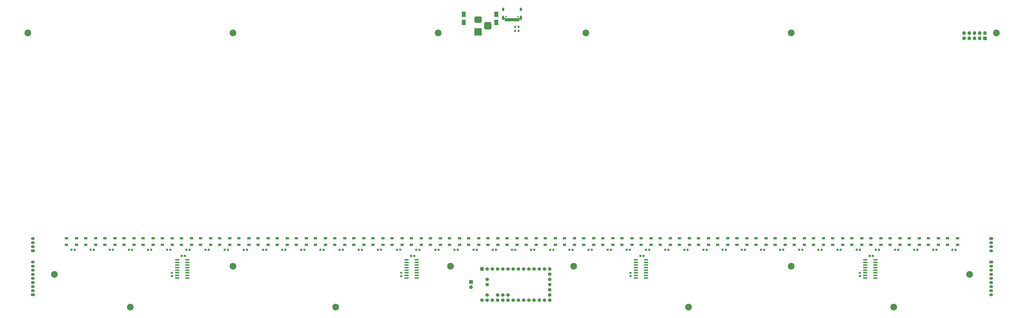
<source format=gbr>
G04 #@! TF.GenerationSoftware,KiCad,Pcbnew,(5.1.7)-1*
G04 #@! TF.CreationDate,2021-02-28T23:22:52-05:00*
G04 #@! TF.ProjectId,OpeNITHM-full,4f70654e-4954-4484-9d2d-66756c6c2e6b,rev?*
G04 #@! TF.SameCoordinates,Original*
G04 #@! TF.FileFunction,Soldermask,Top*
G04 #@! TF.FilePolarity,Negative*
%FSLAX46Y46*%
G04 Gerber Fmt 4.6, Leading zero omitted, Abs format (unit mm)*
G04 Created by KiCad (PCBNEW (5.1.7)-1) date 2021-02-28 23:22:52*
%MOMM*%
%LPD*%
G01*
G04 APERTURE LIST*
%ADD10O,1.102000X2.202000*%
%ADD11C,0.752000*%
%ADD12O,1.102000X1.702000*%
%ADD13O,1.802000X1.802000*%
%ADD14C,1.702000*%
%ADD15O,1.852000X1.302000*%
%ADD16C,3.302000*%
%ADD17C,0.100000*%
G04 APERTURE END LIST*
G36*
G01*
X125360000Y-10191000D02*
X123560000Y-10191000D01*
G75*
G02*
X123509000Y-10140000I0J51000D01*
G01*
X123509000Y-7640000D01*
G75*
G02*
X123560000Y-7589000I51000J0D01*
G01*
X125360000Y-7589000D01*
G75*
G02*
X125411000Y-7640000I0J-51000D01*
G01*
X125411000Y-10140000D01*
G75*
G02*
X125360000Y-10191000I-51000J0D01*
G01*
G37*
G36*
G01*
X125360000Y-14191000D02*
X123560000Y-14191000D01*
G75*
G02*
X123509000Y-14140000I0J51000D01*
G01*
X123509000Y-11640000D01*
G75*
G02*
X123560000Y-11589000I51000J0D01*
G01*
X125360000Y-11589000D01*
G75*
G02*
X125411000Y-11640000I0J-51000D01*
G01*
X125411000Y-14140000D01*
G75*
G02*
X125360000Y-14191000I-51000J0D01*
G01*
G37*
G36*
G01*
X145101000Y-10820000D02*
X145101000Y-12270000D01*
G75*
G02*
X145050000Y-12321000I-51000J0D01*
G01*
X144450000Y-12321000D01*
G75*
G02*
X144399000Y-12270000I0J51000D01*
G01*
X144399000Y-10820000D01*
G75*
G02*
X144450000Y-10769000I51000J0D01*
G01*
X145050000Y-10769000D01*
G75*
G02*
X145101000Y-10820000I0J-51000D01*
G01*
G37*
G36*
G01*
X145901000Y-10820000D02*
X145901000Y-12270000D01*
G75*
G02*
X145850000Y-12321000I-51000J0D01*
G01*
X145250000Y-12321000D01*
G75*
G02*
X145199000Y-12270000I0J51000D01*
G01*
X145199000Y-10820000D01*
G75*
G02*
X145250000Y-10769000I51000J0D01*
G01*
X145850000Y-10769000D01*
G75*
G02*
X145901000Y-10820000I0J-51000D01*
G01*
G37*
G36*
G01*
X150801000Y-10820000D02*
X150801000Y-12270000D01*
G75*
G02*
X150750000Y-12321000I-51000J0D01*
G01*
X150150000Y-12321000D01*
G75*
G02*
X150099000Y-12270000I0J51000D01*
G01*
X150099000Y-10820000D01*
G75*
G02*
X150150000Y-10769000I51000J0D01*
G01*
X150750000Y-10769000D01*
G75*
G02*
X150801000Y-10820000I0J-51000D01*
G01*
G37*
G36*
G01*
X151601000Y-10820000D02*
X151601000Y-12270000D01*
G75*
G02*
X151550000Y-12321000I-51000J0D01*
G01*
X150950000Y-12321000D01*
G75*
G02*
X150899000Y-12270000I0J51000D01*
G01*
X150899000Y-10820000D01*
G75*
G02*
X150950000Y-10769000I51000J0D01*
G01*
X151550000Y-10769000D01*
G75*
G02*
X151601000Y-10820000I0J-51000D01*
G01*
G37*
G36*
G01*
X151601000Y-10820000D02*
X151601000Y-12270000D01*
G75*
G02*
X151550000Y-12321000I-51000J0D01*
G01*
X150950000Y-12321000D01*
G75*
G02*
X150899000Y-12270000I0J51000D01*
G01*
X150899000Y-10820000D01*
G75*
G02*
X150950000Y-10769000I51000J0D01*
G01*
X151550000Y-10769000D01*
G75*
G02*
X151601000Y-10820000I0J-51000D01*
G01*
G37*
G36*
G01*
X150801000Y-10820000D02*
X150801000Y-12270000D01*
G75*
G02*
X150750000Y-12321000I-51000J0D01*
G01*
X150150000Y-12321000D01*
G75*
G02*
X150099000Y-12270000I0J51000D01*
G01*
X150099000Y-10820000D01*
G75*
G02*
X150150000Y-10769000I51000J0D01*
G01*
X150750000Y-10769000D01*
G75*
G02*
X150801000Y-10820000I0J-51000D01*
G01*
G37*
G36*
G01*
X145901000Y-10820000D02*
X145901000Y-12270000D01*
G75*
G02*
X145850000Y-12321000I-51000J0D01*
G01*
X145250000Y-12321000D01*
G75*
G02*
X145199000Y-12270000I0J51000D01*
G01*
X145199000Y-10820000D01*
G75*
G02*
X145250000Y-10769000I51000J0D01*
G01*
X145850000Y-10769000D01*
G75*
G02*
X145901000Y-10820000I0J-51000D01*
G01*
G37*
G36*
G01*
X145101000Y-10820000D02*
X145101000Y-12270000D01*
G75*
G02*
X145050000Y-12321000I-51000J0D01*
G01*
X144450000Y-12321000D01*
G75*
G02*
X144399000Y-12270000I0J51000D01*
G01*
X144399000Y-10820000D01*
G75*
G02*
X144450000Y-10769000I51000J0D01*
G01*
X145050000Y-10769000D01*
G75*
G02*
X145101000Y-10820000I0J-51000D01*
G01*
G37*
G36*
G01*
X149951000Y-10820000D02*
X149951000Y-12270000D01*
G75*
G02*
X149900000Y-12321000I-51000J0D01*
G01*
X149600000Y-12321000D01*
G75*
G02*
X149549000Y-12270000I0J51000D01*
G01*
X149549000Y-10820000D01*
G75*
G02*
X149600000Y-10769000I51000J0D01*
G01*
X149900000Y-10769000D01*
G75*
G02*
X149951000Y-10820000I0J-51000D01*
G01*
G37*
G36*
G01*
X149451000Y-10820000D02*
X149451000Y-12270000D01*
G75*
G02*
X149400000Y-12321000I-51000J0D01*
G01*
X149100000Y-12321000D01*
G75*
G02*
X149049000Y-12270000I0J51000D01*
G01*
X149049000Y-10820000D01*
G75*
G02*
X149100000Y-10769000I51000J0D01*
G01*
X149400000Y-10769000D01*
G75*
G02*
X149451000Y-10820000I0J-51000D01*
G01*
G37*
G36*
G01*
X148951000Y-10820000D02*
X148951000Y-12270000D01*
G75*
G02*
X148900000Y-12321000I-51000J0D01*
G01*
X148600000Y-12321000D01*
G75*
G02*
X148549000Y-12270000I0J51000D01*
G01*
X148549000Y-10820000D01*
G75*
G02*
X148600000Y-10769000I51000J0D01*
G01*
X148900000Y-10769000D01*
G75*
G02*
X148951000Y-10820000I0J-51000D01*
G01*
G37*
G36*
G01*
X147951000Y-10820000D02*
X147951000Y-12270000D01*
G75*
G02*
X147900000Y-12321000I-51000J0D01*
G01*
X147600000Y-12321000D01*
G75*
G02*
X147549000Y-12270000I0J51000D01*
G01*
X147549000Y-10820000D01*
G75*
G02*
X147600000Y-10769000I51000J0D01*
G01*
X147900000Y-10769000D01*
G75*
G02*
X147951000Y-10820000I0J-51000D01*
G01*
G37*
G36*
G01*
X147451000Y-10820000D02*
X147451000Y-12270000D01*
G75*
G02*
X147400000Y-12321000I-51000J0D01*
G01*
X147100000Y-12321000D01*
G75*
G02*
X147049000Y-12270000I0J51000D01*
G01*
X147049000Y-10820000D01*
G75*
G02*
X147100000Y-10769000I51000J0D01*
G01*
X147400000Y-10769000D01*
G75*
G02*
X147451000Y-10820000I0J-51000D01*
G01*
G37*
G36*
G01*
X146951000Y-10820000D02*
X146951000Y-12270000D01*
G75*
G02*
X146900000Y-12321000I-51000J0D01*
G01*
X146600000Y-12321000D01*
G75*
G02*
X146549000Y-12270000I0J51000D01*
G01*
X146549000Y-10820000D01*
G75*
G02*
X146600000Y-10769000I51000J0D01*
G01*
X146900000Y-10769000D01*
G75*
G02*
X146951000Y-10820000I0J-51000D01*
G01*
G37*
G36*
G01*
X146451000Y-10820000D02*
X146451000Y-12270000D01*
G75*
G02*
X146400000Y-12321000I-51000J0D01*
G01*
X146100000Y-12321000D01*
G75*
G02*
X146049000Y-12270000I0J51000D01*
G01*
X146049000Y-10820000D01*
G75*
G02*
X146100000Y-10769000I51000J0D01*
G01*
X146400000Y-10769000D01*
G75*
G02*
X146451000Y-10820000I0J-51000D01*
G01*
G37*
G36*
G01*
X148451000Y-10820000D02*
X148451000Y-12270000D01*
G75*
G02*
X148400000Y-12321000I-51000J0D01*
G01*
X148100000Y-12321000D01*
G75*
G02*
X148049000Y-12270000I0J51000D01*
G01*
X148049000Y-10820000D01*
G75*
G02*
X148100000Y-10769000I51000J0D01*
G01*
X148400000Y-10769000D01*
G75*
G02*
X148451000Y-10820000I0J-51000D01*
G01*
G37*
D10*
X143680000Y-10630000D03*
X152320000Y-10630000D03*
D11*
X150890000Y-10100000D03*
D12*
X152320000Y-6450000D03*
D11*
X145110000Y-10100000D03*
D12*
X143680000Y-6450000D03*
G36*
G01*
X141235000Y-10191000D02*
X139435000Y-10191000D01*
G75*
G02*
X139384000Y-10140000I0J51000D01*
G01*
X139384000Y-7640000D01*
G75*
G02*
X139435000Y-7589000I51000J0D01*
G01*
X141235000Y-7589000D01*
G75*
G02*
X141286000Y-7640000I0J-51000D01*
G01*
X141286000Y-10140000D01*
G75*
G02*
X141235000Y-10191000I-51000J0D01*
G01*
G37*
G36*
G01*
X141235000Y-14191000D02*
X139435000Y-14191000D01*
G75*
G02*
X139384000Y-14140000I0J51000D01*
G01*
X139384000Y-11640000D01*
G75*
G02*
X139435000Y-11589000I51000J0D01*
G01*
X141235000Y-11589000D01*
G75*
G02*
X141286000Y-11640000I0J-51000D01*
G01*
X141286000Y-14140000D01*
G75*
G02*
X141235000Y-14191000I-51000J0D01*
G01*
G37*
G36*
G01*
X129695000Y-15699000D02*
X133195000Y-15699000D01*
G75*
G02*
X133246000Y-15750000I0J-51000D01*
G01*
X133246000Y-19250000D01*
G75*
G02*
X133195000Y-19301000I-51000J0D01*
G01*
X129695000Y-19301000D01*
G75*
G02*
X129644000Y-19250000I0J51000D01*
G01*
X129644000Y-15750000D01*
G75*
G02*
X129695000Y-15699000I51000J0D01*
G01*
G37*
G36*
G01*
X130419500Y-9949000D02*
X132470500Y-9949000D01*
G75*
G02*
X133246000Y-10724500I0J-775500D01*
G01*
X133246000Y-12275500D01*
G75*
G02*
X132470500Y-13051000I-775500J0D01*
G01*
X130419500Y-13051000D01*
G75*
G02*
X129644000Y-12275500I0J775500D01*
G01*
X129644000Y-10724500D01*
G75*
G02*
X130419500Y-9949000I775500J0D01*
G01*
G37*
G36*
G01*
X135244500Y-12699000D02*
X137045500Y-12699000D01*
G75*
G02*
X137946000Y-13599500I0J-900500D01*
G01*
X137946000Y-15400500D01*
G75*
G02*
X137045500Y-16301000I-900500J0D01*
G01*
X135244500Y-16301000D01*
G75*
G02*
X134344000Y-15400500I0J900500D01*
G01*
X134344000Y-13599500D01*
G75*
G02*
X135244500Y-12699000I900500J0D01*
G01*
G37*
G36*
G01*
X150714000Y-15300500D02*
X150714000Y-14699500D01*
G75*
G02*
X150939500Y-14474000I225500J0D01*
G01*
X151390500Y-14474000D01*
G75*
G02*
X151616000Y-14699500I0J-225500D01*
G01*
X151616000Y-15300500D01*
G75*
G02*
X151390500Y-15526000I-225500J0D01*
G01*
X150939500Y-15526000D01*
G75*
G02*
X150714000Y-15300500I0J225500D01*
G01*
G37*
G36*
G01*
X149064000Y-15300500D02*
X149064000Y-14699500D01*
G75*
G02*
X149289500Y-14474000I225500J0D01*
G01*
X149740500Y-14474000D01*
G75*
G02*
X149966000Y-14699500I0J-225500D01*
G01*
X149966000Y-15300500D01*
G75*
G02*
X149740500Y-15526000I-225500J0D01*
G01*
X149289500Y-15526000D01*
G75*
G02*
X149064000Y-15300500I0J225500D01*
G01*
G37*
G36*
G01*
X150714000Y-17300500D02*
X150714000Y-16699500D01*
G75*
G02*
X150939500Y-16474000I225500J0D01*
G01*
X151390500Y-16474000D01*
G75*
G02*
X151616000Y-16699500I0J-225500D01*
G01*
X151616000Y-17300500D01*
G75*
G02*
X151390500Y-17526000I-225500J0D01*
G01*
X150939500Y-17526000D01*
G75*
G02*
X150714000Y-17300500I0J225500D01*
G01*
G37*
G36*
G01*
X149064000Y-17300500D02*
X149064000Y-16699500D01*
G75*
G02*
X149289500Y-16474000I225500J0D01*
G01*
X149740500Y-16474000D01*
G75*
G02*
X149966000Y-16699500I0J-225500D01*
G01*
X149966000Y-17300500D01*
G75*
G02*
X149740500Y-17526000I-225500J0D01*
G01*
X149289500Y-17526000D01*
G75*
G02*
X149064000Y-17300500I0J225500D01*
G01*
G37*
G36*
G01*
X365917667Y-121100000D02*
X365917667Y-122100000D01*
G75*
G02*
X365866667Y-122151000I-51000J0D01*
G01*
X364366667Y-122151000D01*
G75*
G02*
X364315667Y-122100000I0J51000D01*
G01*
X364315667Y-121100000D01*
G75*
G02*
X364366667Y-121049000I51000J0D01*
G01*
X365866667Y-121049000D01*
G75*
G02*
X365917667Y-121100000I0J-51000D01*
G01*
G37*
G36*
G01*
X365917667Y-117900000D02*
X365917667Y-118900000D01*
G75*
G02*
X365866667Y-118951000I-51000J0D01*
G01*
X364366667Y-118951000D01*
G75*
G02*
X364315667Y-118900000I0J51000D01*
G01*
X364315667Y-117900000D01*
G75*
G02*
X364366667Y-117849000I51000J0D01*
G01*
X365866667Y-117849000D01*
G75*
G02*
X365917667Y-117900000I0J-51000D01*
G01*
G37*
G36*
G01*
X361017667Y-121100000D02*
X361017667Y-122100000D01*
G75*
G02*
X360966667Y-122151000I-51000J0D01*
G01*
X359466667Y-122151000D01*
G75*
G02*
X359415667Y-122100000I0J51000D01*
G01*
X359415667Y-121100000D01*
G75*
G02*
X359466667Y-121049000I51000J0D01*
G01*
X360966667Y-121049000D01*
G75*
G02*
X361017667Y-121100000I0J-51000D01*
G01*
G37*
G36*
G01*
X361017667Y-117900000D02*
X361017667Y-118900000D01*
G75*
G02*
X360966667Y-118951000I-51000J0D01*
G01*
X359466667Y-118951000D01*
G75*
G02*
X359415667Y-118900000I0J51000D01*
G01*
X359415667Y-117900000D01*
G75*
G02*
X359466667Y-117849000I51000J0D01*
G01*
X360966667Y-117849000D01*
G75*
G02*
X361017667Y-117900000I0J-51000D01*
G01*
G37*
G36*
G01*
X356584318Y-121100000D02*
X356584318Y-122100000D01*
G75*
G02*
X356533318Y-122151000I-51000J0D01*
G01*
X355033318Y-122151000D01*
G75*
G02*
X354982318Y-122100000I0J51000D01*
G01*
X354982318Y-121100000D01*
G75*
G02*
X355033318Y-121049000I51000J0D01*
G01*
X356533318Y-121049000D01*
G75*
G02*
X356584318Y-121100000I0J-51000D01*
G01*
G37*
G36*
G01*
X356584318Y-117900000D02*
X356584318Y-118900000D01*
G75*
G02*
X356533318Y-118951000I-51000J0D01*
G01*
X355033318Y-118951000D01*
G75*
G02*
X354982318Y-118900000I0J51000D01*
G01*
X354982318Y-117900000D01*
G75*
G02*
X355033318Y-117849000I51000J0D01*
G01*
X356533318Y-117849000D01*
G75*
G02*
X356584318Y-117900000I0J-51000D01*
G01*
G37*
G36*
G01*
X351684318Y-121100000D02*
X351684318Y-122100000D01*
G75*
G02*
X351633318Y-122151000I-51000J0D01*
G01*
X350133318Y-122151000D01*
G75*
G02*
X350082318Y-122100000I0J51000D01*
G01*
X350082318Y-121100000D01*
G75*
G02*
X350133318Y-121049000I51000J0D01*
G01*
X351633318Y-121049000D01*
G75*
G02*
X351684318Y-121100000I0J-51000D01*
G01*
G37*
G36*
G01*
X351684318Y-117900000D02*
X351684318Y-118900000D01*
G75*
G02*
X351633318Y-118951000I-51000J0D01*
G01*
X350133318Y-118951000D01*
G75*
G02*
X350082318Y-118900000I0J51000D01*
G01*
X350082318Y-117900000D01*
G75*
G02*
X350133318Y-117849000I51000J0D01*
G01*
X351633318Y-117849000D01*
G75*
G02*
X351684318Y-117900000I0J-51000D01*
G01*
G37*
G36*
G01*
X347250985Y-121100000D02*
X347250985Y-122100000D01*
G75*
G02*
X347199985Y-122151000I-51000J0D01*
G01*
X345699985Y-122151000D01*
G75*
G02*
X345648985Y-122100000I0J51000D01*
G01*
X345648985Y-121100000D01*
G75*
G02*
X345699985Y-121049000I51000J0D01*
G01*
X347199985Y-121049000D01*
G75*
G02*
X347250985Y-121100000I0J-51000D01*
G01*
G37*
G36*
G01*
X347250985Y-117900000D02*
X347250985Y-118900000D01*
G75*
G02*
X347199985Y-118951000I-51000J0D01*
G01*
X345699985Y-118951000D01*
G75*
G02*
X345648985Y-118900000I0J51000D01*
G01*
X345648985Y-117900000D01*
G75*
G02*
X345699985Y-117849000I51000J0D01*
G01*
X347199985Y-117849000D01*
G75*
G02*
X347250985Y-117900000I0J-51000D01*
G01*
G37*
G36*
G01*
X342350985Y-121100000D02*
X342350985Y-122100000D01*
G75*
G02*
X342299985Y-122151000I-51000J0D01*
G01*
X340799985Y-122151000D01*
G75*
G02*
X340748985Y-122100000I0J51000D01*
G01*
X340748985Y-121100000D01*
G75*
G02*
X340799985Y-121049000I51000J0D01*
G01*
X342299985Y-121049000D01*
G75*
G02*
X342350985Y-121100000I0J-51000D01*
G01*
G37*
G36*
G01*
X342350985Y-117900000D02*
X342350985Y-118900000D01*
G75*
G02*
X342299985Y-118951000I-51000J0D01*
G01*
X340799985Y-118951000D01*
G75*
G02*
X340748985Y-118900000I0J51000D01*
G01*
X340748985Y-117900000D01*
G75*
G02*
X340799985Y-117849000I51000J0D01*
G01*
X342299985Y-117849000D01*
G75*
G02*
X342350985Y-117900000I0J-51000D01*
G01*
G37*
G36*
G01*
X337917652Y-121100000D02*
X337917652Y-122100000D01*
G75*
G02*
X337866652Y-122151000I-51000J0D01*
G01*
X336366652Y-122151000D01*
G75*
G02*
X336315652Y-122100000I0J51000D01*
G01*
X336315652Y-121100000D01*
G75*
G02*
X336366652Y-121049000I51000J0D01*
G01*
X337866652Y-121049000D01*
G75*
G02*
X337917652Y-121100000I0J-51000D01*
G01*
G37*
G36*
G01*
X337917652Y-117900000D02*
X337917652Y-118900000D01*
G75*
G02*
X337866652Y-118951000I-51000J0D01*
G01*
X336366652Y-118951000D01*
G75*
G02*
X336315652Y-118900000I0J51000D01*
G01*
X336315652Y-117900000D01*
G75*
G02*
X336366652Y-117849000I51000J0D01*
G01*
X337866652Y-117849000D01*
G75*
G02*
X337917652Y-117900000I0J-51000D01*
G01*
G37*
G36*
G01*
X333017652Y-121100000D02*
X333017652Y-122100000D01*
G75*
G02*
X332966652Y-122151000I-51000J0D01*
G01*
X331466652Y-122151000D01*
G75*
G02*
X331415652Y-122100000I0J51000D01*
G01*
X331415652Y-121100000D01*
G75*
G02*
X331466652Y-121049000I51000J0D01*
G01*
X332966652Y-121049000D01*
G75*
G02*
X333017652Y-121100000I0J-51000D01*
G01*
G37*
G36*
G01*
X333017652Y-117900000D02*
X333017652Y-118900000D01*
G75*
G02*
X332966652Y-118951000I-51000J0D01*
G01*
X331466652Y-118951000D01*
G75*
G02*
X331415652Y-118900000I0J51000D01*
G01*
X331415652Y-117900000D01*
G75*
G02*
X331466652Y-117849000I51000J0D01*
G01*
X332966652Y-117849000D01*
G75*
G02*
X333017652Y-117900000I0J-51000D01*
G01*
G37*
G36*
G01*
X328584319Y-121100000D02*
X328584319Y-122100000D01*
G75*
G02*
X328533319Y-122151000I-51000J0D01*
G01*
X327033319Y-122151000D01*
G75*
G02*
X326982319Y-122100000I0J51000D01*
G01*
X326982319Y-121100000D01*
G75*
G02*
X327033319Y-121049000I51000J0D01*
G01*
X328533319Y-121049000D01*
G75*
G02*
X328584319Y-121100000I0J-51000D01*
G01*
G37*
G36*
G01*
X328584319Y-117900000D02*
X328584319Y-118900000D01*
G75*
G02*
X328533319Y-118951000I-51000J0D01*
G01*
X327033319Y-118951000D01*
G75*
G02*
X326982319Y-118900000I0J51000D01*
G01*
X326982319Y-117900000D01*
G75*
G02*
X327033319Y-117849000I51000J0D01*
G01*
X328533319Y-117849000D01*
G75*
G02*
X328584319Y-117900000I0J-51000D01*
G01*
G37*
G36*
G01*
X323684319Y-121100000D02*
X323684319Y-122100000D01*
G75*
G02*
X323633319Y-122151000I-51000J0D01*
G01*
X322133319Y-122151000D01*
G75*
G02*
X322082319Y-122100000I0J51000D01*
G01*
X322082319Y-121100000D01*
G75*
G02*
X322133319Y-121049000I51000J0D01*
G01*
X323633319Y-121049000D01*
G75*
G02*
X323684319Y-121100000I0J-51000D01*
G01*
G37*
G36*
G01*
X323684319Y-117900000D02*
X323684319Y-118900000D01*
G75*
G02*
X323633319Y-118951000I-51000J0D01*
G01*
X322133319Y-118951000D01*
G75*
G02*
X322082319Y-118900000I0J51000D01*
G01*
X322082319Y-117900000D01*
G75*
G02*
X322133319Y-117849000I51000J0D01*
G01*
X323633319Y-117849000D01*
G75*
G02*
X323684319Y-117900000I0J-51000D01*
G01*
G37*
G36*
G01*
X319250986Y-121100000D02*
X319250986Y-122100000D01*
G75*
G02*
X319199986Y-122151000I-51000J0D01*
G01*
X317699986Y-122151000D01*
G75*
G02*
X317648986Y-122100000I0J51000D01*
G01*
X317648986Y-121100000D01*
G75*
G02*
X317699986Y-121049000I51000J0D01*
G01*
X319199986Y-121049000D01*
G75*
G02*
X319250986Y-121100000I0J-51000D01*
G01*
G37*
G36*
G01*
X319250986Y-117900000D02*
X319250986Y-118900000D01*
G75*
G02*
X319199986Y-118951000I-51000J0D01*
G01*
X317699986Y-118951000D01*
G75*
G02*
X317648986Y-118900000I0J51000D01*
G01*
X317648986Y-117900000D01*
G75*
G02*
X317699986Y-117849000I51000J0D01*
G01*
X319199986Y-117849000D01*
G75*
G02*
X319250986Y-117900000I0J-51000D01*
G01*
G37*
G36*
G01*
X314350986Y-121100000D02*
X314350986Y-122100000D01*
G75*
G02*
X314299986Y-122151000I-51000J0D01*
G01*
X312799986Y-122151000D01*
G75*
G02*
X312748986Y-122100000I0J51000D01*
G01*
X312748986Y-121100000D01*
G75*
G02*
X312799986Y-121049000I51000J0D01*
G01*
X314299986Y-121049000D01*
G75*
G02*
X314350986Y-121100000I0J-51000D01*
G01*
G37*
G36*
G01*
X314350986Y-117900000D02*
X314350986Y-118900000D01*
G75*
G02*
X314299986Y-118951000I-51000J0D01*
G01*
X312799986Y-118951000D01*
G75*
G02*
X312748986Y-118900000I0J51000D01*
G01*
X312748986Y-117900000D01*
G75*
G02*
X312799986Y-117849000I51000J0D01*
G01*
X314299986Y-117849000D01*
G75*
G02*
X314350986Y-117900000I0J-51000D01*
G01*
G37*
G36*
G01*
X309917653Y-121100000D02*
X309917653Y-122100000D01*
G75*
G02*
X309866653Y-122151000I-51000J0D01*
G01*
X308366653Y-122151000D01*
G75*
G02*
X308315653Y-122100000I0J51000D01*
G01*
X308315653Y-121100000D01*
G75*
G02*
X308366653Y-121049000I51000J0D01*
G01*
X309866653Y-121049000D01*
G75*
G02*
X309917653Y-121100000I0J-51000D01*
G01*
G37*
G36*
G01*
X309917653Y-117900000D02*
X309917653Y-118900000D01*
G75*
G02*
X309866653Y-118951000I-51000J0D01*
G01*
X308366653Y-118951000D01*
G75*
G02*
X308315653Y-118900000I0J51000D01*
G01*
X308315653Y-117900000D01*
G75*
G02*
X308366653Y-117849000I51000J0D01*
G01*
X309866653Y-117849000D01*
G75*
G02*
X309917653Y-117900000I0J-51000D01*
G01*
G37*
G36*
G01*
X305017653Y-121100000D02*
X305017653Y-122100000D01*
G75*
G02*
X304966653Y-122151000I-51000J0D01*
G01*
X303466653Y-122151000D01*
G75*
G02*
X303415653Y-122100000I0J51000D01*
G01*
X303415653Y-121100000D01*
G75*
G02*
X303466653Y-121049000I51000J0D01*
G01*
X304966653Y-121049000D01*
G75*
G02*
X305017653Y-121100000I0J-51000D01*
G01*
G37*
G36*
G01*
X305017653Y-117900000D02*
X305017653Y-118900000D01*
G75*
G02*
X304966653Y-118951000I-51000J0D01*
G01*
X303466653Y-118951000D01*
G75*
G02*
X303415653Y-118900000I0J51000D01*
G01*
X303415653Y-117900000D01*
G75*
G02*
X303466653Y-117849000I51000J0D01*
G01*
X304966653Y-117849000D01*
G75*
G02*
X305017653Y-117900000I0J-51000D01*
G01*
G37*
G36*
G01*
X300584320Y-121100000D02*
X300584320Y-122100000D01*
G75*
G02*
X300533320Y-122151000I-51000J0D01*
G01*
X299033320Y-122151000D01*
G75*
G02*
X298982320Y-122100000I0J51000D01*
G01*
X298982320Y-121100000D01*
G75*
G02*
X299033320Y-121049000I51000J0D01*
G01*
X300533320Y-121049000D01*
G75*
G02*
X300584320Y-121100000I0J-51000D01*
G01*
G37*
G36*
G01*
X300584320Y-117900000D02*
X300584320Y-118900000D01*
G75*
G02*
X300533320Y-118951000I-51000J0D01*
G01*
X299033320Y-118951000D01*
G75*
G02*
X298982320Y-118900000I0J51000D01*
G01*
X298982320Y-117900000D01*
G75*
G02*
X299033320Y-117849000I51000J0D01*
G01*
X300533320Y-117849000D01*
G75*
G02*
X300584320Y-117900000I0J-51000D01*
G01*
G37*
G36*
G01*
X295684320Y-121100000D02*
X295684320Y-122100000D01*
G75*
G02*
X295633320Y-122151000I-51000J0D01*
G01*
X294133320Y-122151000D01*
G75*
G02*
X294082320Y-122100000I0J51000D01*
G01*
X294082320Y-121100000D01*
G75*
G02*
X294133320Y-121049000I51000J0D01*
G01*
X295633320Y-121049000D01*
G75*
G02*
X295684320Y-121100000I0J-51000D01*
G01*
G37*
G36*
G01*
X295684320Y-117900000D02*
X295684320Y-118900000D01*
G75*
G02*
X295633320Y-118951000I-51000J0D01*
G01*
X294133320Y-118951000D01*
G75*
G02*
X294082320Y-118900000I0J51000D01*
G01*
X294082320Y-117900000D01*
G75*
G02*
X294133320Y-117849000I51000J0D01*
G01*
X295633320Y-117849000D01*
G75*
G02*
X295684320Y-117900000I0J-51000D01*
G01*
G37*
G36*
G01*
X286350987Y-117900000D02*
X286350987Y-118900000D01*
G75*
G02*
X286299987Y-118951000I-51000J0D01*
G01*
X284799987Y-118951000D01*
G75*
G02*
X284748987Y-118900000I0J51000D01*
G01*
X284748987Y-117900000D01*
G75*
G02*
X284799987Y-117849000I51000J0D01*
G01*
X286299987Y-117849000D01*
G75*
G02*
X286350987Y-117900000I0J-51000D01*
G01*
G37*
G36*
G01*
X286350987Y-121100000D02*
X286350987Y-122100000D01*
G75*
G02*
X286299987Y-122151000I-51000J0D01*
G01*
X284799987Y-122151000D01*
G75*
G02*
X284748987Y-122100000I0J51000D01*
G01*
X284748987Y-121100000D01*
G75*
G02*
X284799987Y-121049000I51000J0D01*
G01*
X286299987Y-121049000D01*
G75*
G02*
X286350987Y-121100000I0J-51000D01*
G01*
G37*
G36*
G01*
X291250987Y-117900000D02*
X291250987Y-118900000D01*
G75*
G02*
X291199987Y-118951000I-51000J0D01*
G01*
X289699987Y-118951000D01*
G75*
G02*
X289648987Y-118900000I0J51000D01*
G01*
X289648987Y-117900000D01*
G75*
G02*
X289699987Y-117849000I51000J0D01*
G01*
X291199987Y-117849000D01*
G75*
G02*
X291250987Y-117900000I0J-51000D01*
G01*
G37*
G36*
G01*
X291250987Y-121100000D02*
X291250987Y-122100000D01*
G75*
G02*
X291199987Y-122151000I-51000J0D01*
G01*
X289699987Y-122151000D01*
G75*
G02*
X289648987Y-122100000I0J51000D01*
G01*
X289648987Y-121100000D01*
G75*
G02*
X289699987Y-121049000I51000J0D01*
G01*
X291199987Y-121049000D01*
G75*
G02*
X291250987Y-121100000I0J-51000D01*
G01*
G37*
G36*
G01*
X277017654Y-117900000D02*
X277017654Y-118900000D01*
G75*
G02*
X276966654Y-118951000I-51000J0D01*
G01*
X275466654Y-118951000D01*
G75*
G02*
X275415654Y-118900000I0J51000D01*
G01*
X275415654Y-117900000D01*
G75*
G02*
X275466654Y-117849000I51000J0D01*
G01*
X276966654Y-117849000D01*
G75*
G02*
X277017654Y-117900000I0J-51000D01*
G01*
G37*
G36*
G01*
X277017654Y-121100000D02*
X277017654Y-122100000D01*
G75*
G02*
X276966654Y-122151000I-51000J0D01*
G01*
X275466654Y-122151000D01*
G75*
G02*
X275415654Y-122100000I0J51000D01*
G01*
X275415654Y-121100000D01*
G75*
G02*
X275466654Y-121049000I51000J0D01*
G01*
X276966654Y-121049000D01*
G75*
G02*
X277017654Y-121100000I0J-51000D01*
G01*
G37*
G36*
G01*
X281917654Y-117900000D02*
X281917654Y-118900000D01*
G75*
G02*
X281866654Y-118951000I-51000J0D01*
G01*
X280366654Y-118951000D01*
G75*
G02*
X280315654Y-118900000I0J51000D01*
G01*
X280315654Y-117900000D01*
G75*
G02*
X280366654Y-117849000I51000J0D01*
G01*
X281866654Y-117849000D01*
G75*
G02*
X281917654Y-117900000I0J-51000D01*
G01*
G37*
G36*
G01*
X281917654Y-121100000D02*
X281917654Y-122100000D01*
G75*
G02*
X281866654Y-122151000I-51000J0D01*
G01*
X280366654Y-122151000D01*
G75*
G02*
X280315654Y-122100000I0J51000D01*
G01*
X280315654Y-121100000D01*
G75*
G02*
X280366654Y-121049000I51000J0D01*
G01*
X281866654Y-121049000D01*
G75*
G02*
X281917654Y-121100000I0J-51000D01*
G01*
G37*
G36*
G01*
X267684321Y-117900000D02*
X267684321Y-118900000D01*
G75*
G02*
X267633321Y-118951000I-51000J0D01*
G01*
X266133321Y-118951000D01*
G75*
G02*
X266082321Y-118900000I0J51000D01*
G01*
X266082321Y-117900000D01*
G75*
G02*
X266133321Y-117849000I51000J0D01*
G01*
X267633321Y-117849000D01*
G75*
G02*
X267684321Y-117900000I0J-51000D01*
G01*
G37*
G36*
G01*
X267684321Y-121100000D02*
X267684321Y-122100000D01*
G75*
G02*
X267633321Y-122151000I-51000J0D01*
G01*
X266133321Y-122151000D01*
G75*
G02*
X266082321Y-122100000I0J51000D01*
G01*
X266082321Y-121100000D01*
G75*
G02*
X266133321Y-121049000I51000J0D01*
G01*
X267633321Y-121049000D01*
G75*
G02*
X267684321Y-121100000I0J-51000D01*
G01*
G37*
G36*
G01*
X272584321Y-117900000D02*
X272584321Y-118900000D01*
G75*
G02*
X272533321Y-118951000I-51000J0D01*
G01*
X271033321Y-118951000D01*
G75*
G02*
X270982321Y-118900000I0J51000D01*
G01*
X270982321Y-117900000D01*
G75*
G02*
X271033321Y-117849000I51000J0D01*
G01*
X272533321Y-117849000D01*
G75*
G02*
X272584321Y-117900000I0J-51000D01*
G01*
G37*
G36*
G01*
X272584321Y-121100000D02*
X272584321Y-122100000D01*
G75*
G02*
X272533321Y-122151000I-51000J0D01*
G01*
X271033321Y-122151000D01*
G75*
G02*
X270982321Y-122100000I0J51000D01*
G01*
X270982321Y-121100000D01*
G75*
G02*
X271033321Y-121049000I51000J0D01*
G01*
X272533321Y-121049000D01*
G75*
G02*
X272584321Y-121100000I0J-51000D01*
G01*
G37*
G36*
G01*
X258350988Y-117900000D02*
X258350988Y-118900000D01*
G75*
G02*
X258299988Y-118951000I-51000J0D01*
G01*
X256799988Y-118951000D01*
G75*
G02*
X256748988Y-118900000I0J51000D01*
G01*
X256748988Y-117900000D01*
G75*
G02*
X256799988Y-117849000I51000J0D01*
G01*
X258299988Y-117849000D01*
G75*
G02*
X258350988Y-117900000I0J-51000D01*
G01*
G37*
G36*
G01*
X258350988Y-121100000D02*
X258350988Y-122100000D01*
G75*
G02*
X258299988Y-122151000I-51000J0D01*
G01*
X256799988Y-122151000D01*
G75*
G02*
X256748988Y-122100000I0J51000D01*
G01*
X256748988Y-121100000D01*
G75*
G02*
X256799988Y-121049000I51000J0D01*
G01*
X258299988Y-121049000D01*
G75*
G02*
X258350988Y-121100000I0J-51000D01*
G01*
G37*
G36*
G01*
X263250988Y-117900000D02*
X263250988Y-118900000D01*
G75*
G02*
X263199988Y-118951000I-51000J0D01*
G01*
X261699988Y-118951000D01*
G75*
G02*
X261648988Y-118900000I0J51000D01*
G01*
X261648988Y-117900000D01*
G75*
G02*
X261699988Y-117849000I51000J0D01*
G01*
X263199988Y-117849000D01*
G75*
G02*
X263250988Y-117900000I0J-51000D01*
G01*
G37*
G36*
G01*
X263250988Y-121100000D02*
X263250988Y-122100000D01*
G75*
G02*
X263199988Y-122151000I-51000J0D01*
G01*
X261699988Y-122151000D01*
G75*
G02*
X261648988Y-122100000I0J51000D01*
G01*
X261648988Y-121100000D01*
G75*
G02*
X261699988Y-121049000I51000J0D01*
G01*
X263199988Y-121049000D01*
G75*
G02*
X263250988Y-121100000I0J-51000D01*
G01*
G37*
G36*
G01*
X249017655Y-117900000D02*
X249017655Y-118900000D01*
G75*
G02*
X248966655Y-118951000I-51000J0D01*
G01*
X247466655Y-118951000D01*
G75*
G02*
X247415655Y-118900000I0J51000D01*
G01*
X247415655Y-117900000D01*
G75*
G02*
X247466655Y-117849000I51000J0D01*
G01*
X248966655Y-117849000D01*
G75*
G02*
X249017655Y-117900000I0J-51000D01*
G01*
G37*
G36*
G01*
X249017655Y-121100000D02*
X249017655Y-122100000D01*
G75*
G02*
X248966655Y-122151000I-51000J0D01*
G01*
X247466655Y-122151000D01*
G75*
G02*
X247415655Y-122100000I0J51000D01*
G01*
X247415655Y-121100000D01*
G75*
G02*
X247466655Y-121049000I51000J0D01*
G01*
X248966655Y-121049000D01*
G75*
G02*
X249017655Y-121100000I0J-51000D01*
G01*
G37*
G36*
G01*
X253917655Y-117900000D02*
X253917655Y-118900000D01*
G75*
G02*
X253866655Y-118951000I-51000J0D01*
G01*
X252366655Y-118951000D01*
G75*
G02*
X252315655Y-118900000I0J51000D01*
G01*
X252315655Y-117900000D01*
G75*
G02*
X252366655Y-117849000I51000J0D01*
G01*
X253866655Y-117849000D01*
G75*
G02*
X253917655Y-117900000I0J-51000D01*
G01*
G37*
G36*
G01*
X253917655Y-121100000D02*
X253917655Y-122100000D01*
G75*
G02*
X253866655Y-122151000I-51000J0D01*
G01*
X252366655Y-122151000D01*
G75*
G02*
X252315655Y-122100000I0J51000D01*
G01*
X252315655Y-121100000D01*
G75*
G02*
X252366655Y-121049000I51000J0D01*
G01*
X253866655Y-121049000D01*
G75*
G02*
X253917655Y-121100000I0J-51000D01*
G01*
G37*
G36*
G01*
X239684322Y-117900000D02*
X239684322Y-118900000D01*
G75*
G02*
X239633322Y-118951000I-51000J0D01*
G01*
X238133322Y-118951000D01*
G75*
G02*
X238082322Y-118900000I0J51000D01*
G01*
X238082322Y-117900000D01*
G75*
G02*
X238133322Y-117849000I51000J0D01*
G01*
X239633322Y-117849000D01*
G75*
G02*
X239684322Y-117900000I0J-51000D01*
G01*
G37*
G36*
G01*
X239684322Y-121100000D02*
X239684322Y-122100000D01*
G75*
G02*
X239633322Y-122151000I-51000J0D01*
G01*
X238133322Y-122151000D01*
G75*
G02*
X238082322Y-122100000I0J51000D01*
G01*
X238082322Y-121100000D01*
G75*
G02*
X238133322Y-121049000I51000J0D01*
G01*
X239633322Y-121049000D01*
G75*
G02*
X239684322Y-121100000I0J-51000D01*
G01*
G37*
G36*
G01*
X244584322Y-117900000D02*
X244584322Y-118900000D01*
G75*
G02*
X244533322Y-118951000I-51000J0D01*
G01*
X243033322Y-118951000D01*
G75*
G02*
X242982322Y-118900000I0J51000D01*
G01*
X242982322Y-117900000D01*
G75*
G02*
X243033322Y-117849000I51000J0D01*
G01*
X244533322Y-117849000D01*
G75*
G02*
X244584322Y-117900000I0J-51000D01*
G01*
G37*
G36*
G01*
X244584322Y-121100000D02*
X244584322Y-122100000D01*
G75*
G02*
X244533322Y-122151000I-51000J0D01*
G01*
X243033322Y-122151000D01*
G75*
G02*
X242982322Y-122100000I0J51000D01*
G01*
X242982322Y-121100000D01*
G75*
G02*
X243033322Y-121049000I51000J0D01*
G01*
X244533322Y-121049000D01*
G75*
G02*
X244584322Y-121100000I0J-51000D01*
G01*
G37*
G36*
G01*
X230350989Y-117900000D02*
X230350989Y-118900000D01*
G75*
G02*
X230299989Y-118951000I-51000J0D01*
G01*
X228799989Y-118951000D01*
G75*
G02*
X228748989Y-118900000I0J51000D01*
G01*
X228748989Y-117900000D01*
G75*
G02*
X228799989Y-117849000I51000J0D01*
G01*
X230299989Y-117849000D01*
G75*
G02*
X230350989Y-117900000I0J-51000D01*
G01*
G37*
G36*
G01*
X230350989Y-121100000D02*
X230350989Y-122100000D01*
G75*
G02*
X230299989Y-122151000I-51000J0D01*
G01*
X228799989Y-122151000D01*
G75*
G02*
X228748989Y-122100000I0J51000D01*
G01*
X228748989Y-121100000D01*
G75*
G02*
X228799989Y-121049000I51000J0D01*
G01*
X230299989Y-121049000D01*
G75*
G02*
X230350989Y-121100000I0J-51000D01*
G01*
G37*
G36*
G01*
X235250989Y-117900000D02*
X235250989Y-118900000D01*
G75*
G02*
X235199989Y-118951000I-51000J0D01*
G01*
X233699989Y-118951000D01*
G75*
G02*
X233648989Y-118900000I0J51000D01*
G01*
X233648989Y-117900000D01*
G75*
G02*
X233699989Y-117849000I51000J0D01*
G01*
X235199989Y-117849000D01*
G75*
G02*
X235250989Y-117900000I0J-51000D01*
G01*
G37*
G36*
G01*
X235250989Y-121100000D02*
X235250989Y-122100000D01*
G75*
G02*
X235199989Y-122151000I-51000J0D01*
G01*
X233699989Y-122151000D01*
G75*
G02*
X233648989Y-122100000I0J51000D01*
G01*
X233648989Y-121100000D01*
G75*
G02*
X233699989Y-121049000I51000J0D01*
G01*
X235199989Y-121049000D01*
G75*
G02*
X235250989Y-121100000I0J-51000D01*
G01*
G37*
G36*
G01*
X221017656Y-117900000D02*
X221017656Y-118900000D01*
G75*
G02*
X220966656Y-118951000I-51000J0D01*
G01*
X219466656Y-118951000D01*
G75*
G02*
X219415656Y-118900000I0J51000D01*
G01*
X219415656Y-117900000D01*
G75*
G02*
X219466656Y-117849000I51000J0D01*
G01*
X220966656Y-117849000D01*
G75*
G02*
X221017656Y-117900000I0J-51000D01*
G01*
G37*
G36*
G01*
X221017656Y-121100000D02*
X221017656Y-122100000D01*
G75*
G02*
X220966656Y-122151000I-51000J0D01*
G01*
X219466656Y-122151000D01*
G75*
G02*
X219415656Y-122100000I0J51000D01*
G01*
X219415656Y-121100000D01*
G75*
G02*
X219466656Y-121049000I51000J0D01*
G01*
X220966656Y-121049000D01*
G75*
G02*
X221017656Y-121100000I0J-51000D01*
G01*
G37*
G36*
G01*
X225917656Y-117900000D02*
X225917656Y-118900000D01*
G75*
G02*
X225866656Y-118951000I-51000J0D01*
G01*
X224366656Y-118951000D01*
G75*
G02*
X224315656Y-118900000I0J51000D01*
G01*
X224315656Y-117900000D01*
G75*
G02*
X224366656Y-117849000I51000J0D01*
G01*
X225866656Y-117849000D01*
G75*
G02*
X225917656Y-117900000I0J-51000D01*
G01*
G37*
G36*
G01*
X225917656Y-121100000D02*
X225917656Y-122100000D01*
G75*
G02*
X225866656Y-122151000I-51000J0D01*
G01*
X224366656Y-122151000D01*
G75*
G02*
X224315656Y-122100000I0J51000D01*
G01*
X224315656Y-121100000D01*
G75*
G02*
X224366656Y-121049000I51000J0D01*
G01*
X225866656Y-121049000D01*
G75*
G02*
X225917656Y-121100000I0J-51000D01*
G01*
G37*
G36*
G01*
X211684323Y-117900000D02*
X211684323Y-118900000D01*
G75*
G02*
X211633323Y-118951000I-51000J0D01*
G01*
X210133323Y-118951000D01*
G75*
G02*
X210082323Y-118900000I0J51000D01*
G01*
X210082323Y-117900000D01*
G75*
G02*
X210133323Y-117849000I51000J0D01*
G01*
X211633323Y-117849000D01*
G75*
G02*
X211684323Y-117900000I0J-51000D01*
G01*
G37*
G36*
G01*
X211684323Y-121100000D02*
X211684323Y-122100000D01*
G75*
G02*
X211633323Y-122151000I-51000J0D01*
G01*
X210133323Y-122151000D01*
G75*
G02*
X210082323Y-122100000I0J51000D01*
G01*
X210082323Y-121100000D01*
G75*
G02*
X210133323Y-121049000I51000J0D01*
G01*
X211633323Y-121049000D01*
G75*
G02*
X211684323Y-121100000I0J-51000D01*
G01*
G37*
G36*
G01*
X216584323Y-117900000D02*
X216584323Y-118900000D01*
G75*
G02*
X216533323Y-118951000I-51000J0D01*
G01*
X215033323Y-118951000D01*
G75*
G02*
X214982323Y-118900000I0J51000D01*
G01*
X214982323Y-117900000D01*
G75*
G02*
X215033323Y-117849000I51000J0D01*
G01*
X216533323Y-117849000D01*
G75*
G02*
X216584323Y-117900000I0J-51000D01*
G01*
G37*
G36*
G01*
X216584323Y-121100000D02*
X216584323Y-122100000D01*
G75*
G02*
X216533323Y-122151000I-51000J0D01*
G01*
X215033323Y-122151000D01*
G75*
G02*
X214982323Y-122100000I0J51000D01*
G01*
X214982323Y-121100000D01*
G75*
G02*
X215033323Y-121049000I51000J0D01*
G01*
X216533323Y-121049000D01*
G75*
G02*
X216584323Y-121100000I0J-51000D01*
G01*
G37*
G36*
G01*
X202350990Y-117900000D02*
X202350990Y-118900000D01*
G75*
G02*
X202299990Y-118951000I-51000J0D01*
G01*
X200799990Y-118951000D01*
G75*
G02*
X200748990Y-118900000I0J51000D01*
G01*
X200748990Y-117900000D01*
G75*
G02*
X200799990Y-117849000I51000J0D01*
G01*
X202299990Y-117849000D01*
G75*
G02*
X202350990Y-117900000I0J-51000D01*
G01*
G37*
G36*
G01*
X202350990Y-121100000D02*
X202350990Y-122100000D01*
G75*
G02*
X202299990Y-122151000I-51000J0D01*
G01*
X200799990Y-122151000D01*
G75*
G02*
X200748990Y-122100000I0J51000D01*
G01*
X200748990Y-121100000D01*
G75*
G02*
X200799990Y-121049000I51000J0D01*
G01*
X202299990Y-121049000D01*
G75*
G02*
X202350990Y-121100000I0J-51000D01*
G01*
G37*
G36*
G01*
X207250990Y-117900000D02*
X207250990Y-118900000D01*
G75*
G02*
X207199990Y-118951000I-51000J0D01*
G01*
X205699990Y-118951000D01*
G75*
G02*
X205648990Y-118900000I0J51000D01*
G01*
X205648990Y-117900000D01*
G75*
G02*
X205699990Y-117849000I51000J0D01*
G01*
X207199990Y-117849000D01*
G75*
G02*
X207250990Y-117900000I0J-51000D01*
G01*
G37*
G36*
G01*
X207250990Y-121100000D02*
X207250990Y-122100000D01*
G75*
G02*
X207199990Y-122151000I-51000J0D01*
G01*
X205699990Y-122151000D01*
G75*
G02*
X205648990Y-122100000I0J51000D01*
G01*
X205648990Y-121100000D01*
G75*
G02*
X205699990Y-121049000I51000J0D01*
G01*
X207199990Y-121049000D01*
G75*
G02*
X207250990Y-121100000I0J-51000D01*
G01*
G37*
G36*
G01*
X193017657Y-117900000D02*
X193017657Y-118900000D01*
G75*
G02*
X192966657Y-118951000I-51000J0D01*
G01*
X191466657Y-118951000D01*
G75*
G02*
X191415657Y-118900000I0J51000D01*
G01*
X191415657Y-117900000D01*
G75*
G02*
X191466657Y-117849000I51000J0D01*
G01*
X192966657Y-117849000D01*
G75*
G02*
X193017657Y-117900000I0J-51000D01*
G01*
G37*
G36*
G01*
X193017657Y-121100000D02*
X193017657Y-122100000D01*
G75*
G02*
X192966657Y-122151000I-51000J0D01*
G01*
X191466657Y-122151000D01*
G75*
G02*
X191415657Y-122100000I0J51000D01*
G01*
X191415657Y-121100000D01*
G75*
G02*
X191466657Y-121049000I51000J0D01*
G01*
X192966657Y-121049000D01*
G75*
G02*
X193017657Y-121100000I0J-51000D01*
G01*
G37*
G36*
G01*
X197917657Y-117900000D02*
X197917657Y-118900000D01*
G75*
G02*
X197866657Y-118951000I-51000J0D01*
G01*
X196366657Y-118951000D01*
G75*
G02*
X196315657Y-118900000I0J51000D01*
G01*
X196315657Y-117900000D01*
G75*
G02*
X196366657Y-117849000I51000J0D01*
G01*
X197866657Y-117849000D01*
G75*
G02*
X197917657Y-117900000I0J-51000D01*
G01*
G37*
G36*
G01*
X197917657Y-121100000D02*
X197917657Y-122100000D01*
G75*
G02*
X197866657Y-122151000I-51000J0D01*
G01*
X196366657Y-122151000D01*
G75*
G02*
X196315657Y-122100000I0J51000D01*
G01*
X196315657Y-121100000D01*
G75*
G02*
X196366657Y-121049000I51000J0D01*
G01*
X197866657Y-121049000D01*
G75*
G02*
X197917657Y-121100000I0J-51000D01*
G01*
G37*
G36*
G01*
X183684324Y-117900000D02*
X183684324Y-118900000D01*
G75*
G02*
X183633324Y-118951000I-51000J0D01*
G01*
X182133324Y-118951000D01*
G75*
G02*
X182082324Y-118900000I0J51000D01*
G01*
X182082324Y-117900000D01*
G75*
G02*
X182133324Y-117849000I51000J0D01*
G01*
X183633324Y-117849000D01*
G75*
G02*
X183684324Y-117900000I0J-51000D01*
G01*
G37*
G36*
G01*
X183684324Y-121100000D02*
X183684324Y-122100000D01*
G75*
G02*
X183633324Y-122151000I-51000J0D01*
G01*
X182133324Y-122151000D01*
G75*
G02*
X182082324Y-122100000I0J51000D01*
G01*
X182082324Y-121100000D01*
G75*
G02*
X182133324Y-121049000I51000J0D01*
G01*
X183633324Y-121049000D01*
G75*
G02*
X183684324Y-121100000I0J-51000D01*
G01*
G37*
G36*
G01*
X188584324Y-117900000D02*
X188584324Y-118900000D01*
G75*
G02*
X188533324Y-118951000I-51000J0D01*
G01*
X187033324Y-118951000D01*
G75*
G02*
X186982324Y-118900000I0J51000D01*
G01*
X186982324Y-117900000D01*
G75*
G02*
X187033324Y-117849000I51000J0D01*
G01*
X188533324Y-117849000D01*
G75*
G02*
X188584324Y-117900000I0J-51000D01*
G01*
G37*
G36*
G01*
X188584324Y-121100000D02*
X188584324Y-122100000D01*
G75*
G02*
X188533324Y-122151000I-51000J0D01*
G01*
X187033324Y-122151000D01*
G75*
G02*
X186982324Y-122100000I0J51000D01*
G01*
X186982324Y-121100000D01*
G75*
G02*
X187033324Y-121049000I51000J0D01*
G01*
X188533324Y-121049000D01*
G75*
G02*
X188584324Y-121100000I0J-51000D01*
G01*
G37*
G36*
G01*
X174350991Y-117900000D02*
X174350991Y-118900000D01*
G75*
G02*
X174299991Y-118951000I-51000J0D01*
G01*
X172799991Y-118951000D01*
G75*
G02*
X172748991Y-118900000I0J51000D01*
G01*
X172748991Y-117900000D01*
G75*
G02*
X172799991Y-117849000I51000J0D01*
G01*
X174299991Y-117849000D01*
G75*
G02*
X174350991Y-117900000I0J-51000D01*
G01*
G37*
G36*
G01*
X174350991Y-121100000D02*
X174350991Y-122100000D01*
G75*
G02*
X174299991Y-122151000I-51000J0D01*
G01*
X172799991Y-122151000D01*
G75*
G02*
X172748991Y-122100000I0J51000D01*
G01*
X172748991Y-121100000D01*
G75*
G02*
X172799991Y-121049000I51000J0D01*
G01*
X174299991Y-121049000D01*
G75*
G02*
X174350991Y-121100000I0J-51000D01*
G01*
G37*
G36*
G01*
X179250991Y-117900000D02*
X179250991Y-118900000D01*
G75*
G02*
X179199991Y-118951000I-51000J0D01*
G01*
X177699991Y-118951000D01*
G75*
G02*
X177648991Y-118900000I0J51000D01*
G01*
X177648991Y-117900000D01*
G75*
G02*
X177699991Y-117849000I51000J0D01*
G01*
X179199991Y-117849000D01*
G75*
G02*
X179250991Y-117900000I0J-51000D01*
G01*
G37*
G36*
G01*
X179250991Y-121100000D02*
X179250991Y-122100000D01*
G75*
G02*
X179199991Y-122151000I-51000J0D01*
G01*
X177699991Y-122151000D01*
G75*
G02*
X177648991Y-122100000I0J51000D01*
G01*
X177648991Y-121100000D01*
G75*
G02*
X177699991Y-121049000I51000J0D01*
G01*
X179199991Y-121049000D01*
G75*
G02*
X179250991Y-121100000I0J-51000D01*
G01*
G37*
G36*
G01*
X165017658Y-117900000D02*
X165017658Y-118900000D01*
G75*
G02*
X164966658Y-118951000I-51000J0D01*
G01*
X163466658Y-118951000D01*
G75*
G02*
X163415658Y-118900000I0J51000D01*
G01*
X163415658Y-117900000D01*
G75*
G02*
X163466658Y-117849000I51000J0D01*
G01*
X164966658Y-117849000D01*
G75*
G02*
X165017658Y-117900000I0J-51000D01*
G01*
G37*
G36*
G01*
X165017658Y-121100000D02*
X165017658Y-122100000D01*
G75*
G02*
X164966658Y-122151000I-51000J0D01*
G01*
X163466658Y-122151000D01*
G75*
G02*
X163415658Y-122100000I0J51000D01*
G01*
X163415658Y-121100000D01*
G75*
G02*
X163466658Y-121049000I51000J0D01*
G01*
X164966658Y-121049000D01*
G75*
G02*
X165017658Y-121100000I0J-51000D01*
G01*
G37*
G36*
G01*
X169917658Y-117900000D02*
X169917658Y-118900000D01*
G75*
G02*
X169866658Y-118951000I-51000J0D01*
G01*
X168366658Y-118951000D01*
G75*
G02*
X168315658Y-118900000I0J51000D01*
G01*
X168315658Y-117900000D01*
G75*
G02*
X168366658Y-117849000I51000J0D01*
G01*
X169866658Y-117849000D01*
G75*
G02*
X169917658Y-117900000I0J-51000D01*
G01*
G37*
G36*
G01*
X169917658Y-121100000D02*
X169917658Y-122100000D01*
G75*
G02*
X169866658Y-122151000I-51000J0D01*
G01*
X168366658Y-122151000D01*
G75*
G02*
X168315658Y-122100000I0J51000D01*
G01*
X168315658Y-121100000D01*
G75*
G02*
X168366658Y-121049000I51000J0D01*
G01*
X169866658Y-121049000D01*
G75*
G02*
X169917658Y-121100000I0J-51000D01*
G01*
G37*
G36*
G01*
X155684325Y-117900000D02*
X155684325Y-118900000D01*
G75*
G02*
X155633325Y-118951000I-51000J0D01*
G01*
X154133325Y-118951000D01*
G75*
G02*
X154082325Y-118900000I0J51000D01*
G01*
X154082325Y-117900000D01*
G75*
G02*
X154133325Y-117849000I51000J0D01*
G01*
X155633325Y-117849000D01*
G75*
G02*
X155684325Y-117900000I0J-51000D01*
G01*
G37*
G36*
G01*
X155684325Y-121100000D02*
X155684325Y-122100000D01*
G75*
G02*
X155633325Y-122151000I-51000J0D01*
G01*
X154133325Y-122151000D01*
G75*
G02*
X154082325Y-122100000I0J51000D01*
G01*
X154082325Y-121100000D01*
G75*
G02*
X154133325Y-121049000I51000J0D01*
G01*
X155633325Y-121049000D01*
G75*
G02*
X155684325Y-121100000I0J-51000D01*
G01*
G37*
G36*
G01*
X160584325Y-117900000D02*
X160584325Y-118900000D01*
G75*
G02*
X160533325Y-118951000I-51000J0D01*
G01*
X159033325Y-118951000D01*
G75*
G02*
X158982325Y-118900000I0J51000D01*
G01*
X158982325Y-117900000D01*
G75*
G02*
X159033325Y-117849000I51000J0D01*
G01*
X160533325Y-117849000D01*
G75*
G02*
X160584325Y-117900000I0J-51000D01*
G01*
G37*
G36*
G01*
X160584325Y-121100000D02*
X160584325Y-122100000D01*
G75*
G02*
X160533325Y-122151000I-51000J0D01*
G01*
X159033325Y-122151000D01*
G75*
G02*
X158982325Y-122100000I0J51000D01*
G01*
X158982325Y-121100000D01*
G75*
G02*
X159033325Y-121049000I51000J0D01*
G01*
X160533325Y-121049000D01*
G75*
G02*
X160584325Y-121100000I0J-51000D01*
G01*
G37*
G36*
G01*
X146350992Y-117900000D02*
X146350992Y-118900000D01*
G75*
G02*
X146299992Y-118951000I-51000J0D01*
G01*
X144799992Y-118951000D01*
G75*
G02*
X144748992Y-118900000I0J51000D01*
G01*
X144748992Y-117900000D01*
G75*
G02*
X144799992Y-117849000I51000J0D01*
G01*
X146299992Y-117849000D01*
G75*
G02*
X146350992Y-117900000I0J-51000D01*
G01*
G37*
G36*
G01*
X146350992Y-121100000D02*
X146350992Y-122100000D01*
G75*
G02*
X146299992Y-122151000I-51000J0D01*
G01*
X144799992Y-122151000D01*
G75*
G02*
X144748992Y-122100000I0J51000D01*
G01*
X144748992Y-121100000D01*
G75*
G02*
X144799992Y-121049000I51000J0D01*
G01*
X146299992Y-121049000D01*
G75*
G02*
X146350992Y-121100000I0J-51000D01*
G01*
G37*
G36*
G01*
X151250992Y-117900000D02*
X151250992Y-118900000D01*
G75*
G02*
X151199992Y-118951000I-51000J0D01*
G01*
X149699992Y-118951000D01*
G75*
G02*
X149648992Y-118900000I0J51000D01*
G01*
X149648992Y-117900000D01*
G75*
G02*
X149699992Y-117849000I51000J0D01*
G01*
X151199992Y-117849000D01*
G75*
G02*
X151250992Y-117900000I0J-51000D01*
G01*
G37*
G36*
G01*
X151250992Y-121100000D02*
X151250992Y-122100000D01*
G75*
G02*
X151199992Y-122151000I-51000J0D01*
G01*
X149699992Y-122151000D01*
G75*
G02*
X149648992Y-122100000I0J51000D01*
G01*
X149648992Y-121100000D01*
G75*
G02*
X149699992Y-121049000I51000J0D01*
G01*
X151199992Y-121049000D01*
G75*
G02*
X151250992Y-121100000I0J-51000D01*
G01*
G37*
G36*
G01*
X137017659Y-117900000D02*
X137017659Y-118900000D01*
G75*
G02*
X136966659Y-118951000I-51000J0D01*
G01*
X135466659Y-118951000D01*
G75*
G02*
X135415659Y-118900000I0J51000D01*
G01*
X135415659Y-117900000D01*
G75*
G02*
X135466659Y-117849000I51000J0D01*
G01*
X136966659Y-117849000D01*
G75*
G02*
X137017659Y-117900000I0J-51000D01*
G01*
G37*
G36*
G01*
X137017659Y-121100000D02*
X137017659Y-122100000D01*
G75*
G02*
X136966659Y-122151000I-51000J0D01*
G01*
X135466659Y-122151000D01*
G75*
G02*
X135415659Y-122100000I0J51000D01*
G01*
X135415659Y-121100000D01*
G75*
G02*
X135466659Y-121049000I51000J0D01*
G01*
X136966659Y-121049000D01*
G75*
G02*
X137017659Y-121100000I0J-51000D01*
G01*
G37*
G36*
G01*
X141917659Y-117900000D02*
X141917659Y-118900000D01*
G75*
G02*
X141866659Y-118951000I-51000J0D01*
G01*
X140366659Y-118951000D01*
G75*
G02*
X140315659Y-118900000I0J51000D01*
G01*
X140315659Y-117900000D01*
G75*
G02*
X140366659Y-117849000I51000J0D01*
G01*
X141866659Y-117849000D01*
G75*
G02*
X141917659Y-117900000I0J-51000D01*
G01*
G37*
G36*
G01*
X141917659Y-121100000D02*
X141917659Y-122100000D01*
G75*
G02*
X141866659Y-122151000I-51000J0D01*
G01*
X140366659Y-122151000D01*
G75*
G02*
X140315659Y-122100000I0J51000D01*
G01*
X140315659Y-121100000D01*
G75*
G02*
X140366659Y-121049000I51000J0D01*
G01*
X141866659Y-121049000D01*
G75*
G02*
X141917659Y-121100000I0J-51000D01*
G01*
G37*
G36*
G01*
X127684326Y-117900000D02*
X127684326Y-118900000D01*
G75*
G02*
X127633326Y-118951000I-51000J0D01*
G01*
X126133326Y-118951000D01*
G75*
G02*
X126082326Y-118900000I0J51000D01*
G01*
X126082326Y-117900000D01*
G75*
G02*
X126133326Y-117849000I51000J0D01*
G01*
X127633326Y-117849000D01*
G75*
G02*
X127684326Y-117900000I0J-51000D01*
G01*
G37*
G36*
G01*
X127684326Y-121100000D02*
X127684326Y-122100000D01*
G75*
G02*
X127633326Y-122151000I-51000J0D01*
G01*
X126133326Y-122151000D01*
G75*
G02*
X126082326Y-122100000I0J51000D01*
G01*
X126082326Y-121100000D01*
G75*
G02*
X126133326Y-121049000I51000J0D01*
G01*
X127633326Y-121049000D01*
G75*
G02*
X127684326Y-121100000I0J-51000D01*
G01*
G37*
G36*
G01*
X132584326Y-117900000D02*
X132584326Y-118900000D01*
G75*
G02*
X132533326Y-118951000I-51000J0D01*
G01*
X131033326Y-118951000D01*
G75*
G02*
X130982326Y-118900000I0J51000D01*
G01*
X130982326Y-117900000D01*
G75*
G02*
X131033326Y-117849000I51000J0D01*
G01*
X132533326Y-117849000D01*
G75*
G02*
X132584326Y-117900000I0J-51000D01*
G01*
G37*
G36*
G01*
X132584326Y-121100000D02*
X132584326Y-122100000D01*
G75*
G02*
X132533326Y-122151000I-51000J0D01*
G01*
X131033326Y-122151000D01*
G75*
G02*
X130982326Y-122100000I0J51000D01*
G01*
X130982326Y-121100000D01*
G75*
G02*
X131033326Y-121049000I51000J0D01*
G01*
X132533326Y-121049000D01*
G75*
G02*
X132584326Y-121100000I0J-51000D01*
G01*
G37*
G36*
G01*
X118350993Y-117900000D02*
X118350993Y-118900000D01*
G75*
G02*
X118299993Y-118951000I-51000J0D01*
G01*
X116799993Y-118951000D01*
G75*
G02*
X116748993Y-118900000I0J51000D01*
G01*
X116748993Y-117900000D01*
G75*
G02*
X116799993Y-117849000I51000J0D01*
G01*
X118299993Y-117849000D01*
G75*
G02*
X118350993Y-117900000I0J-51000D01*
G01*
G37*
G36*
G01*
X118350993Y-121100000D02*
X118350993Y-122100000D01*
G75*
G02*
X118299993Y-122151000I-51000J0D01*
G01*
X116799993Y-122151000D01*
G75*
G02*
X116748993Y-122100000I0J51000D01*
G01*
X116748993Y-121100000D01*
G75*
G02*
X116799993Y-121049000I51000J0D01*
G01*
X118299993Y-121049000D01*
G75*
G02*
X118350993Y-121100000I0J-51000D01*
G01*
G37*
G36*
G01*
X123250993Y-117900000D02*
X123250993Y-118900000D01*
G75*
G02*
X123199993Y-118951000I-51000J0D01*
G01*
X121699993Y-118951000D01*
G75*
G02*
X121648993Y-118900000I0J51000D01*
G01*
X121648993Y-117900000D01*
G75*
G02*
X121699993Y-117849000I51000J0D01*
G01*
X123199993Y-117849000D01*
G75*
G02*
X123250993Y-117900000I0J-51000D01*
G01*
G37*
G36*
G01*
X123250993Y-121100000D02*
X123250993Y-122100000D01*
G75*
G02*
X123199993Y-122151000I-51000J0D01*
G01*
X121699993Y-122151000D01*
G75*
G02*
X121648993Y-122100000I0J51000D01*
G01*
X121648993Y-121100000D01*
G75*
G02*
X121699993Y-121049000I51000J0D01*
G01*
X123199993Y-121049000D01*
G75*
G02*
X123250993Y-121100000I0J-51000D01*
G01*
G37*
G36*
G01*
X109017660Y-117900000D02*
X109017660Y-118900000D01*
G75*
G02*
X108966660Y-118951000I-51000J0D01*
G01*
X107466660Y-118951000D01*
G75*
G02*
X107415660Y-118900000I0J51000D01*
G01*
X107415660Y-117900000D01*
G75*
G02*
X107466660Y-117849000I51000J0D01*
G01*
X108966660Y-117849000D01*
G75*
G02*
X109017660Y-117900000I0J-51000D01*
G01*
G37*
G36*
G01*
X109017660Y-121100000D02*
X109017660Y-122100000D01*
G75*
G02*
X108966660Y-122151000I-51000J0D01*
G01*
X107466660Y-122151000D01*
G75*
G02*
X107415660Y-122100000I0J51000D01*
G01*
X107415660Y-121100000D01*
G75*
G02*
X107466660Y-121049000I51000J0D01*
G01*
X108966660Y-121049000D01*
G75*
G02*
X109017660Y-121100000I0J-51000D01*
G01*
G37*
G36*
G01*
X113917660Y-117900000D02*
X113917660Y-118900000D01*
G75*
G02*
X113866660Y-118951000I-51000J0D01*
G01*
X112366660Y-118951000D01*
G75*
G02*
X112315660Y-118900000I0J51000D01*
G01*
X112315660Y-117900000D01*
G75*
G02*
X112366660Y-117849000I51000J0D01*
G01*
X113866660Y-117849000D01*
G75*
G02*
X113917660Y-117900000I0J-51000D01*
G01*
G37*
G36*
G01*
X113917660Y-121100000D02*
X113917660Y-122100000D01*
G75*
G02*
X113866660Y-122151000I-51000J0D01*
G01*
X112366660Y-122151000D01*
G75*
G02*
X112315660Y-122100000I0J51000D01*
G01*
X112315660Y-121100000D01*
G75*
G02*
X112366660Y-121049000I51000J0D01*
G01*
X113866660Y-121049000D01*
G75*
G02*
X113917660Y-121100000I0J-51000D01*
G01*
G37*
G36*
G01*
X99684327Y-117900000D02*
X99684327Y-118900000D01*
G75*
G02*
X99633327Y-118951000I-51000J0D01*
G01*
X98133327Y-118951000D01*
G75*
G02*
X98082327Y-118900000I0J51000D01*
G01*
X98082327Y-117900000D01*
G75*
G02*
X98133327Y-117849000I51000J0D01*
G01*
X99633327Y-117849000D01*
G75*
G02*
X99684327Y-117900000I0J-51000D01*
G01*
G37*
G36*
G01*
X99684327Y-121100000D02*
X99684327Y-122100000D01*
G75*
G02*
X99633327Y-122151000I-51000J0D01*
G01*
X98133327Y-122151000D01*
G75*
G02*
X98082327Y-122100000I0J51000D01*
G01*
X98082327Y-121100000D01*
G75*
G02*
X98133327Y-121049000I51000J0D01*
G01*
X99633327Y-121049000D01*
G75*
G02*
X99684327Y-121100000I0J-51000D01*
G01*
G37*
G36*
G01*
X104584327Y-117900000D02*
X104584327Y-118900000D01*
G75*
G02*
X104533327Y-118951000I-51000J0D01*
G01*
X103033327Y-118951000D01*
G75*
G02*
X102982327Y-118900000I0J51000D01*
G01*
X102982327Y-117900000D01*
G75*
G02*
X103033327Y-117849000I51000J0D01*
G01*
X104533327Y-117849000D01*
G75*
G02*
X104584327Y-117900000I0J-51000D01*
G01*
G37*
G36*
G01*
X104584327Y-121100000D02*
X104584327Y-122100000D01*
G75*
G02*
X104533327Y-122151000I-51000J0D01*
G01*
X103033327Y-122151000D01*
G75*
G02*
X102982327Y-122100000I0J51000D01*
G01*
X102982327Y-121100000D01*
G75*
G02*
X103033327Y-121049000I51000J0D01*
G01*
X104533327Y-121049000D01*
G75*
G02*
X104584327Y-121100000I0J-51000D01*
G01*
G37*
G36*
G01*
X90350994Y-117900000D02*
X90350994Y-118900000D01*
G75*
G02*
X90299994Y-118951000I-51000J0D01*
G01*
X88799994Y-118951000D01*
G75*
G02*
X88748994Y-118900000I0J51000D01*
G01*
X88748994Y-117900000D01*
G75*
G02*
X88799994Y-117849000I51000J0D01*
G01*
X90299994Y-117849000D01*
G75*
G02*
X90350994Y-117900000I0J-51000D01*
G01*
G37*
G36*
G01*
X90350994Y-121100000D02*
X90350994Y-122100000D01*
G75*
G02*
X90299994Y-122151000I-51000J0D01*
G01*
X88799994Y-122151000D01*
G75*
G02*
X88748994Y-122100000I0J51000D01*
G01*
X88748994Y-121100000D01*
G75*
G02*
X88799994Y-121049000I51000J0D01*
G01*
X90299994Y-121049000D01*
G75*
G02*
X90350994Y-121100000I0J-51000D01*
G01*
G37*
G36*
G01*
X95250994Y-117900000D02*
X95250994Y-118900000D01*
G75*
G02*
X95199994Y-118951000I-51000J0D01*
G01*
X93699994Y-118951000D01*
G75*
G02*
X93648994Y-118900000I0J51000D01*
G01*
X93648994Y-117900000D01*
G75*
G02*
X93699994Y-117849000I51000J0D01*
G01*
X95199994Y-117849000D01*
G75*
G02*
X95250994Y-117900000I0J-51000D01*
G01*
G37*
G36*
G01*
X95250994Y-121100000D02*
X95250994Y-122100000D01*
G75*
G02*
X95199994Y-122151000I-51000J0D01*
G01*
X93699994Y-122151000D01*
G75*
G02*
X93648994Y-122100000I0J51000D01*
G01*
X93648994Y-121100000D01*
G75*
G02*
X93699994Y-121049000I51000J0D01*
G01*
X95199994Y-121049000D01*
G75*
G02*
X95250994Y-121100000I0J-51000D01*
G01*
G37*
G36*
G01*
X81017661Y-117900000D02*
X81017661Y-118900000D01*
G75*
G02*
X80966661Y-118951000I-51000J0D01*
G01*
X79466661Y-118951000D01*
G75*
G02*
X79415661Y-118900000I0J51000D01*
G01*
X79415661Y-117900000D01*
G75*
G02*
X79466661Y-117849000I51000J0D01*
G01*
X80966661Y-117849000D01*
G75*
G02*
X81017661Y-117900000I0J-51000D01*
G01*
G37*
G36*
G01*
X81017661Y-121100000D02*
X81017661Y-122100000D01*
G75*
G02*
X80966661Y-122151000I-51000J0D01*
G01*
X79466661Y-122151000D01*
G75*
G02*
X79415661Y-122100000I0J51000D01*
G01*
X79415661Y-121100000D01*
G75*
G02*
X79466661Y-121049000I51000J0D01*
G01*
X80966661Y-121049000D01*
G75*
G02*
X81017661Y-121100000I0J-51000D01*
G01*
G37*
G36*
G01*
X85917661Y-117900000D02*
X85917661Y-118900000D01*
G75*
G02*
X85866661Y-118951000I-51000J0D01*
G01*
X84366661Y-118951000D01*
G75*
G02*
X84315661Y-118900000I0J51000D01*
G01*
X84315661Y-117900000D01*
G75*
G02*
X84366661Y-117849000I51000J0D01*
G01*
X85866661Y-117849000D01*
G75*
G02*
X85917661Y-117900000I0J-51000D01*
G01*
G37*
G36*
G01*
X85917661Y-121100000D02*
X85917661Y-122100000D01*
G75*
G02*
X85866661Y-122151000I-51000J0D01*
G01*
X84366661Y-122151000D01*
G75*
G02*
X84315661Y-122100000I0J51000D01*
G01*
X84315661Y-121100000D01*
G75*
G02*
X84366661Y-121049000I51000J0D01*
G01*
X85866661Y-121049000D01*
G75*
G02*
X85917661Y-121100000I0J-51000D01*
G01*
G37*
G36*
G01*
X71684328Y-117900000D02*
X71684328Y-118900000D01*
G75*
G02*
X71633328Y-118951000I-51000J0D01*
G01*
X70133328Y-118951000D01*
G75*
G02*
X70082328Y-118900000I0J51000D01*
G01*
X70082328Y-117900000D01*
G75*
G02*
X70133328Y-117849000I51000J0D01*
G01*
X71633328Y-117849000D01*
G75*
G02*
X71684328Y-117900000I0J-51000D01*
G01*
G37*
G36*
G01*
X71684328Y-121100000D02*
X71684328Y-122100000D01*
G75*
G02*
X71633328Y-122151000I-51000J0D01*
G01*
X70133328Y-122151000D01*
G75*
G02*
X70082328Y-122100000I0J51000D01*
G01*
X70082328Y-121100000D01*
G75*
G02*
X70133328Y-121049000I51000J0D01*
G01*
X71633328Y-121049000D01*
G75*
G02*
X71684328Y-121100000I0J-51000D01*
G01*
G37*
G36*
G01*
X76584328Y-117900000D02*
X76584328Y-118900000D01*
G75*
G02*
X76533328Y-118951000I-51000J0D01*
G01*
X75033328Y-118951000D01*
G75*
G02*
X74982328Y-118900000I0J51000D01*
G01*
X74982328Y-117900000D01*
G75*
G02*
X75033328Y-117849000I51000J0D01*
G01*
X76533328Y-117849000D01*
G75*
G02*
X76584328Y-117900000I0J-51000D01*
G01*
G37*
G36*
G01*
X76584328Y-121100000D02*
X76584328Y-122100000D01*
G75*
G02*
X76533328Y-122151000I-51000J0D01*
G01*
X75033328Y-122151000D01*
G75*
G02*
X74982328Y-122100000I0J51000D01*
G01*
X74982328Y-121100000D01*
G75*
G02*
X75033328Y-121049000I51000J0D01*
G01*
X76533328Y-121049000D01*
G75*
G02*
X76584328Y-121100000I0J-51000D01*
G01*
G37*
G36*
G01*
X62350995Y-117900000D02*
X62350995Y-118900000D01*
G75*
G02*
X62299995Y-118951000I-51000J0D01*
G01*
X60799995Y-118951000D01*
G75*
G02*
X60748995Y-118900000I0J51000D01*
G01*
X60748995Y-117900000D01*
G75*
G02*
X60799995Y-117849000I51000J0D01*
G01*
X62299995Y-117849000D01*
G75*
G02*
X62350995Y-117900000I0J-51000D01*
G01*
G37*
G36*
G01*
X62350995Y-121100000D02*
X62350995Y-122100000D01*
G75*
G02*
X62299995Y-122151000I-51000J0D01*
G01*
X60799995Y-122151000D01*
G75*
G02*
X60748995Y-122100000I0J51000D01*
G01*
X60748995Y-121100000D01*
G75*
G02*
X60799995Y-121049000I51000J0D01*
G01*
X62299995Y-121049000D01*
G75*
G02*
X62350995Y-121100000I0J-51000D01*
G01*
G37*
G36*
G01*
X67250995Y-117900000D02*
X67250995Y-118900000D01*
G75*
G02*
X67199995Y-118951000I-51000J0D01*
G01*
X65699995Y-118951000D01*
G75*
G02*
X65648995Y-118900000I0J51000D01*
G01*
X65648995Y-117900000D01*
G75*
G02*
X65699995Y-117849000I51000J0D01*
G01*
X67199995Y-117849000D01*
G75*
G02*
X67250995Y-117900000I0J-51000D01*
G01*
G37*
G36*
G01*
X67250995Y-121100000D02*
X67250995Y-122100000D01*
G75*
G02*
X67199995Y-122151000I-51000J0D01*
G01*
X65699995Y-122151000D01*
G75*
G02*
X65648995Y-122100000I0J51000D01*
G01*
X65648995Y-121100000D01*
G75*
G02*
X65699995Y-121049000I51000J0D01*
G01*
X67199995Y-121049000D01*
G75*
G02*
X67250995Y-121100000I0J-51000D01*
G01*
G37*
G36*
G01*
X53017662Y-117900000D02*
X53017662Y-118900000D01*
G75*
G02*
X52966662Y-118951000I-51000J0D01*
G01*
X51466662Y-118951000D01*
G75*
G02*
X51415662Y-118900000I0J51000D01*
G01*
X51415662Y-117900000D01*
G75*
G02*
X51466662Y-117849000I51000J0D01*
G01*
X52966662Y-117849000D01*
G75*
G02*
X53017662Y-117900000I0J-51000D01*
G01*
G37*
G36*
G01*
X53017662Y-121100000D02*
X53017662Y-122100000D01*
G75*
G02*
X52966662Y-122151000I-51000J0D01*
G01*
X51466662Y-122151000D01*
G75*
G02*
X51415662Y-122100000I0J51000D01*
G01*
X51415662Y-121100000D01*
G75*
G02*
X51466662Y-121049000I51000J0D01*
G01*
X52966662Y-121049000D01*
G75*
G02*
X53017662Y-121100000I0J-51000D01*
G01*
G37*
G36*
G01*
X57917662Y-117900000D02*
X57917662Y-118900000D01*
G75*
G02*
X57866662Y-118951000I-51000J0D01*
G01*
X56366662Y-118951000D01*
G75*
G02*
X56315662Y-118900000I0J51000D01*
G01*
X56315662Y-117900000D01*
G75*
G02*
X56366662Y-117849000I51000J0D01*
G01*
X57866662Y-117849000D01*
G75*
G02*
X57917662Y-117900000I0J-51000D01*
G01*
G37*
G36*
G01*
X57917662Y-121100000D02*
X57917662Y-122100000D01*
G75*
G02*
X57866662Y-122151000I-51000J0D01*
G01*
X56366662Y-122151000D01*
G75*
G02*
X56315662Y-122100000I0J51000D01*
G01*
X56315662Y-121100000D01*
G75*
G02*
X56366662Y-121049000I51000J0D01*
G01*
X57866662Y-121049000D01*
G75*
G02*
X57917662Y-121100000I0J-51000D01*
G01*
G37*
G36*
G01*
X43684329Y-117900000D02*
X43684329Y-118900000D01*
G75*
G02*
X43633329Y-118951000I-51000J0D01*
G01*
X42133329Y-118951000D01*
G75*
G02*
X42082329Y-118900000I0J51000D01*
G01*
X42082329Y-117900000D01*
G75*
G02*
X42133329Y-117849000I51000J0D01*
G01*
X43633329Y-117849000D01*
G75*
G02*
X43684329Y-117900000I0J-51000D01*
G01*
G37*
G36*
G01*
X43684329Y-121100000D02*
X43684329Y-122100000D01*
G75*
G02*
X43633329Y-122151000I-51000J0D01*
G01*
X42133329Y-122151000D01*
G75*
G02*
X42082329Y-122100000I0J51000D01*
G01*
X42082329Y-121100000D01*
G75*
G02*
X42133329Y-121049000I51000J0D01*
G01*
X43633329Y-121049000D01*
G75*
G02*
X43684329Y-121100000I0J-51000D01*
G01*
G37*
G36*
G01*
X48584329Y-117900000D02*
X48584329Y-118900000D01*
G75*
G02*
X48533329Y-118951000I-51000J0D01*
G01*
X47033329Y-118951000D01*
G75*
G02*
X46982329Y-118900000I0J51000D01*
G01*
X46982329Y-117900000D01*
G75*
G02*
X47033329Y-117849000I51000J0D01*
G01*
X48533329Y-117849000D01*
G75*
G02*
X48584329Y-117900000I0J-51000D01*
G01*
G37*
G36*
G01*
X48584329Y-121100000D02*
X48584329Y-122100000D01*
G75*
G02*
X48533329Y-122151000I-51000J0D01*
G01*
X47033329Y-122151000D01*
G75*
G02*
X46982329Y-122100000I0J51000D01*
G01*
X46982329Y-121100000D01*
G75*
G02*
X47033329Y-121049000I51000J0D01*
G01*
X48533329Y-121049000D01*
G75*
G02*
X48584329Y-121100000I0J-51000D01*
G01*
G37*
G36*
G01*
X34350996Y-117900000D02*
X34350996Y-118900000D01*
G75*
G02*
X34299996Y-118951000I-51000J0D01*
G01*
X32799996Y-118951000D01*
G75*
G02*
X32748996Y-118900000I0J51000D01*
G01*
X32748996Y-117900000D01*
G75*
G02*
X32799996Y-117849000I51000J0D01*
G01*
X34299996Y-117849000D01*
G75*
G02*
X34350996Y-117900000I0J-51000D01*
G01*
G37*
G36*
G01*
X34350996Y-121100000D02*
X34350996Y-122100000D01*
G75*
G02*
X34299996Y-122151000I-51000J0D01*
G01*
X32799996Y-122151000D01*
G75*
G02*
X32748996Y-122100000I0J51000D01*
G01*
X32748996Y-121100000D01*
G75*
G02*
X32799996Y-121049000I51000J0D01*
G01*
X34299996Y-121049000D01*
G75*
G02*
X34350996Y-121100000I0J-51000D01*
G01*
G37*
G36*
G01*
X39250996Y-117900000D02*
X39250996Y-118900000D01*
G75*
G02*
X39199996Y-118951000I-51000J0D01*
G01*
X37699996Y-118951000D01*
G75*
G02*
X37648996Y-118900000I0J51000D01*
G01*
X37648996Y-117900000D01*
G75*
G02*
X37699996Y-117849000I51000J0D01*
G01*
X39199996Y-117849000D01*
G75*
G02*
X39250996Y-117900000I0J-51000D01*
G01*
G37*
G36*
G01*
X39250996Y-121100000D02*
X39250996Y-122100000D01*
G75*
G02*
X39199996Y-122151000I-51000J0D01*
G01*
X37699996Y-122151000D01*
G75*
G02*
X37648996Y-122100000I0J51000D01*
G01*
X37648996Y-121100000D01*
G75*
G02*
X37699996Y-121049000I51000J0D01*
G01*
X39199996Y-121049000D01*
G75*
G02*
X39250996Y-121100000I0J-51000D01*
G01*
G37*
G36*
G01*
X25017663Y-117900000D02*
X25017663Y-118900000D01*
G75*
G02*
X24966663Y-118951000I-51000J0D01*
G01*
X23466663Y-118951000D01*
G75*
G02*
X23415663Y-118900000I0J51000D01*
G01*
X23415663Y-117900000D01*
G75*
G02*
X23466663Y-117849000I51000J0D01*
G01*
X24966663Y-117849000D01*
G75*
G02*
X25017663Y-117900000I0J-51000D01*
G01*
G37*
G36*
G01*
X25017663Y-121100000D02*
X25017663Y-122100000D01*
G75*
G02*
X24966663Y-122151000I-51000J0D01*
G01*
X23466663Y-122151000D01*
G75*
G02*
X23415663Y-122100000I0J51000D01*
G01*
X23415663Y-121100000D01*
G75*
G02*
X23466663Y-121049000I51000J0D01*
G01*
X24966663Y-121049000D01*
G75*
G02*
X25017663Y-121100000I0J-51000D01*
G01*
G37*
G36*
G01*
X29917663Y-117900000D02*
X29917663Y-118900000D01*
G75*
G02*
X29866663Y-118951000I-51000J0D01*
G01*
X28366663Y-118951000D01*
G75*
G02*
X28315663Y-118900000I0J51000D01*
G01*
X28315663Y-117900000D01*
G75*
G02*
X28366663Y-117849000I51000J0D01*
G01*
X29866663Y-117849000D01*
G75*
G02*
X29917663Y-117900000I0J-51000D01*
G01*
G37*
G36*
G01*
X29917663Y-121100000D02*
X29917663Y-122100000D01*
G75*
G02*
X29866663Y-122151000I-51000J0D01*
G01*
X28366663Y-122151000D01*
G75*
G02*
X28315663Y-122100000I0J51000D01*
G01*
X28315663Y-121100000D01*
G75*
G02*
X28366663Y-121049000I51000J0D01*
G01*
X29866663Y-121049000D01*
G75*
G02*
X29917663Y-121100000I0J-51000D01*
G01*
G37*
G36*
G01*
X15684330Y-117900000D02*
X15684330Y-118900000D01*
G75*
G02*
X15633330Y-118951000I-51000J0D01*
G01*
X14133330Y-118951000D01*
G75*
G02*
X14082330Y-118900000I0J51000D01*
G01*
X14082330Y-117900000D01*
G75*
G02*
X14133330Y-117849000I51000J0D01*
G01*
X15633330Y-117849000D01*
G75*
G02*
X15684330Y-117900000I0J-51000D01*
G01*
G37*
G36*
G01*
X15684330Y-121100000D02*
X15684330Y-122100000D01*
G75*
G02*
X15633330Y-122151000I-51000J0D01*
G01*
X14133330Y-122151000D01*
G75*
G02*
X14082330Y-122100000I0J51000D01*
G01*
X14082330Y-121100000D01*
G75*
G02*
X14133330Y-121049000I51000J0D01*
G01*
X15633330Y-121049000D01*
G75*
G02*
X15684330Y-121100000I0J-51000D01*
G01*
G37*
G36*
G01*
X20584330Y-117900000D02*
X20584330Y-118900000D01*
G75*
G02*
X20533330Y-118951000I-51000J0D01*
G01*
X19033330Y-118951000D01*
G75*
G02*
X18982330Y-118900000I0J51000D01*
G01*
X18982330Y-117900000D01*
G75*
G02*
X19033330Y-117849000I51000J0D01*
G01*
X20533330Y-117849000D01*
G75*
G02*
X20584330Y-117900000I0J-51000D01*
G01*
G37*
G36*
G01*
X20584330Y-121100000D02*
X20584330Y-122100000D01*
G75*
G02*
X20533330Y-122151000I-51000J0D01*
G01*
X19033330Y-122151000D01*
G75*
G02*
X18982330Y-122100000I0J51000D01*
G01*
X18982330Y-121100000D01*
G75*
G02*
X19033330Y-121049000I51000J0D01*
G01*
X20533330Y-121049000D01*
G75*
G02*
X20584330Y-121100000I0J-51000D01*
G01*
G37*
G36*
G01*
X6350997Y-117900000D02*
X6350997Y-118900000D01*
G75*
G02*
X6299997Y-118951000I-51000J0D01*
G01*
X4799997Y-118951000D01*
G75*
G02*
X4748997Y-118900000I0J51000D01*
G01*
X4748997Y-117900000D01*
G75*
G02*
X4799997Y-117849000I51000J0D01*
G01*
X6299997Y-117849000D01*
G75*
G02*
X6350997Y-117900000I0J-51000D01*
G01*
G37*
G36*
G01*
X6350997Y-121100000D02*
X6350997Y-122100000D01*
G75*
G02*
X6299997Y-122151000I-51000J0D01*
G01*
X4799997Y-122151000D01*
G75*
G02*
X4748997Y-122100000I0J51000D01*
G01*
X4748997Y-121100000D01*
G75*
G02*
X4799997Y-121049000I51000J0D01*
G01*
X6299997Y-121049000D01*
G75*
G02*
X6350997Y-121100000I0J-51000D01*
G01*
G37*
G36*
G01*
X11250997Y-117900000D02*
X11250997Y-118900000D01*
G75*
G02*
X11199997Y-118951000I-51000J0D01*
G01*
X9699997Y-118951000D01*
G75*
G02*
X9648997Y-118900000I0J51000D01*
G01*
X9648997Y-117900000D01*
G75*
G02*
X9699997Y-117849000I51000J0D01*
G01*
X11199997Y-117849000D01*
G75*
G02*
X11250997Y-117900000I0J-51000D01*
G01*
G37*
G36*
G01*
X11250997Y-121100000D02*
X11250997Y-122100000D01*
G75*
G02*
X11199997Y-122151000I-51000J0D01*
G01*
X9699997Y-122151000D01*
G75*
G02*
X9648997Y-122100000I0J51000D01*
G01*
X9648997Y-121100000D01*
G75*
G02*
X9699997Y-121049000I51000J0D01*
G01*
X11199997Y-121049000D01*
G75*
G02*
X11250997Y-121100000I0J-51000D01*
G01*
G37*
G36*
G01*
X-2982336Y-117900000D02*
X-2982336Y-118900000D01*
G75*
G02*
X-3033336Y-118951000I-51000J0D01*
G01*
X-4533336Y-118951000D01*
G75*
G02*
X-4584336Y-118900000I0J51000D01*
G01*
X-4584336Y-117900000D01*
G75*
G02*
X-4533336Y-117849000I51000J0D01*
G01*
X-3033336Y-117849000D01*
G75*
G02*
X-2982336Y-117900000I0J-51000D01*
G01*
G37*
G36*
G01*
X-2982336Y-121100000D02*
X-2982336Y-122100000D01*
G75*
G02*
X-3033336Y-122151000I-51000J0D01*
G01*
X-4533336Y-122151000D01*
G75*
G02*
X-4584336Y-122100000I0J51000D01*
G01*
X-4584336Y-121100000D01*
G75*
G02*
X-4533336Y-121049000I51000J0D01*
G01*
X-3033336Y-121049000D01*
G75*
G02*
X-2982336Y-121100000I0J-51000D01*
G01*
G37*
G36*
G01*
X1917664Y-117900000D02*
X1917664Y-118900000D01*
G75*
G02*
X1866664Y-118951000I-51000J0D01*
G01*
X366664Y-118951000D01*
G75*
G02*
X315664Y-118900000I0J51000D01*
G01*
X315664Y-117900000D01*
G75*
G02*
X366664Y-117849000I51000J0D01*
G01*
X1866664Y-117849000D01*
G75*
G02*
X1917664Y-117900000I0J-51000D01*
G01*
G37*
G36*
G01*
X1917664Y-121100000D02*
X1917664Y-122100000D01*
G75*
G02*
X1866664Y-122151000I-51000J0D01*
G01*
X366664Y-122151000D01*
G75*
G02*
X315664Y-122100000I0J51000D01*
G01*
X315664Y-121100000D01*
G75*
G02*
X366664Y-121049000I51000J0D01*
G01*
X1866664Y-121049000D01*
G75*
G02*
X1917664Y-121100000I0J-51000D01*
G01*
G37*
G36*
G01*
X-12315669Y-117900000D02*
X-12315669Y-118900000D01*
G75*
G02*
X-12366669Y-118951000I-51000J0D01*
G01*
X-13866669Y-118951000D01*
G75*
G02*
X-13917669Y-118900000I0J51000D01*
G01*
X-13917669Y-117900000D01*
G75*
G02*
X-13866669Y-117849000I51000J0D01*
G01*
X-12366669Y-117849000D01*
G75*
G02*
X-12315669Y-117900000I0J-51000D01*
G01*
G37*
G36*
G01*
X-12315669Y-121100000D02*
X-12315669Y-122100000D01*
G75*
G02*
X-12366669Y-122151000I-51000J0D01*
G01*
X-13866669Y-122151000D01*
G75*
G02*
X-13917669Y-122100000I0J51000D01*
G01*
X-13917669Y-121100000D01*
G75*
G02*
X-13866669Y-121049000I51000J0D01*
G01*
X-12366669Y-121049000D01*
G75*
G02*
X-12315669Y-121100000I0J-51000D01*
G01*
G37*
G36*
G01*
X-7415669Y-117900000D02*
X-7415669Y-118900000D01*
G75*
G02*
X-7466669Y-118951000I-51000J0D01*
G01*
X-8966669Y-118951000D01*
G75*
G02*
X-9017669Y-118900000I0J51000D01*
G01*
X-9017669Y-117900000D01*
G75*
G02*
X-8966669Y-117849000I51000J0D01*
G01*
X-7466669Y-117849000D01*
G75*
G02*
X-7415669Y-117900000I0J-51000D01*
G01*
G37*
G36*
G01*
X-7415669Y-121100000D02*
X-7415669Y-122100000D01*
G75*
G02*
X-7466669Y-122151000I-51000J0D01*
G01*
X-8966669Y-122151000D01*
G75*
G02*
X-9017669Y-122100000I0J51000D01*
G01*
X-9017669Y-121100000D01*
G75*
G02*
X-8966669Y-121049000I51000J0D01*
G01*
X-7466669Y-121049000D01*
G75*
G02*
X-7415669Y-121100000I0J-51000D01*
G01*
G37*
G36*
G01*
X-21649002Y-117900000D02*
X-21649002Y-118900000D01*
G75*
G02*
X-21700002Y-118951000I-51000J0D01*
G01*
X-23200002Y-118951000D01*
G75*
G02*
X-23251002Y-118900000I0J51000D01*
G01*
X-23251002Y-117900000D01*
G75*
G02*
X-23200002Y-117849000I51000J0D01*
G01*
X-21700002Y-117849000D01*
G75*
G02*
X-21649002Y-117900000I0J-51000D01*
G01*
G37*
G36*
G01*
X-21649002Y-121100000D02*
X-21649002Y-122100000D01*
G75*
G02*
X-21700002Y-122151000I-51000J0D01*
G01*
X-23200002Y-122151000D01*
G75*
G02*
X-23251002Y-122100000I0J51000D01*
G01*
X-23251002Y-121100000D01*
G75*
G02*
X-23200002Y-121049000I51000J0D01*
G01*
X-21700002Y-121049000D01*
G75*
G02*
X-21649002Y-121100000I0J-51000D01*
G01*
G37*
G36*
G01*
X-16749002Y-117900000D02*
X-16749002Y-118900000D01*
G75*
G02*
X-16800002Y-118951000I-51000J0D01*
G01*
X-18300002Y-118951000D01*
G75*
G02*
X-18351002Y-118900000I0J51000D01*
G01*
X-18351002Y-117900000D01*
G75*
G02*
X-18300002Y-117849000I51000J0D01*
G01*
X-16800002Y-117849000D01*
G75*
G02*
X-16749002Y-117900000I0J-51000D01*
G01*
G37*
G36*
G01*
X-16749002Y-121100000D02*
X-16749002Y-122100000D01*
G75*
G02*
X-16800002Y-122151000I-51000J0D01*
G01*
X-18300002Y-122151000D01*
G75*
G02*
X-18351002Y-122100000I0J51000D01*
G01*
X-18351002Y-121100000D01*
G75*
G02*
X-18300002Y-121049000I51000J0D01*
G01*
X-16800002Y-121049000D01*
G75*
G02*
X-16749002Y-121100000I0J-51000D01*
G01*
G37*
G36*
G01*
X-30982335Y-117900000D02*
X-30982335Y-118900000D01*
G75*
G02*
X-31033335Y-118951000I-51000J0D01*
G01*
X-32533335Y-118951000D01*
G75*
G02*
X-32584335Y-118900000I0J51000D01*
G01*
X-32584335Y-117900000D01*
G75*
G02*
X-32533335Y-117849000I51000J0D01*
G01*
X-31033335Y-117849000D01*
G75*
G02*
X-30982335Y-117900000I0J-51000D01*
G01*
G37*
G36*
G01*
X-30982335Y-121100000D02*
X-30982335Y-122100000D01*
G75*
G02*
X-31033335Y-122151000I-51000J0D01*
G01*
X-32533335Y-122151000D01*
G75*
G02*
X-32584335Y-122100000I0J51000D01*
G01*
X-32584335Y-121100000D01*
G75*
G02*
X-32533335Y-121049000I51000J0D01*
G01*
X-31033335Y-121049000D01*
G75*
G02*
X-30982335Y-121100000I0J-51000D01*
G01*
G37*
G36*
G01*
X-26082335Y-117900000D02*
X-26082335Y-118900000D01*
G75*
G02*
X-26133335Y-118951000I-51000J0D01*
G01*
X-27633335Y-118951000D01*
G75*
G02*
X-27684335Y-118900000I0J51000D01*
G01*
X-27684335Y-117900000D01*
G75*
G02*
X-27633335Y-117849000I51000J0D01*
G01*
X-26133335Y-117849000D01*
G75*
G02*
X-26082335Y-117900000I0J-51000D01*
G01*
G37*
G36*
G01*
X-26082335Y-121100000D02*
X-26082335Y-122100000D01*
G75*
G02*
X-26133335Y-122151000I-51000J0D01*
G01*
X-27633335Y-122151000D01*
G75*
G02*
X-27684335Y-122100000I0J51000D01*
G01*
X-27684335Y-121100000D01*
G75*
G02*
X-27633335Y-121049000I51000J0D01*
G01*
X-26133335Y-121049000D01*
G75*
G02*
X-26082335Y-121100000I0J-51000D01*
G01*
G37*
G36*
G01*
X-40315668Y-117900000D02*
X-40315668Y-118900000D01*
G75*
G02*
X-40366668Y-118951000I-51000J0D01*
G01*
X-41866668Y-118951000D01*
G75*
G02*
X-41917668Y-118900000I0J51000D01*
G01*
X-41917668Y-117900000D01*
G75*
G02*
X-41866668Y-117849000I51000J0D01*
G01*
X-40366668Y-117849000D01*
G75*
G02*
X-40315668Y-117900000I0J-51000D01*
G01*
G37*
G36*
G01*
X-40315668Y-121100000D02*
X-40315668Y-122100000D01*
G75*
G02*
X-40366668Y-122151000I-51000J0D01*
G01*
X-41866668Y-122151000D01*
G75*
G02*
X-41917668Y-122100000I0J51000D01*
G01*
X-41917668Y-121100000D01*
G75*
G02*
X-41866668Y-121049000I51000J0D01*
G01*
X-40366668Y-121049000D01*
G75*
G02*
X-40315668Y-121100000I0J-51000D01*
G01*
G37*
G36*
G01*
X-35415668Y-117900000D02*
X-35415668Y-118900000D01*
G75*
G02*
X-35466668Y-118951000I-51000J0D01*
G01*
X-36966668Y-118951000D01*
G75*
G02*
X-37017668Y-118900000I0J51000D01*
G01*
X-37017668Y-117900000D01*
G75*
G02*
X-36966668Y-117849000I51000J0D01*
G01*
X-35466668Y-117849000D01*
G75*
G02*
X-35415668Y-117900000I0J-51000D01*
G01*
G37*
G36*
G01*
X-35415668Y-121100000D02*
X-35415668Y-122100000D01*
G75*
G02*
X-35466668Y-122151000I-51000J0D01*
G01*
X-36966668Y-122151000D01*
G75*
G02*
X-37017668Y-122100000I0J51000D01*
G01*
X-37017668Y-121100000D01*
G75*
G02*
X-36966668Y-121049000I51000J0D01*
G01*
X-35466668Y-121049000D01*
G75*
G02*
X-35415668Y-121100000I0J-51000D01*
G01*
G37*
G36*
G01*
X-49649001Y-117900000D02*
X-49649001Y-118900000D01*
G75*
G02*
X-49700001Y-118951000I-51000J0D01*
G01*
X-51200001Y-118951000D01*
G75*
G02*
X-51251001Y-118900000I0J51000D01*
G01*
X-51251001Y-117900000D01*
G75*
G02*
X-51200001Y-117849000I51000J0D01*
G01*
X-49700001Y-117849000D01*
G75*
G02*
X-49649001Y-117900000I0J-51000D01*
G01*
G37*
G36*
G01*
X-49649001Y-121100000D02*
X-49649001Y-122100000D01*
G75*
G02*
X-49700001Y-122151000I-51000J0D01*
G01*
X-51200001Y-122151000D01*
G75*
G02*
X-51251001Y-122100000I0J51000D01*
G01*
X-51251001Y-121100000D01*
G75*
G02*
X-51200001Y-121049000I51000J0D01*
G01*
X-49700001Y-121049000D01*
G75*
G02*
X-49649001Y-121100000I0J-51000D01*
G01*
G37*
G36*
G01*
X-44749001Y-117900000D02*
X-44749001Y-118900000D01*
G75*
G02*
X-44800001Y-118951000I-51000J0D01*
G01*
X-46300001Y-118951000D01*
G75*
G02*
X-46351001Y-118900000I0J51000D01*
G01*
X-46351001Y-117900000D01*
G75*
G02*
X-46300001Y-117849000I51000J0D01*
G01*
X-44800001Y-117849000D01*
G75*
G02*
X-44749001Y-117900000I0J-51000D01*
G01*
G37*
G36*
G01*
X-44749001Y-121100000D02*
X-44749001Y-122100000D01*
G75*
G02*
X-44800001Y-122151000I-51000J0D01*
G01*
X-46300001Y-122151000D01*
G75*
G02*
X-46351001Y-122100000I0J51000D01*
G01*
X-46351001Y-121100000D01*
G75*
G02*
X-46300001Y-121049000I51000J0D01*
G01*
X-44800001Y-121049000D01*
G75*
G02*
X-44749001Y-121100000I0J-51000D01*
G01*
G37*
G36*
G01*
X-58982334Y-117900000D02*
X-58982334Y-118900000D01*
G75*
G02*
X-59033334Y-118951000I-51000J0D01*
G01*
X-60533334Y-118951000D01*
G75*
G02*
X-60584334Y-118900000I0J51000D01*
G01*
X-60584334Y-117900000D01*
G75*
G02*
X-60533334Y-117849000I51000J0D01*
G01*
X-59033334Y-117849000D01*
G75*
G02*
X-58982334Y-117900000I0J-51000D01*
G01*
G37*
G36*
G01*
X-58982334Y-121100000D02*
X-58982334Y-122100000D01*
G75*
G02*
X-59033334Y-122151000I-51000J0D01*
G01*
X-60533334Y-122151000D01*
G75*
G02*
X-60584334Y-122100000I0J51000D01*
G01*
X-60584334Y-121100000D01*
G75*
G02*
X-60533334Y-121049000I51000J0D01*
G01*
X-59033334Y-121049000D01*
G75*
G02*
X-58982334Y-121100000I0J-51000D01*
G01*
G37*
G36*
G01*
X-54082334Y-117900000D02*
X-54082334Y-118900000D01*
G75*
G02*
X-54133334Y-118951000I-51000J0D01*
G01*
X-55633334Y-118951000D01*
G75*
G02*
X-55684334Y-118900000I0J51000D01*
G01*
X-55684334Y-117900000D01*
G75*
G02*
X-55633334Y-117849000I51000J0D01*
G01*
X-54133334Y-117849000D01*
G75*
G02*
X-54082334Y-117900000I0J-51000D01*
G01*
G37*
G36*
G01*
X-54082334Y-121100000D02*
X-54082334Y-122100000D01*
G75*
G02*
X-54133334Y-122151000I-51000J0D01*
G01*
X-55633334Y-122151000D01*
G75*
G02*
X-55684334Y-122100000I0J51000D01*
G01*
X-55684334Y-121100000D01*
G75*
G02*
X-55633334Y-121049000I51000J0D01*
G01*
X-54133334Y-121049000D01*
G75*
G02*
X-54082334Y-121100000I0J-51000D01*
G01*
G37*
G36*
G01*
X363665667Y-124275500D02*
X363665667Y-123724500D01*
G75*
G02*
X363916167Y-123474000I250500J0D01*
G01*
X364417167Y-123474000D01*
G75*
G02*
X364667667Y-123724500I0J-250500D01*
G01*
X364667667Y-124275500D01*
G75*
G02*
X364417167Y-124526000I-250500J0D01*
G01*
X363916167Y-124526000D01*
G75*
G02*
X363665667Y-124275500I0J250500D01*
G01*
G37*
G36*
G01*
X362115667Y-124275500D02*
X362115667Y-123724500D01*
G75*
G02*
X362366167Y-123474000I250500J0D01*
G01*
X362867167Y-123474000D01*
G75*
G02*
X363117667Y-123724500I0J-250500D01*
G01*
X363117667Y-124275500D01*
G75*
G02*
X362867167Y-124526000I-250500J0D01*
G01*
X362366167Y-124526000D01*
G75*
G02*
X362115667Y-124275500I0J250500D01*
G01*
G37*
G36*
G01*
X354332318Y-124275500D02*
X354332318Y-123724500D01*
G75*
G02*
X354582818Y-123474000I250500J0D01*
G01*
X355083818Y-123474000D01*
G75*
G02*
X355334318Y-123724500I0J-250500D01*
G01*
X355334318Y-124275500D01*
G75*
G02*
X355083818Y-124526000I-250500J0D01*
G01*
X354582818Y-124526000D01*
G75*
G02*
X354332318Y-124275500I0J250500D01*
G01*
G37*
G36*
G01*
X352782318Y-124275500D02*
X352782318Y-123724500D01*
G75*
G02*
X353032818Y-123474000I250500J0D01*
G01*
X353533818Y-123474000D01*
G75*
G02*
X353784318Y-123724500I0J-250500D01*
G01*
X353784318Y-124275500D01*
G75*
G02*
X353533818Y-124526000I-250500J0D01*
G01*
X353032818Y-124526000D01*
G75*
G02*
X352782318Y-124275500I0J250500D01*
G01*
G37*
G36*
G01*
X344998985Y-124275500D02*
X344998985Y-123724500D01*
G75*
G02*
X345249485Y-123474000I250500J0D01*
G01*
X345750485Y-123474000D01*
G75*
G02*
X346000985Y-123724500I0J-250500D01*
G01*
X346000985Y-124275500D01*
G75*
G02*
X345750485Y-124526000I-250500J0D01*
G01*
X345249485Y-124526000D01*
G75*
G02*
X344998985Y-124275500I0J250500D01*
G01*
G37*
G36*
G01*
X343448985Y-124275500D02*
X343448985Y-123724500D01*
G75*
G02*
X343699485Y-123474000I250500J0D01*
G01*
X344200485Y-123474000D01*
G75*
G02*
X344450985Y-123724500I0J-250500D01*
G01*
X344450985Y-124275500D01*
G75*
G02*
X344200485Y-124526000I-250500J0D01*
G01*
X343699485Y-124526000D01*
G75*
G02*
X343448985Y-124275500I0J250500D01*
G01*
G37*
G36*
G01*
X335665652Y-124275500D02*
X335665652Y-123724500D01*
G75*
G02*
X335916152Y-123474000I250500J0D01*
G01*
X336417152Y-123474000D01*
G75*
G02*
X336667652Y-123724500I0J-250500D01*
G01*
X336667652Y-124275500D01*
G75*
G02*
X336417152Y-124526000I-250500J0D01*
G01*
X335916152Y-124526000D01*
G75*
G02*
X335665652Y-124275500I0J250500D01*
G01*
G37*
G36*
G01*
X334115652Y-124275500D02*
X334115652Y-123724500D01*
G75*
G02*
X334366152Y-123474000I250500J0D01*
G01*
X334867152Y-123474000D01*
G75*
G02*
X335117652Y-123724500I0J-250500D01*
G01*
X335117652Y-124275500D01*
G75*
G02*
X334867152Y-124526000I-250500J0D01*
G01*
X334366152Y-124526000D01*
G75*
G02*
X334115652Y-124275500I0J250500D01*
G01*
G37*
G36*
G01*
X326332319Y-124275500D02*
X326332319Y-123724500D01*
G75*
G02*
X326582819Y-123474000I250500J0D01*
G01*
X327083819Y-123474000D01*
G75*
G02*
X327334319Y-123724500I0J-250500D01*
G01*
X327334319Y-124275500D01*
G75*
G02*
X327083819Y-124526000I-250500J0D01*
G01*
X326582819Y-124526000D01*
G75*
G02*
X326332319Y-124275500I0J250500D01*
G01*
G37*
G36*
G01*
X324782319Y-124275500D02*
X324782319Y-123724500D01*
G75*
G02*
X325032819Y-123474000I250500J0D01*
G01*
X325533819Y-123474000D01*
G75*
G02*
X325784319Y-123724500I0J-250500D01*
G01*
X325784319Y-124275500D01*
G75*
G02*
X325533819Y-124526000I-250500J0D01*
G01*
X325032819Y-124526000D01*
G75*
G02*
X324782319Y-124275500I0J250500D01*
G01*
G37*
G36*
G01*
X316998986Y-124275500D02*
X316998986Y-123724500D01*
G75*
G02*
X317249486Y-123474000I250500J0D01*
G01*
X317750486Y-123474000D01*
G75*
G02*
X318000986Y-123724500I0J-250500D01*
G01*
X318000986Y-124275500D01*
G75*
G02*
X317750486Y-124526000I-250500J0D01*
G01*
X317249486Y-124526000D01*
G75*
G02*
X316998986Y-124275500I0J250500D01*
G01*
G37*
G36*
G01*
X315448986Y-124275500D02*
X315448986Y-123724500D01*
G75*
G02*
X315699486Y-123474000I250500J0D01*
G01*
X316200486Y-123474000D01*
G75*
G02*
X316450986Y-123724500I0J-250500D01*
G01*
X316450986Y-124275500D01*
G75*
G02*
X316200486Y-124526000I-250500J0D01*
G01*
X315699486Y-124526000D01*
G75*
G02*
X315448986Y-124275500I0J250500D01*
G01*
G37*
G36*
G01*
X307665653Y-124275500D02*
X307665653Y-123724500D01*
G75*
G02*
X307916153Y-123474000I250500J0D01*
G01*
X308417153Y-123474000D01*
G75*
G02*
X308667653Y-123724500I0J-250500D01*
G01*
X308667653Y-124275500D01*
G75*
G02*
X308417153Y-124526000I-250500J0D01*
G01*
X307916153Y-124526000D01*
G75*
G02*
X307665653Y-124275500I0J250500D01*
G01*
G37*
G36*
G01*
X306115653Y-124275500D02*
X306115653Y-123724500D01*
G75*
G02*
X306366153Y-123474000I250500J0D01*
G01*
X306867153Y-123474000D01*
G75*
G02*
X307117653Y-123724500I0J-250500D01*
G01*
X307117653Y-124275500D01*
G75*
G02*
X306867153Y-124526000I-250500J0D01*
G01*
X306366153Y-124526000D01*
G75*
G02*
X306115653Y-124275500I0J250500D01*
G01*
G37*
G36*
G01*
X298332320Y-124275500D02*
X298332320Y-123724500D01*
G75*
G02*
X298582820Y-123474000I250500J0D01*
G01*
X299083820Y-123474000D01*
G75*
G02*
X299334320Y-123724500I0J-250500D01*
G01*
X299334320Y-124275500D01*
G75*
G02*
X299083820Y-124526000I-250500J0D01*
G01*
X298582820Y-124526000D01*
G75*
G02*
X298332320Y-124275500I0J250500D01*
G01*
G37*
G36*
G01*
X296782320Y-124275500D02*
X296782320Y-123724500D01*
G75*
G02*
X297032820Y-123474000I250500J0D01*
G01*
X297533820Y-123474000D01*
G75*
G02*
X297784320Y-123724500I0J-250500D01*
G01*
X297784320Y-124275500D01*
G75*
G02*
X297533820Y-124526000I-250500J0D01*
G01*
X297032820Y-124526000D01*
G75*
G02*
X296782320Y-124275500I0J250500D01*
G01*
G37*
G36*
G01*
X288998987Y-124275500D02*
X288998987Y-123724500D01*
G75*
G02*
X289249487Y-123474000I250500J0D01*
G01*
X289750487Y-123474000D01*
G75*
G02*
X290000987Y-123724500I0J-250500D01*
G01*
X290000987Y-124275500D01*
G75*
G02*
X289750487Y-124526000I-250500J0D01*
G01*
X289249487Y-124526000D01*
G75*
G02*
X288998987Y-124275500I0J250500D01*
G01*
G37*
G36*
G01*
X287448987Y-124275500D02*
X287448987Y-123724500D01*
G75*
G02*
X287699487Y-123474000I250500J0D01*
G01*
X288200487Y-123474000D01*
G75*
G02*
X288450987Y-123724500I0J-250500D01*
G01*
X288450987Y-124275500D01*
G75*
G02*
X288200487Y-124526000I-250500J0D01*
G01*
X287699487Y-124526000D01*
G75*
G02*
X287448987Y-124275500I0J250500D01*
G01*
G37*
G36*
G01*
X278115654Y-124275500D02*
X278115654Y-123724500D01*
G75*
G02*
X278366154Y-123474000I250500J0D01*
G01*
X278867154Y-123474000D01*
G75*
G02*
X279117654Y-123724500I0J-250500D01*
G01*
X279117654Y-124275500D01*
G75*
G02*
X278867154Y-124526000I-250500J0D01*
G01*
X278366154Y-124526000D01*
G75*
G02*
X278115654Y-124275500I0J250500D01*
G01*
G37*
G36*
G01*
X279665654Y-124275500D02*
X279665654Y-123724500D01*
G75*
G02*
X279916154Y-123474000I250500J0D01*
G01*
X280417154Y-123474000D01*
G75*
G02*
X280667654Y-123724500I0J-250500D01*
G01*
X280667654Y-124275500D01*
G75*
G02*
X280417154Y-124526000I-250500J0D01*
G01*
X279916154Y-124526000D01*
G75*
G02*
X279665654Y-124275500I0J250500D01*
G01*
G37*
G36*
G01*
X268782321Y-124275500D02*
X268782321Y-123724500D01*
G75*
G02*
X269032821Y-123474000I250500J0D01*
G01*
X269533821Y-123474000D01*
G75*
G02*
X269784321Y-123724500I0J-250500D01*
G01*
X269784321Y-124275500D01*
G75*
G02*
X269533821Y-124526000I-250500J0D01*
G01*
X269032821Y-124526000D01*
G75*
G02*
X268782321Y-124275500I0J250500D01*
G01*
G37*
G36*
G01*
X270332321Y-124275500D02*
X270332321Y-123724500D01*
G75*
G02*
X270582821Y-123474000I250500J0D01*
G01*
X271083821Y-123474000D01*
G75*
G02*
X271334321Y-123724500I0J-250500D01*
G01*
X271334321Y-124275500D01*
G75*
G02*
X271083821Y-124526000I-250500J0D01*
G01*
X270582821Y-124526000D01*
G75*
G02*
X270332321Y-124275500I0J250500D01*
G01*
G37*
G36*
G01*
X259448988Y-124275500D02*
X259448988Y-123724500D01*
G75*
G02*
X259699488Y-123474000I250500J0D01*
G01*
X260200488Y-123474000D01*
G75*
G02*
X260450988Y-123724500I0J-250500D01*
G01*
X260450988Y-124275500D01*
G75*
G02*
X260200488Y-124526000I-250500J0D01*
G01*
X259699488Y-124526000D01*
G75*
G02*
X259448988Y-124275500I0J250500D01*
G01*
G37*
G36*
G01*
X260998988Y-124275500D02*
X260998988Y-123724500D01*
G75*
G02*
X261249488Y-123474000I250500J0D01*
G01*
X261750488Y-123474000D01*
G75*
G02*
X262000988Y-123724500I0J-250500D01*
G01*
X262000988Y-124275500D01*
G75*
G02*
X261750488Y-124526000I-250500J0D01*
G01*
X261249488Y-124526000D01*
G75*
G02*
X260998988Y-124275500I0J250500D01*
G01*
G37*
G36*
G01*
X250115655Y-124275500D02*
X250115655Y-123724500D01*
G75*
G02*
X250366155Y-123474000I250500J0D01*
G01*
X250867155Y-123474000D01*
G75*
G02*
X251117655Y-123724500I0J-250500D01*
G01*
X251117655Y-124275500D01*
G75*
G02*
X250867155Y-124526000I-250500J0D01*
G01*
X250366155Y-124526000D01*
G75*
G02*
X250115655Y-124275500I0J250500D01*
G01*
G37*
G36*
G01*
X251665655Y-124275500D02*
X251665655Y-123724500D01*
G75*
G02*
X251916155Y-123474000I250500J0D01*
G01*
X252417155Y-123474000D01*
G75*
G02*
X252667655Y-123724500I0J-250500D01*
G01*
X252667655Y-124275500D01*
G75*
G02*
X252417155Y-124526000I-250500J0D01*
G01*
X251916155Y-124526000D01*
G75*
G02*
X251665655Y-124275500I0J250500D01*
G01*
G37*
G36*
G01*
X240782322Y-124275500D02*
X240782322Y-123724500D01*
G75*
G02*
X241032822Y-123474000I250500J0D01*
G01*
X241533822Y-123474000D01*
G75*
G02*
X241784322Y-123724500I0J-250500D01*
G01*
X241784322Y-124275500D01*
G75*
G02*
X241533822Y-124526000I-250500J0D01*
G01*
X241032822Y-124526000D01*
G75*
G02*
X240782322Y-124275500I0J250500D01*
G01*
G37*
G36*
G01*
X242332322Y-124275500D02*
X242332322Y-123724500D01*
G75*
G02*
X242582822Y-123474000I250500J0D01*
G01*
X243083822Y-123474000D01*
G75*
G02*
X243334322Y-123724500I0J-250500D01*
G01*
X243334322Y-124275500D01*
G75*
G02*
X243083822Y-124526000I-250500J0D01*
G01*
X242582822Y-124526000D01*
G75*
G02*
X242332322Y-124275500I0J250500D01*
G01*
G37*
G36*
G01*
X231448989Y-124275500D02*
X231448989Y-123724500D01*
G75*
G02*
X231699489Y-123474000I250500J0D01*
G01*
X232200489Y-123474000D01*
G75*
G02*
X232450989Y-123724500I0J-250500D01*
G01*
X232450989Y-124275500D01*
G75*
G02*
X232200489Y-124526000I-250500J0D01*
G01*
X231699489Y-124526000D01*
G75*
G02*
X231448989Y-124275500I0J250500D01*
G01*
G37*
G36*
G01*
X232998989Y-124275500D02*
X232998989Y-123724500D01*
G75*
G02*
X233249489Y-123474000I250500J0D01*
G01*
X233750489Y-123474000D01*
G75*
G02*
X234000989Y-123724500I0J-250500D01*
G01*
X234000989Y-124275500D01*
G75*
G02*
X233750489Y-124526000I-250500J0D01*
G01*
X233249489Y-124526000D01*
G75*
G02*
X232998989Y-124275500I0J250500D01*
G01*
G37*
G36*
G01*
X222115656Y-124275500D02*
X222115656Y-123724500D01*
G75*
G02*
X222366156Y-123474000I250500J0D01*
G01*
X222867156Y-123474000D01*
G75*
G02*
X223117656Y-123724500I0J-250500D01*
G01*
X223117656Y-124275500D01*
G75*
G02*
X222867156Y-124526000I-250500J0D01*
G01*
X222366156Y-124526000D01*
G75*
G02*
X222115656Y-124275500I0J250500D01*
G01*
G37*
G36*
G01*
X223665656Y-124275500D02*
X223665656Y-123724500D01*
G75*
G02*
X223916156Y-123474000I250500J0D01*
G01*
X224417156Y-123474000D01*
G75*
G02*
X224667656Y-123724500I0J-250500D01*
G01*
X224667656Y-124275500D01*
G75*
G02*
X224417156Y-124526000I-250500J0D01*
G01*
X223916156Y-124526000D01*
G75*
G02*
X223665656Y-124275500I0J250500D01*
G01*
G37*
G36*
G01*
X212782323Y-124275500D02*
X212782323Y-123724500D01*
G75*
G02*
X213032823Y-123474000I250500J0D01*
G01*
X213533823Y-123474000D01*
G75*
G02*
X213784323Y-123724500I0J-250500D01*
G01*
X213784323Y-124275500D01*
G75*
G02*
X213533823Y-124526000I-250500J0D01*
G01*
X213032823Y-124526000D01*
G75*
G02*
X212782323Y-124275500I0J250500D01*
G01*
G37*
G36*
G01*
X214332323Y-124275500D02*
X214332323Y-123724500D01*
G75*
G02*
X214582823Y-123474000I250500J0D01*
G01*
X215083823Y-123474000D01*
G75*
G02*
X215334323Y-123724500I0J-250500D01*
G01*
X215334323Y-124275500D01*
G75*
G02*
X215083823Y-124526000I-250500J0D01*
G01*
X214582823Y-124526000D01*
G75*
G02*
X214332323Y-124275500I0J250500D01*
G01*
G37*
G36*
G01*
X203448990Y-124275500D02*
X203448990Y-123724500D01*
G75*
G02*
X203699490Y-123474000I250500J0D01*
G01*
X204200490Y-123474000D01*
G75*
G02*
X204450990Y-123724500I0J-250500D01*
G01*
X204450990Y-124275500D01*
G75*
G02*
X204200490Y-124526000I-250500J0D01*
G01*
X203699490Y-124526000D01*
G75*
G02*
X203448990Y-124275500I0J250500D01*
G01*
G37*
G36*
G01*
X204998990Y-124275500D02*
X204998990Y-123724500D01*
G75*
G02*
X205249490Y-123474000I250500J0D01*
G01*
X205750490Y-123474000D01*
G75*
G02*
X206000990Y-123724500I0J-250500D01*
G01*
X206000990Y-124275500D01*
G75*
G02*
X205750490Y-124526000I-250500J0D01*
G01*
X205249490Y-124526000D01*
G75*
G02*
X204998990Y-124275500I0J250500D01*
G01*
G37*
G36*
G01*
X194115657Y-124275500D02*
X194115657Y-123724500D01*
G75*
G02*
X194366157Y-123474000I250500J0D01*
G01*
X194867157Y-123474000D01*
G75*
G02*
X195117657Y-123724500I0J-250500D01*
G01*
X195117657Y-124275500D01*
G75*
G02*
X194867157Y-124526000I-250500J0D01*
G01*
X194366157Y-124526000D01*
G75*
G02*
X194115657Y-124275500I0J250500D01*
G01*
G37*
G36*
G01*
X195665657Y-124275500D02*
X195665657Y-123724500D01*
G75*
G02*
X195916157Y-123474000I250500J0D01*
G01*
X196417157Y-123474000D01*
G75*
G02*
X196667657Y-123724500I0J-250500D01*
G01*
X196667657Y-124275500D01*
G75*
G02*
X196417157Y-124526000I-250500J0D01*
G01*
X195916157Y-124526000D01*
G75*
G02*
X195665657Y-124275500I0J250500D01*
G01*
G37*
G36*
G01*
X184782324Y-124275500D02*
X184782324Y-123724500D01*
G75*
G02*
X185032824Y-123474000I250500J0D01*
G01*
X185533824Y-123474000D01*
G75*
G02*
X185784324Y-123724500I0J-250500D01*
G01*
X185784324Y-124275500D01*
G75*
G02*
X185533824Y-124526000I-250500J0D01*
G01*
X185032824Y-124526000D01*
G75*
G02*
X184782324Y-124275500I0J250500D01*
G01*
G37*
G36*
G01*
X186332324Y-124275500D02*
X186332324Y-123724500D01*
G75*
G02*
X186582824Y-123474000I250500J0D01*
G01*
X187083824Y-123474000D01*
G75*
G02*
X187334324Y-123724500I0J-250500D01*
G01*
X187334324Y-124275500D01*
G75*
G02*
X187083824Y-124526000I-250500J0D01*
G01*
X186582824Y-124526000D01*
G75*
G02*
X186332324Y-124275500I0J250500D01*
G01*
G37*
G36*
G01*
X175448991Y-124275500D02*
X175448991Y-123724500D01*
G75*
G02*
X175699491Y-123474000I250500J0D01*
G01*
X176200491Y-123474000D01*
G75*
G02*
X176450991Y-123724500I0J-250500D01*
G01*
X176450991Y-124275500D01*
G75*
G02*
X176200491Y-124526000I-250500J0D01*
G01*
X175699491Y-124526000D01*
G75*
G02*
X175448991Y-124275500I0J250500D01*
G01*
G37*
G36*
G01*
X176998991Y-124275500D02*
X176998991Y-123724500D01*
G75*
G02*
X177249491Y-123474000I250500J0D01*
G01*
X177750491Y-123474000D01*
G75*
G02*
X178000991Y-123724500I0J-250500D01*
G01*
X178000991Y-124275500D01*
G75*
G02*
X177750491Y-124526000I-250500J0D01*
G01*
X177249491Y-124526000D01*
G75*
G02*
X176998991Y-124275500I0J250500D01*
G01*
G37*
G36*
G01*
X166115658Y-124275500D02*
X166115658Y-123724500D01*
G75*
G02*
X166366158Y-123474000I250500J0D01*
G01*
X166867158Y-123474000D01*
G75*
G02*
X167117658Y-123724500I0J-250500D01*
G01*
X167117658Y-124275500D01*
G75*
G02*
X166867158Y-124526000I-250500J0D01*
G01*
X166366158Y-124526000D01*
G75*
G02*
X166115658Y-124275500I0J250500D01*
G01*
G37*
G36*
G01*
X167665658Y-124275500D02*
X167665658Y-123724500D01*
G75*
G02*
X167916158Y-123474000I250500J0D01*
G01*
X168417158Y-123474000D01*
G75*
G02*
X168667658Y-123724500I0J-250500D01*
G01*
X168667658Y-124275500D01*
G75*
G02*
X168417158Y-124526000I-250500J0D01*
G01*
X167916158Y-124526000D01*
G75*
G02*
X167665658Y-124275500I0J250500D01*
G01*
G37*
G36*
G01*
X156782325Y-124275500D02*
X156782325Y-123724500D01*
G75*
G02*
X157032825Y-123474000I250500J0D01*
G01*
X157533825Y-123474000D01*
G75*
G02*
X157784325Y-123724500I0J-250500D01*
G01*
X157784325Y-124275500D01*
G75*
G02*
X157533825Y-124526000I-250500J0D01*
G01*
X157032825Y-124526000D01*
G75*
G02*
X156782325Y-124275500I0J250500D01*
G01*
G37*
G36*
G01*
X158332325Y-124275500D02*
X158332325Y-123724500D01*
G75*
G02*
X158582825Y-123474000I250500J0D01*
G01*
X159083825Y-123474000D01*
G75*
G02*
X159334325Y-123724500I0J-250500D01*
G01*
X159334325Y-124275500D01*
G75*
G02*
X159083825Y-124526000I-250500J0D01*
G01*
X158582825Y-124526000D01*
G75*
G02*
X158332325Y-124275500I0J250500D01*
G01*
G37*
G36*
G01*
X147448992Y-124275500D02*
X147448992Y-123724500D01*
G75*
G02*
X147699492Y-123474000I250500J0D01*
G01*
X148200492Y-123474000D01*
G75*
G02*
X148450992Y-123724500I0J-250500D01*
G01*
X148450992Y-124275500D01*
G75*
G02*
X148200492Y-124526000I-250500J0D01*
G01*
X147699492Y-124526000D01*
G75*
G02*
X147448992Y-124275500I0J250500D01*
G01*
G37*
G36*
G01*
X148998992Y-124275500D02*
X148998992Y-123724500D01*
G75*
G02*
X149249492Y-123474000I250500J0D01*
G01*
X149750492Y-123474000D01*
G75*
G02*
X150000992Y-123724500I0J-250500D01*
G01*
X150000992Y-124275500D01*
G75*
G02*
X149750492Y-124526000I-250500J0D01*
G01*
X149249492Y-124526000D01*
G75*
G02*
X148998992Y-124275500I0J250500D01*
G01*
G37*
G36*
G01*
X138115659Y-124275500D02*
X138115659Y-123724500D01*
G75*
G02*
X138366159Y-123474000I250500J0D01*
G01*
X138867159Y-123474000D01*
G75*
G02*
X139117659Y-123724500I0J-250500D01*
G01*
X139117659Y-124275500D01*
G75*
G02*
X138867159Y-124526000I-250500J0D01*
G01*
X138366159Y-124526000D01*
G75*
G02*
X138115659Y-124275500I0J250500D01*
G01*
G37*
G36*
G01*
X139665659Y-124275500D02*
X139665659Y-123724500D01*
G75*
G02*
X139916159Y-123474000I250500J0D01*
G01*
X140417159Y-123474000D01*
G75*
G02*
X140667659Y-123724500I0J-250500D01*
G01*
X140667659Y-124275500D01*
G75*
G02*
X140417159Y-124526000I-250500J0D01*
G01*
X139916159Y-124526000D01*
G75*
G02*
X139665659Y-124275500I0J250500D01*
G01*
G37*
G36*
G01*
X128782326Y-124275500D02*
X128782326Y-123724500D01*
G75*
G02*
X129032826Y-123474000I250500J0D01*
G01*
X129533826Y-123474000D01*
G75*
G02*
X129784326Y-123724500I0J-250500D01*
G01*
X129784326Y-124275500D01*
G75*
G02*
X129533826Y-124526000I-250500J0D01*
G01*
X129032826Y-124526000D01*
G75*
G02*
X128782326Y-124275500I0J250500D01*
G01*
G37*
G36*
G01*
X130332326Y-124275500D02*
X130332326Y-123724500D01*
G75*
G02*
X130582826Y-123474000I250500J0D01*
G01*
X131083826Y-123474000D01*
G75*
G02*
X131334326Y-123724500I0J-250500D01*
G01*
X131334326Y-124275500D01*
G75*
G02*
X131083826Y-124526000I-250500J0D01*
G01*
X130582826Y-124526000D01*
G75*
G02*
X130332326Y-124275500I0J250500D01*
G01*
G37*
G36*
G01*
X119448993Y-124275500D02*
X119448993Y-123724500D01*
G75*
G02*
X119699493Y-123474000I250500J0D01*
G01*
X120200493Y-123474000D01*
G75*
G02*
X120450993Y-123724500I0J-250500D01*
G01*
X120450993Y-124275500D01*
G75*
G02*
X120200493Y-124526000I-250500J0D01*
G01*
X119699493Y-124526000D01*
G75*
G02*
X119448993Y-124275500I0J250500D01*
G01*
G37*
G36*
G01*
X120998993Y-124275500D02*
X120998993Y-123724500D01*
G75*
G02*
X121249493Y-123474000I250500J0D01*
G01*
X121750493Y-123474000D01*
G75*
G02*
X122000993Y-123724500I0J-250500D01*
G01*
X122000993Y-124275500D01*
G75*
G02*
X121750493Y-124526000I-250500J0D01*
G01*
X121249493Y-124526000D01*
G75*
G02*
X120998993Y-124275500I0J250500D01*
G01*
G37*
G36*
G01*
X110115660Y-124275500D02*
X110115660Y-123724500D01*
G75*
G02*
X110366160Y-123474000I250500J0D01*
G01*
X110867160Y-123474000D01*
G75*
G02*
X111117660Y-123724500I0J-250500D01*
G01*
X111117660Y-124275500D01*
G75*
G02*
X110867160Y-124526000I-250500J0D01*
G01*
X110366160Y-124526000D01*
G75*
G02*
X110115660Y-124275500I0J250500D01*
G01*
G37*
G36*
G01*
X111665660Y-124275500D02*
X111665660Y-123724500D01*
G75*
G02*
X111916160Y-123474000I250500J0D01*
G01*
X112417160Y-123474000D01*
G75*
G02*
X112667660Y-123724500I0J-250500D01*
G01*
X112667660Y-124275500D01*
G75*
G02*
X112417160Y-124526000I-250500J0D01*
G01*
X111916160Y-124526000D01*
G75*
G02*
X111665660Y-124275500I0J250500D01*
G01*
G37*
G36*
G01*
X100782327Y-124275500D02*
X100782327Y-123724500D01*
G75*
G02*
X101032827Y-123474000I250500J0D01*
G01*
X101533827Y-123474000D01*
G75*
G02*
X101784327Y-123724500I0J-250500D01*
G01*
X101784327Y-124275500D01*
G75*
G02*
X101533827Y-124526000I-250500J0D01*
G01*
X101032827Y-124526000D01*
G75*
G02*
X100782327Y-124275500I0J250500D01*
G01*
G37*
G36*
G01*
X102332327Y-124275500D02*
X102332327Y-123724500D01*
G75*
G02*
X102582827Y-123474000I250500J0D01*
G01*
X103083827Y-123474000D01*
G75*
G02*
X103334327Y-123724500I0J-250500D01*
G01*
X103334327Y-124275500D01*
G75*
G02*
X103083827Y-124526000I-250500J0D01*
G01*
X102582827Y-124526000D01*
G75*
G02*
X102332327Y-124275500I0J250500D01*
G01*
G37*
G36*
G01*
X91448994Y-124275500D02*
X91448994Y-123724500D01*
G75*
G02*
X91699494Y-123474000I250500J0D01*
G01*
X92200494Y-123474000D01*
G75*
G02*
X92450994Y-123724500I0J-250500D01*
G01*
X92450994Y-124275500D01*
G75*
G02*
X92200494Y-124526000I-250500J0D01*
G01*
X91699494Y-124526000D01*
G75*
G02*
X91448994Y-124275500I0J250500D01*
G01*
G37*
G36*
G01*
X92998994Y-124275500D02*
X92998994Y-123724500D01*
G75*
G02*
X93249494Y-123474000I250500J0D01*
G01*
X93750494Y-123474000D01*
G75*
G02*
X94000994Y-123724500I0J-250500D01*
G01*
X94000994Y-124275500D01*
G75*
G02*
X93750494Y-124526000I-250500J0D01*
G01*
X93249494Y-124526000D01*
G75*
G02*
X92998994Y-124275500I0J250500D01*
G01*
G37*
G36*
G01*
X82115661Y-124275500D02*
X82115661Y-123724500D01*
G75*
G02*
X82366161Y-123474000I250500J0D01*
G01*
X82867161Y-123474000D01*
G75*
G02*
X83117661Y-123724500I0J-250500D01*
G01*
X83117661Y-124275500D01*
G75*
G02*
X82867161Y-124526000I-250500J0D01*
G01*
X82366161Y-124526000D01*
G75*
G02*
X82115661Y-124275500I0J250500D01*
G01*
G37*
G36*
G01*
X83665661Y-124275500D02*
X83665661Y-123724500D01*
G75*
G02*
X83916161Y-123474000I250500J0D01*
G01*
X84417161Y-123474000D01*
G75*
G02*
X84667661Y-123724500I0J-250500D01*
G01*
X84667661Y-124275500D01*
G75*
G02*
X84417161Y-124526000I-250500J0D01*
G01*
X83916161Y-124526000D01*
G75*
G02*
X83665661Y-124275500I0J250500D01*
G01*
G37*
G36*
G01*
X72782328Y-124275500D02*
X72782328Y-123724500D01*
G75*
G02*
X73032828Y-123474000I250500J0D01*
G01*
X73533828Y-123474000D01*
G75*
G02*
X73784328Y-123724500I0J-250500D01*
G01*
X73784328Y-124275500D01*
G75*
G02*
X73533828Y-124526000I-250500J0D01*
G01*
X73032828Y-124526000D01*
G75*
G02*
X72782328Y-124275500I0J250500D01*
G01*
G37*
G36*
G01*
X74332328Y-124275500D02*
X74332328Y-123724500D01*
G75*
G02*
X74582828Y-123474000I250500J0D01*
G01*
X75083828Y-123474000D01*
G75*
G02*
X75334328Y-123724500I0J-250500D01*
G01*
X75334328Y-124275500D01*
G75*
G02*
X75083828Y-124526000I-250500J0D01*
G01*
X74582828Y-124526000D01*
G75*
G02*
X74332328Y-124275500I0J250500D01*
G01*
G37*
G36*
G01*
X63448995Y-124275500D02*
X63448995Y-123724500D01*
G75*
G02*
X63699495Y-123474000I250500J0D01*
G01*
X64200495Y-123474000D01*
G75*
G02*
X64450995Y-123724500I0J-250500D01*
G01*
X64450995Y-124275500D01*
G75*
G02*
X64200495Y-124526000I-250500J0D01*
G01*
X63699495Y-124526000D01*
G75*
G02*
X63448995Y-124275500I0J250500D01*
G01*
G37*
G36*
G01*
X64998995Y-124275500D02*
X64998995Y-123724500D01*
G75*
G02*
X65249495Y-123474000I250500J0D01*
G01*
X65750495Y-123474000D01*
G75*
G02*
X66000995Y-123724500I0J-250500D01*
G01*
X66000995Y-124275500D01*
G75*
G02*
X65750495Y-124526000I-250500J0D01*
G01*
X65249495Y-124526000D01*
G75*
G02*
X64998995Y-124275500I0J250500D01*
G01*
G37*
G36*
G01*
X54115662Y-124275500D02*
X54115662Y-123724500D01*
G75*
G02*
X54366162Y-123474000I250500J0D01*
G01*
X54867162Y-123474000D01*
G75*
G02*
X55117662Y-123724500I0J-250500D01*
G01*
X55117662Y-124275500D01*
G75*
G02*
X54867162Y-124526000I-250500J0D01*
G01*
X54366162Y-124526000D01*
G75*
G02*
X54115662Y-124275500I0J250500D01*
G01*
G37*
G36*
G01*
X55665662Y-124275500D02*
X55665662Y-123724500D01*
G75*
G02*
X55916162Y-123474000I250500J0D01*
G01*
X56417162Y-123474000D01*
G75*
G02*
X56667662Y-123724500I0J-250500D01*
G01*
X56667662Y-124275500D01*
G75*
G02*
X56417162Y-124526000I-250500J0D01*
G01*
X55916162Y-124526000D01*
G75*
G02*
X55665662Y-124275500I0J250500D01*
G01*
G37*
G36*
G01*
X44782329Y-124275500D02*
X44782329Y-123724500D01*
G75*
G02*
X45032829Y-123474000I250500J0D01*
G01*
X45533829Y-123474000D01*
G75*
G02*
X45784329Y-123724500I0J-250500D01*
G01*
X45784329Y-124275500D01*
G75*
G02*
X45533829Y-124526000I-250500J0D01*
G01*
X45032829Y-124526000D01*
G75*
G02*
X44782329Y-124275500I0J250500D01*
G01*
G37*
G36*
G01*
X46332329Y-124275500D02*
X46332329Y-123724500D01*
G75*
G02*
X46582829Y-123474000I250500J0D01*
G01*
X47083829Y-123474000D01*
G75*
G02*
X47334329Y-123724500I0J-250500D01*
G01*
X47334329Y-124275500D01*
G75*
G02*
X47083829Y-124526000I-250500J0D01*
G01*
X46582829Y-124526000D01*
G75*
G02*
X46332329Y-124275500I0J250500D01*
G01*
G37*
G36*
G01*
X35448996Y-124275500D02*
X35448996Y-123724500D01*
G75*
G02*
X35699496Y-123474000I250500J0D01*
G01*
X36200496Y-123474000D01*
G75*
G02*
X36450996Y-123724500I0J-250500D01*
G01*
X36450996Y-124275500D01*
G75*
G02*
X36200496Y-124526000I-250500J0D01*
G01*
X35699496Y-124526000D01*
G75*
G02*
X35448996Y-124275500I0J250500D01*
G01*
G37*
G36*
G01*
X36998996Y-124275500D02*
X36998996Y-123724500D01*
G75*
G02*
X37249496Y-123474000I250500J0D01*
G01*
X37750496Y-123474000D01*
G75*
G02*
X38000996Y-123724500I0J-250500D01*
G01*
X38000996Y-124275500D01*
G75*
G02*
X37750496Y-124526000I-250500J0D01*
G01*
X37249496Y-124526000D01*
G75*
G02*
X36998996Y-124275500I0J250500D01*
G01*
G37*
G36*
G01*
X26115663Y-124275500D02*
X26115663Y-123724500D01*
G75*
G02*
X26366163Y-123474000I250500J0D01*
G01*
X26867163Y-123474000D01*
G75*
G02*
X27117663Y-123724500I0J-250500D01*
G01*
X27117663Y-124275500D01*
G75*
G02*
X26867163Y-124526000I-250500J0D01*
G01*
X26366163Y-124526000D01*
G75*
G02*
X26115663Y-124275500I0J250500D01*
G01*
G37*
G36*
G01*
X27665663Y-124275500D02*
X27665663Y-123724500D01*
G75*
G02*
X27916163Y-123474000I250500J0D01*
G01*
X28417163Y-123474000D01*
G75*
G02*
X28667663Y-123724500I0J-250500D01*
G01*
X28667663Y-124275500D01*
G75*
G02*
X28417163Y-124526000I-250500J0D01*
G01*
X27916163Y-124526000D01*
G75*
G02*
X27665663Y-124275500I0J250500D01*
G01*
G37*
G36*
G01*
X18332330Y-124275500D02*
X18332330Y-123724500D01*
G75*
G02*
X18582830Y-123474000I250500J0D01*
G01*
X19083830Y-123474000D01*
G75*
G02*
X19334330Y-123724500I0J-250500D01*
G01*
X19334330Y-124275500D01*
G75*
G02*
X19083830Y-124526000I-250500J0D01*
G01*
X18582830Y-124526000D01*
G75*
G02*
X18332330Y-124275500I0J250500D01*
G01*
G37*
G36*
G01*
X16782330Y-124275500D02*
X16782330Y-123724500D01*
G75*
G02*
X17032830Y-123474000I250500J0D01*
G01*
X17533830Y-123474000D01*
G75*
G02*
X17784330Y-123724500I0J-250500D01*
G01*
X17784330Y-124275500D01*
G75*
G02*
X17533830Y-124526000I-250500J0D01*
G01*
X17032830Y-124526000D01*
G75*
G02*
X16782330Y-124275500I0J250500D01*
G01*
G37*
G36*
G01*
X7448997Y-124275500D02*
X7448997Y-123724500D01*
G75*
G02*
X7699497Y-123474000I250500J0D01*
G01*
X8200497Y-123474000D01*
G75*
G02*
X8450997Y-123724500I0J-250500D01*
G01*
X8450997Y-124275500D01*
G75*
G02*
X8200497Y-124526000I-250500J0D01*
G01*
X7699497Y-124526000D01*
G75*
G02*
X7448997Y-124275500I0J250500D01*
G01*
G37*
G36*
G01*
X8998997Y-124275500D02*
X8998997Y-123724500D01*
G75*
G02*
X9249497Y-123474000I250500J0D01*
G01*
X9750497Y-123474000D01*
G75*
G02*
X10000997Y-123724500I0J-250500D01*
G01*
X10000997Y-124275500D01*
G75*
G02*
X9750497Y-124526000I-250500J0D01*
G01*
X9249497Y-124526000D01*
G75*
G02*
X8998997Y-124275500I0J250500D01*
G01*
G37*
G36*
G01*
X-1884336Y-124275500D02*
X-1884336Y-123724500D01*
G75*
G02*
X-1633836Y-123474000I250500J0D01*
G01*
X-1132836Y-123474000D01*
G75*
G02*
X-882336Y-123724500I0J-250500D01*
G01*
X-882336Y-124275500D01*
G75*
G02*
X-1132836Y-124526000I-250500J0D01*
G01*
X-1633836Y-124526000D01*
G75*
G02*
X-1884336Y-124275500I0J250500D01*
G01*
G37*
G36*
G01*
X-334336Y-124275500D02*
X-334336Y-123724500D01*
G75*
G02*
X-83836Y-123474000I250500J0D01*
G01*
X417164Y-123474000D01*
G75*
G02*
X667664Y-123724500I0J-250500D01*
G01*
X667664Y-124275500D01*
G75*
G02*
X417164Y-124526000I-250500J0D01*
G01*
X-83836Y-124526000D01*
G75*
G02*
X-334336Y-124275500I0J250500D01*
G01*
G37*
G36*
G01*
X-11217669Y-124275500D02*
X-11217669Y-123724500D01*
G75*
G02*
X-10967169Y-123474000I250500J0D01*
G01*
X-10466169Y-123474000D01*
G75*
G02*
X-10215669Y-123724500I0J-250500D01*
G01*
X-10215669Y-124275500D01*
G75*
G02*
X-10466169Y-124526000I-250500J0D01*
G01*
X-10967169Y-124526000D01*
G75*
G02*
X-11217669Y-124275500I0J250500D01*
G01*
G37*
G36*
G01*
X-9667669Y-124275500D02*
X-9667669Y-123724500D01*
G75*
G02*
X-9417169Y-123474000I250500J0D01*
G01*
X-8916169Y-123474000D01*
G75*
G02*
X-8665669Y-123724500I0J-250500D01*
G01*
X-8665669Y-124275500D01*
G75*
G02*
X-8916169Y-124526000I-250500J0D01*
G01*
X-9417169Y-124526000D01*
G75*
G02*
X-9667669Y-124275500I0J250500D01*
G01*
G37*
G36*
G01*
X-20551002Y-124275500D02*
X-20551002Y-123724500D01*
G75*
G02*
X-20300502Y-123474000I250500J0D01*
G01*
X-19799502Y-123474000D01*
G75*
G02*
X-19549002Y-123724500I0J-250500D01*
G01*
X-19549002Y-124275500D01*
G75*
G02*
X-19799502Y-124526000I-250500J0D01*
G01*
X-20300502Y-124526000D01*
G75*
G02*
X-20551002Y-124275500I0J250500D01*
G01*
G37*
G36*
G01*
X-19001002Y-124275500D02*
X-19001002Y-123724500D01*
G75*
G02*
X-18750502Y-123474000I250500J0D01*
G01*
X-18249502Y-123474000D01*
G75*
G02*
X-17999002Y-123724500I0J-250500D01*
G01*
X-17999002Y-124275500D01*
G75*
G02*
X-18249502Y-124526000I-250500J0D01*
G01*
X-18750502Y-124526000D01*
G75*
G02*
X-19001002Y-124275500I0J250500D01*
G01*
G37*
G36*
G01*
X-29884335Y-124275500D02*
X-29884335Y-123724500D01*
G75*
G02*
X-29633835Y-123474000I250500J0D01*
G01*
X-29132835Y-123474000D01*
G75*
G02*
X-28882335Y-123724500I0J-250500D01*
G01*
X-28882335Y-124275500D01*
G75*
G02*
X-29132835Y-124526000I-250500J0D01*
G01*
X-29633835Y-124526000D01*
G75*
G02*
X-29884335Y-124275500I0J250500D01*
G01*
G37*
G36*
G01*
X-28334335Y-124275500D02*
X-28334335Y-123724500D01*
G75*
G02*
X-28083835Y-123474000I250500J0D01*
G01*
X-27582835Y-123474000D01*
G75*
G02*
X-27332335Y-123724500I0J-250500D01*
G01*
X-27332335Y-124275500D01*
G75*
G02*
X-27582835Y-124526000I-250500J0D01*
G01*
X-28083835Y-124526000D01*
G75*
G02*
X-28334335Y-124275500I0J250500D01*
G01*
G37*
G36*
G01*
X-39217668Y-124275500D02*
X-39217668Y-123724500D01*
G75*
G02*
X-38967168Y-123474000I250500J0D01*
G01*
X-38466168Y-123474000D01*
G75*
G02*
X-38215668Y-123724500I0J-250500D01*
G01*
X-38215668Y-124275500D01*
G75*
G02*
X-38466168Y-124526000I-250500J0D01*
G01*
X-38967168Y-124526000D01*
G75*
G02*
X-39217668Y-124275500I0J250500D01*
G01*
G37*
G36*
G01*
X-37667668Y-124275500D02*
X-37667668Y-123724500D01*
G75*
G02*
X-37417168Y-123474000I250500J0D01*
G01*
X-36916168Y-123474000D01*
G75*
G02*
X-36665668Y-123724500I0J-250500D01*
G01*
X-36665668Y-124275500D01*
G75*
G02*
X-36916168Y-124526000I-250500J0D01*
G01*
X-37417168Y-124526000D01*
G75*
G02*
X-37667668Y-124275500I0J250500D01*
G01*
G37*
G36*
G01*
X-48551001Y-124275500D02*
X-48551001Y-123724500D01*
G75*
G02*
X-48300501Y-123474000I250500J0D01*
G01*
X-47799501Y-123474000D01*
G75*
G02*
X-47549001Y-123724500I0J-250500D01*
G01*
X-47549001Y-124275500D01*
G75*
G02*
X-47799501Y-124526000I-250500J0D01*
G01*
X-48300501Y-124526000D01*
G75*
G02*
X-48551001Y-124275500I0J250500D01*
G01*
G37*
G36*
G01*
X-47001001Y-124275500D02*
X-47001001Y-123724500D01*
G75*
G02*
X-46750501Y-123474000I250500J0D01*
G01*
X-46249501Y-123474000D01*
G75*
G02*
X-45999001Y-123724500I0J-250500D01*
G01*
X-45999001Y-124275500D01*
G75*
G02*
X-46249501Y-124526000I-250500J0D01*
G01*
X-46750501Y-124526000D01*
G75*
G02*
X-47001001Y-124275500I0J250500D01*
G01*
G37*
G36*
G01*
X-57884334Y-124275500D02*
X-57884334Y-123724500D01*
G75*
G02*
X-57633834Y-123474000I250500J0D01*
G01*
X-57132834Y-123474000D01*
G75*
G02*
X-56882334Y-123724500I0J-250500D01*
G01*
X-56882334Y-124275500D01*
G75*
G02*
X-57132834Y-124526000I-250500J0D01*
G01*
X-57633834Y-124526000D01*
G75*
G02*
X-57884334Y-124275500I0J250500D01*
G01*
G37*
G36*
G01*
X-56334334Y-124275500D02*
X-56334334Y-123724500D01*
G75*
G02*
X-56083834Y-123474000I250500J0D01*
G01*
X-55582834Y-123474000D01*
G75*
G02*
X-55332334Y-123724500I0J-250500D01*
G01*
X-55332334Y-124275500D01*
G75*
G02*
X-55582834Y-124526000I-250500J0D01*
G01*
X-56083834Y-124526000D01*
G75*
G02*
X-56334334Y-124275500I0J250500D01*
G01*
G37*
G36*
G01*
X-67217667Y-124275500D02*
X-67217667Y-123724500D01*
G75*
G02*
X-66967167Y-123474000I250500J0D01*
G01*
X-66466167Y-123474000D01*
G75*
G02*
X-66215667Y-123724500I0J-250500D01*
G01*
X-66215667Y-124275500D01*
G75*
G02*
X-66466167Y-124526000I-250500J0D01*
G01*
X-66967167Y-124526000D01*
G75*
G02*
X-67217667Y-124275500I0J250500D01*
G01*
G37*
G36*
G01*
X-65667667Y-124275500D02*
X-65667667Y-123724500D01*
G75*
G02*
X-65417167Y-123474000I250500J0D01*
G01*
X-64916167Y-123474000D01*
G75*
G02*
X-64665667Y-123724500I0J-250500D01*
G01*
X-64665667Y-124275500D01*
G75*
G02*
X-64916167Y-124526000I-250500J0D01*
G01*
X-65417167Y-124526000D01*
G75*
G02*
X-65667667Y-124275500I0J250500D01*
G01*
G37*
G36*
G01*
X-68315667Y-117900000D02*
X-68315667Y-118900000D01*
G75*
G02*
X-68366667Y-118951000I-51000J0D01*
G01*
X-69866667Y-118951000D01*
G75*
G02*
X-69917667Y-118900000I0J51000D01*
G01*
X-69917667Y-117900000D01*
G75*
G02*
X-69866667Y-117849000I51000J0D01*
G01*
X-68366667Y-117849000D01*
G75*
G02*
X-68315667Y-117900000I0J-51000D01*
G01*
G37*
G36*
G01*
X-68315667Y-121100000D02*
X-68315667Y-122100000D01*
G75*
G02*
X-68366667Y-122151000I-51000J0D01*
G01*
X-69866667Y-122151000D01*
G75*
G02*
X-69917667Y-122100000I0J51000D01*
G01*
X-69917667Y-121100000D01*
G75*
G02*
X-69866667Y-121049000I51000J0D01*
G01*
X-68366667Y-121049000D01*
G75*
G02*
X-68315667Y-121100000I0J-51000D01*
G01*
G37*
G36*
G01*
X-63415667Y-117900000D02*
X-63415667Y-118900000D01*
G75*
G02*
X-63466667Y-118951000I-51000J0D01*
G01*
X-64966667Y-118951000D01*
G75*
G02*
X-65017667Y-118900000I0J51000D01*
G01*
X-65017667Y-117900000D01*
G75*
G02*
X-64966667Y-117849000I51000J0D01*
G01*
X-63466667Y-117849000D01*
G75*
G02*
X-63415667Y-117900000I0J-51000D01*
G01*
G37*
G36*
G01*
X-63415667Y-121100000D02*
X-63415667Y-122100000D01*
G75*
G02*
X-63466667Y-122151000I-51000J0D01*
G01*
X-64966667Y-122151000D01*
G75*
G02*
X-65017667Y-122100000I0J51000D01*
G01*
X-65017667Y-121100000D01*
G75*
G02*
X-64966667Y-121049000I51000J0D01*
G01*
X-63466667Y-121049000D01*
G75*
G02*
X-63415667Y-121100000I0J-51000D01*
G01*
G37*
D13*
X368300000Y-18097500D03*
X368300000Y-20637500D03*
X370840000Y-18097500D03*
X370840000Y-20637500D03*
X373380000Y-18097500D03*
X373380000Y-20637500D03*
X375920000Y-18097500D03*
X375920000Y-20637500D03*
X378460000Y-18097500D03*
G36*
G01*
X379310000Y-21538500D02*
X377610000Y-21538500D01*
G75*
G02*
X377559000Y-21487500I0J51000D01*
G01*
X377559000Y-19787500D01*
G75*
G02*
X377610000Y-19736500I51000J0D01*
G01*
X379310000Y-19736500D01*
G75*
G02*
X379361000Y-19787500I0J-51000D01*
G01*
X379361000Y-21487500D01*
G75*
G02*
X379310000Y-21538500I-51000J0D01*
G01*
G37*
D14*
X135890000Y-140970000D03*
X135890000Y-138430000D03*
G36*
G01*
X132499000Y-134150000D02*
X132499000Y-132550000D01*
G75*
G02*
X132550000Y-132499000I51000J0D01*
G01*
X134150000Y-132499000D01*
G75*
G02*
X134201000Y-132550000I0J-51000D01*
G01*
X134201000Y-134150000D01*
G75*
G02*
X134150000Y-134201000I-51000J0D01*
G01*
X132550000Y-134201000D01*
G75*
G02*
X132499000Y-134150000I0J51000D01*
G01*
G37*
X135890000Y-133350000D03*
X138430000Y-133350000D03*
X140970000Y-133350000D03*
X143510000Y-133350000D03*
X146050000Y-133350000D03*
X148590000Y-133350000D03*
X151130000Y-133350000D03*
X153670000Y-133350000D03*
X156210000Y-133350000D03*
X158750000Y-133350000D03*
X161290000Y-133350000D03*
X163830000Y-133350000D03*
X146050000Y-146050000D03*
X143510000Y-146050000D03*
X140970000Y-146050000D03*
X135890000Y-146050000D03*
X133350000Y-148590000D03*
X135890000Y-148590000D03*
X138430000Y-148590000D03*
X140970000Y-148590000D03*
X143510000Y-148590000D03*
X146050000Y-148590000D03*
X148590000Y-148590000D03*
X151130000Y-148590000D03*
X153670000Y-148590000D03*
X156210000Y-148590000D03*
X158750000Y-148590000D03*
X161290000Y-148590000D03*
X163830000Y-148590000D03*
X166370000Y-133350000D03*
X166370000Y-135890000D03*
X166370000Y-138430000D03*
X166370000Y-148590000D03*
X166370000Y-146050000D03*
X166370000Y-143510000D03*
X166370000Y-140970000D03*
G36*
G01*
X128901000Y-138850000D02*
X128901000Y-140550000D01*
G75*
G02*
X128850000Y-140601000I-51000J0D01*
G01*
X127150000Y-140601000D01*
G75*
G02*
X127099000Y-140550000I0J51000D01*
G01*
X127099000Y-138850000D01*
G75*
G02*
X127150000Y-138799000I51000J0D01*
G01*
X128850000Y-138799000D01*
G75*
G02*
X128901000Y-138850000I0J-51000D01*
G01*
G37*
D13*
X128000000Y-142240000D03*
G36*
G01*
X100509000Y-129080500D02*
X100509000Y-128729500D01*
G75*
G02*
X100684500Y-128554000I175500J0D01*
G01*
X102385500Y-128554000D01*
G75*
G02*
X102561000Y-128729500I0J-175500D01*
G01*
X102561000Y-129080500D01*
G75*
G02*
X102385500Y-129256000I-175500J0D01*
G01*
X100684500Y-129256000D01*
G75*
G02*
X100509000Y-129080500I0J175500D01*
G01*
G37*
G36*
G01*
X100509000Y-130350500D02*
X100509000Y-129999500D01*
G75*
G02*
X100684500Y-129824000I175500J0D01*
G01*
X102385500Y-129824000D01*
G75*
G02*
X102561000Y-129999500I0J-175500D01*
G01*
X102561000Y-130350500D01*
G75*
G02*
X102385500Y-130526000I-175500J0D01*
G01*
X100684500Y-130526000D01*
G75*
G02*
X100509000Y-130350500I0J175500D01*
G01*
G37*
G36*
G01*
X100509000Y-131620500D02*
X100509000Y-131269500D01*
G75*
G02*
X100684500Y-131094000I175500J0D01*
G01*
X102385500Y-131094000D01*
G75*
G02*
X102561000Y-131269500I0J-175500D01*
G01*
X102561000Y-131620500D01*
G75*
G02*
X102385500Y-131796000I-175500J0D01*
G01*
X100684500Y-131796000D01*
G75*
G02*
X100509000Y-131620500I0J175500D01*
G01*
G37*
G36*
G01*
X100509000Y-132890500D02*
X100509000Y-132539500D01*
G75*
G02*
X100684500Y-132364000I175500J0D01*
G01*
X102385500Y-132364000D01*
G75*
G02*
X102561000Y-132539500I0J-175500D01*
G01*
X102561000Y-132890500D01*
G75*
G02*
X102385500Y-133066000I-175500J0D01*
G01*
X100684500Y-133066000D01*
G75*
G02*
X100509000Y-132890500I0J175500D01*
G01*
G37*
G36*
G01*
X100509000Y-134160500D02*
X100509000Y-133809500D01*
G75*
G02*
X100684500Y-133634000I175500J0D01*
G01*
X102385500Y-133634000D01*
G75*
G02*
X102561000Y-133809500I0J-175500D01*
G01*
X102561000Y-134160500D01*
G75*
G02*
X102385500Y-134336000I-175500J0D01*
G01*
X100684500Y-134336000D01*
G75*
G02*
X100509000Y-134160500I0J175500D01*
G01*
G37*
G36*
G01*
X100509000Y-135430500D02*
X100509000Y-135079500D01*
G75*
G02*
X100684500Y-134904000I175500J0D01*
G01*
X102385500Y-134904000D01*
G75*
G02*
X102561000Y-135079500I0J-175500D01*
G01*
X102561000Y-135430500D01*
G75*
G02*
X102385500Y-135606000I-175500J0D01*
G01*
X100684500Y-135606000D01*
G75*
G02*
X100509000Y-135430500I0J175500D01*
G01*
G37*
G36*
G01*
X100509000Y-136700500D02*
X100509000Y-136349500D01*
G75*
G02*
X100684500Y-136174000I175500J0D01*
G01*
X102385500Y-136174000D01*
G75*
G02*
X102561000Y-136349500I0J-175500D01*
G01*
X102561000Y-136700500D01*
G75*
G02*
X102385500Y-136876000I-175500J0D01*
G01*
X100684500Y-136876000D01*
G75*
G02*
X100509000Y-136700500I0J175500D01*
G01*
G37*
G36*
G01*
X100509000Y-137970500D02*
X100509000Y-137619500D01*
G75*
G02*
X100684500Y-137444000I175500J0D01*
G01*
X102385500Y-137444000D01*
G75*
G02*
X102561000Y-137619500I0J-175500D01*
G01*
X102561000Y-137970500D01*
G75*
G02*
X102385500Y-138146000I-175500J0D01*
G01*
X100684500Y-138146000D01*
G75*
G02*
X100509000Y-137970500I0J175500D01*
G01*
G37*
G36*
G01*
X95559000Y-137970500D02*
X95559000Y-137619500D01*
G75*
G02*
X95734500Y-137444000I175500J0D01*
G01*
X97435500Y-137444000D01*
G75*
G02*
X97611000Y-137619500I0J-175500D01*
G01*
X97611000Y-137970500D01*
G75*
G02*
X97435500Y-138146000I-175500J0D01*
G01*
X95734500Y-138146000D01*
G75*
G02*
X95559000Y-137970500I0J175500D01*
G01*
G37*
G36*
G01*
X95559000Y-136700500D02*
X95559000Y-136349500D01*
G75*
G02*
X95734500Y-136174000I175500J0D01*
G01*
X97435500Y-136174000D01*
G75*
G02*
X97611000Y-136349500I0J-175500D01*
G01*
X97611000Y-136700500D01*
G75*
G02*
X97435500Y-136876000I-175500J0D01*
G01*
X95734500Y-136876000D01*
G75*
G02*
X95559000Y-136700500I0J175500D01*
G01*
G37*
G36*
G01*
X95559000Y-135430500D02*
X95559000Y-135079500D01*
G75*
G02*
X95734500Y-134904000I175500J0D01*
G01*
X97435500Y-134904000D01*
G75*
G02*
X97611000Y-135079500I0J-175500D01*
G01*
X97611000Y-135430500D01*
G75*
G02*
X97435500Y-135606000I-175500J0D01*
G01*
X95734500Y-135606000D01*
G75*
G02*
X95559000Y-135430500I0J175500D01*
G01*
G37*
G36*
G01*
X95559000Y-134160500D02*
X95559000Y-133809500D01*
G75*
G02*
X95734500Y-133634000I175500J0D01*
G01*
X97435500Y-133634000D01*
G75*
G02*
X97611000Y-133809500I0J-175500D01*
G01*
X97611000Y-134160500D01*
G75*
G02*
X97435500Y-134336000I-175500J0D01*
G01*
X95734500Y-134336000D01*
G75*
G02*
X95559000Y-134160500I0J175500D01*
G01*
G37*
G36*
G01*
X95559000Y-132890500D02*
X95559000Y-132539500D01*
G75*
G02*
X95734500Y-132364000I175500J0D01*
G01*
X97435500Y-132364000D01*
G75*
G02*
X97611000Y-132539500I0J-175500D01*
G01*
X97611000Y-132890500D01*
G75*
G02*
X97435500Y-133066000I-175500J0D01*
G01*
X95734500Y-133066000D01*
G75*
G02*
X95559000Y-132890500I0J175500D01*
G01*
G37*
G36*
G01*
X95559000Y-131620500D02*
X95559000Y-131269500D01*
G75*
G02*
X95734500Y-131094000I175500J0D01*
G01*
X97435500Y-131094000D01*
G75*
G02*
X97611000Y-131269500I0J-175500D01*
G01*
X97611000Y-131620500D01*
G75*
G02*
X97435500Y-131796000I-175500J0D01*
G01*
X95734500Y-131796000D01*
G75*
G02*
X95559000Y-131620500I0J175500D01*
G01*
G37*
G36*
G01*
X95559000Y-130350500D02*
X95559000Y-129999500D01*
G75*
G02*
X95734500Y-129824000I175500J0D01*
G01*
X97435500Y-129824000D01*
G75*
G02*
X97611000Y-129999500I0J-175500D01*
G01*
X97611000Y-130350500D01*
G75*
G02*
X97435500Y-130526000I-175500J0D01*
G01*
X95734500Y-130526000D01*
G75*
G02*
X95559000Y-130350500I0J175500D01*
G01*
G37*
G36*
G01*
X95559000Y-129080500D02*
X95559000Y-128729500D01*
G75*
G02*
X95734500Y-128554000I175500J0D01*
G01*
X97435500Y-128554000D01*
G75*
G02*
X97611000Y-128729500I0J-175500D01*
G01*
X97611000Y-129080500D01*
G75*
G02*
X97435500Y-129256000I-175500J0D01*
G01*
X95734500Y-129256000D01*
G75*
G02*
X95559000Y-129080500I0J175500D01*
G01*
G37*
D15*
X-85500000Y-118500000D03*
X-85500000Y-120500000D03*
X-85500000Y-122500000D03*
G36*
G01*
X-84845248Y-125151000D02*
X-86154752Y-125151000D01*
G75*
G02*
X-86426000Y-124879752I0J271248D01*
G01*
X-86426000Y-124120248D01*
G75*
G02*
X-86154752Y-123849000I271248J0D01*
G01*
X-84845248Y-123849000D01*
G75*
G02*
X-84574000Y-124120248I0J-271248D01*
G01*
X-84574000Y-124879752D01*
G75*
G02*
X-84845248Y-125151000I-271248J0D01*
G01*
G37*
X381500000Y-124500000D03*
X381500000Y-122500000D03*
X381500000Y-120500000D03*
G36*
G01*
X380845248Y-117849000D02*
X382154752Y-117849000D01*
G75*
G02*
X382426000Y-118120248I0J-271248D01*
G01*
X382426000Y-118879752D01*
G75*
G02*
X382154752Y-119151000I-271248J0D01*
G01*
X380845248Y-119151000D01*
G75*
G02*
X380574000Y-118879752I0J271248D01*
G01*
X380574000Y-118120248D01*
G75*
G02*
X380845248Y-117849000I271248J0D01*
G01*
G37*
X381500000Y-146000000D03*
X381500000Y-144000000D03*
X381500000Y-142000000D03*
X381500000Y-140000000D03*
X381500000Y-138000000D03*
X381500000Y-136000000D03*
X381500000Y-134000000D03*
X381500000Y-132000000D03*
G36*
G01*
X380845248Y-129349000D02*
X382154752Y-129349000D01*
G75*
G02*
X382426000Y-129620248I0J-271248D01*
G01*
X382426000Y-130379752D01*
G75*
G02*
X382154752Y-130651000I-271248J0D01*
G01*
X380845248Y-130651000D01*
G75*
G02*
X380574000Y-130379752I0J271248D01*
G01*
X380574000Y-129620248D01*
G75*
G02*
X380845248Y-129349000I271248J0D01*
G01*
G37*
X-85500000Y-130000000D03*
X-85500000Y-132000000D03*
X-85500000Y-134000000D03*
X-85500000Y-136000000D03*
X-85500000Y-138000000D03*
X-85500000Y-140000000D03*
X-85500000Y-142000000D03*
X-85500000Y-144000000D03*
G36*
G01*
X-84845248Y-146651000D02*
X-86154752Y-146651000D01*
G75*
G02*
X-86426000Y-146379752I0J271248D01*
G01*
X-86426000Y-145620248D01*
G75*
G02*
X-86154752Y-145349000I271248J0D01*
G01*
X-84845248Y-145349000D01*
G75*
G02*
X-84574000Y-145620248I0J-271248D01*
G01*
X-84574000Y-146379752D01*
G75*
G02*
X-84845248Y-146651000I-271248J0D01*
G01*
G37*
G36*
G01*
X324029000Y-129080500D02*
X324029000Y-128729500D01*
G75*
G02*
X324204500Y-128554000I175500J0D01*
G01*
X325905500Y-128554000D01*
G75*
G02*
X326081000Y-128729500I0J-175500D01*
G01*
X326081000Y-129080500D01*
G75*
G02*
X325905500Y-129256000I-175500J0D01*
G01*
X324204500Y-129256000D01*
G75*
G02*
X324029000Y-129080500I0J175500D01*
G01*
G37*
G36*
G01*
X324029000Y-130350500D02*
X324029000Y-129999500D01*
G75*
G02*
X324204500Y-129824000I175500J0D01*
G01*
X325905500Y-129824000D01*
G75*
G02*
X326081000Y-129999500I0J-175500D01*
G01*
X326081000Y-130350500D01*
G75*
G02*
X325905500Y-130526000I-175500J0D01*
G01*
X324204500Y-130526000D01*
G75*
G02*
X324029000Y-130350500I0J175500D01*
G01*
G37*
G36*
G01*
X324029000Y-131620500D02*
X324029000Y-131269500D01*
G75*
G02*
X324204500Y-131094000I175500J0D01*
G01*
X325905500Y-131094000D01*
G75*
G02*
X326081000Y-131269500I0J-175500D01*
G01*
X326081000Y-131620500D01*
G75*
G02*
X325905500Y-131796000I-175500J0D01*
G01*
X324204500Y-131796000D01*
G75*
G02*
X324029000Y-131620500I0J175500D01*
G01*
G37*
G36*
G01*
X324029000Y-132890500D02*
X324029000Y-132539500D01*
G75*
G02*
X324204500Y-132364000I175500J0D01*
G01*
X325905500Y-132364000D01*
G75*
G02*
X326081000Y-132539500I0J-175500D01*
G01*
X326081000Y-132890500D01*
G75*
G02*
X325905500Y-133066000I-175500J0D01*
G01*
X324204500Y-133066000D01*
G75*
G02*
X324029000Y-132890500I0J175500D01*
G01*
G37*
G36*
G01*
X324029000Y-134160500D02*
X324029000Y-133809500D01*
G75*
G02*
X324204500Y-133634000I175500J0D01*
G01*
X325905500Y-133634000D01*
G75*
G02*
X326081000Y-133809500I0J-175500D01*
G01*
X326081000Y-134160500D01*
G75*
G02*
X325905500Y-134336000I-175500J0D01*
G01*
X324204500Y-134336000D01*
G75*
G02*
X324029000Y-134160500I0J175500D01*
G01*
G37*
G36*
G01*
X324029000Y-135430500D02*
X324029000Y-135079500D01*
G75*
G02*
X324204500Y-134904000I175500J0D01*
G01*
X325905500Y-134904000D01*
G75*
G02*
X326081000Y-135079500I0J-175500D01*
G01*
X326081000Y-135430500D01*
G75*
G02*
X325905500Y-135606000I-175500J0D01*
G01*
X324204500Y-135606000D01*
G75*
G02*
X324029000Y-135430500I0J175500D01*
G01*
G37*
G36*
G01*
X324029000Y-136700500D02*
X324029000Y-136349500D01*
G75*
G02*
X324204500Y-136174000I175500J0D01*
G01*
X325905500Y-136174000D01*
G75*
G02*
X326081000Y-136349500I0J-175500D01*
G01*
X326081000Y-136700500D01*
G75*
G02*
X325905500Y-136876000I-175500J0D01*
G01*
X324204500Y-136876000D01*
G75*
G02*
X324029000Y-136700500I0J175500D01*
G01*
G37*
G36*
G01*
X324029000Y-137970500D02*
X324029000Y-137619500D01*
G75*
G02*
X324204500Y-137444000I175500J0D01*
G01*
X325905500Y-137444000D01*
G75*
G02*
X326081000Y-137619500I0J-175500D01*
G01*
X326081000Y-137970500D01*
G75*
G02*
X325905500Y-138146000I-175500J0D01*
G01*
X324204500Y-138146000D01*
G75*
G02*
X324029000Y-137970500I0J175500D01*
G01*
G37*
G36*
G01*
X319079000Y-137970500D02*
X319079000Y-137619500D01*
G75*
G02*
X319254500Y-137444000I175500J0D01*
G01*
X320955500Y-137444000D01*
G75*
G02*
X321131000Y-137619500I0J-175500D01*
G01*
X321131000Y-137970500D01*
G75*
G02*
X320955500Y-138146000I-175500J0D01*
G01*
X319254500Y-138146000D01*
G75*
G02*
X319079000Y-137970500I0J175500D01*
G01*
G37*
G36*
G01*
X319079000Y-136700500D02*
X319079000Y-136349500D01*
G75*
G02*
X319254500Y-136174000I175500J0D01*
G01*
X320955500Y-136174000D01*
G75*
G02*
X321131000Y-136349500I0J-175500D01*
G01*
X321131000Y-136700500D01*
G75*
G02*
X320955500Y-136876000I-175500J0D01*
G01*
X319254500Y-136876000D01*
G75*
G02*
X319079000Y-136700500I0J175500D01*
G01*
G37*
G36*
G01*
X319079000Y-135430500D02*
X319079000Y-135079500D01*
G75*
G02*
X319254500Y-134904000I175500J0D01*
G01*
X320955500Y-134904000D01*
G75*
G02*
X321131000Y-135079500I0J-175500D01*
G01*
X321131000Y-135430500D01*
G75*
G02*
X320955500Y-135606000I-175500J0D01*
G01*
X319254500Y-135606000D01*
G75*
G02*
X319079000Y-135430500I0J175500D01*
G01*
G37*
G36*
G01*
X319079000Y-134160500D02*
X319079000Y-133809500D01*
G75*
G02*
X319254500Y-133634000I175500J0D01*
G01*
X320955500Y-133634000D01*
G75*
G02*
X321131000Y-133809500I0J-175500D01*
G01*
X321131000Y-134160500D01*
G75*
G02*
X320955500Y-134336000I-175500J0D01*
G01*
X319254500Y-134336000D01*
G75*
G02*
X319079000Y-134160500I0J175500D01*
G01*
G37*
G36*
G01*
X319079000Y-132890500D02*
X319079000Y-132539500D01*
G75*
G02*
X319254500Y-132364000I175500J0D01*
G01*
X320955500Y-132364000D01*
G75*
G02*
X321131000Y-132539500I0J-175500D01*
G01*
X321131000Y-132890500D01*
G75*
G02*
X320955500Y-133066000I-175500J0D01*
G01*
X319254500Y-133066000D01*
G75*
G02*
X319079000Y-132890500I0J175500D01*
G01*
G37*
G36*
G01*
X319079000Y-131620500D02*
X319079000Y-131269500D01*
G75*
G02*
X319254500Y-131094000I175500J0D01*
G01*
X320955500Y-131094000D01*
G75*
G02*
X321131000Y-131269500I0J-175500D01*
G01*
X321131000Y-131620500D01*
G75*
G02*
X320955500Y-131796000I-175500J0D01*
G01*
X319254500Y-131796000D01*
G75*
G02*
X319079000Y-131620500I0J175500D01*
G01*
G37*
G36*
G01*
X319079000Y-130350500D02*
X319079000Y-129999500D01*
G75*
G02*
X319254500Y-129824000I175500J0D01*
G01*
X320955500Y-129824000D01*
G75*
G02*
X321131000Y-129999500I0J-175500D01*
G01*
X321131000Y-130350500D01*
G75*
G02*
X320955500Y-130526000I-175500J0D01*
G01*
X319254500Y-130526000D01*
G75*
G02*
X319079000Y-130350500I0J175500D01*
G01*
G37*
G36*
G01*
X319079000Y-129080500D02*
X319079000Y-128729500D01*
G75*
G02*
X319254500Y-128554000I175500J0D01*
G01*
X320955500Y-128554000D01*
G75*
G02*
X321131000Y-128729500I0J-175500D01*
G01*
X321131000Y-129080500D01*
G75*
G02*
X320955500Y-129256000I-175500J0D01*
G01*
X319254500Y-129256000D01*
G75*
G02*
X319079000Y-129080500I0J175500D01*
G01*
G37*
D16*
X284000000Y-132000000D03*
X178000000Y-132000000D03*
X118000000Y-132000000D03*
X12000000Y-132000000D03*
G36*
G01*
X321799000Y-127275500D02*
X321799000Y-126724500D01*
G75*
G02*
X322049500Y-126474000I250500J0D01*
G01*
X322550500Y-126474000D01*
G75*
G02*
X322801000Y-126724500I0J-250500D01*
G01*
X322801000Y-127275500D01*
G75*
G02*
X322550500Y-127526000I-250500J0D01*
G01*
X322049500Y-127526000D01*
G75*
G02*
X321799000Y-127275500I0J250500D01*
G01*
G37*
G36*
G01*
X323349000Y-127275500D02*
X323349000Y-126724500D01*
G75*
G02*
X323599500Y-126474000I250500J0D01*
G01*
X324100500Y-126474000D01*
G75*
G02*
X324351000Y-126724500I0J-250500D01*
G01*
X324351000Y-127275500D01*
G75*
G02*
X324100500Y-127526000I-250500J0D01*
G01*
X323599500Y-127526000D01*
G75*
G02*
X323349000Y-127275500I0J250500D01*
G01*
G37*
G36*
G01*
X-18080500Y-136454000D02*
X-17479500Y-136454000D01*
G75*
G02*
X-17254000Y-136679500I0J-225500D01*
G01*
X-17254000Y-137130500D01*
G75*
G02*
X-17479500Y-137356000I-225500J0D01*
G01*
X-18080500Y-137356000D01*
G75*
G02*
X-18306000Y-137130500I0J225500D01*
G01*
X-18306000Y-136679500D01*
G75*
G02*
X-18080500Y-136454000I225500J0D01*
G01*
G37*
G36*
G01*
X-18080500Y-134804000D02*
X-17479500Y-134804000D01*
G75*
G02*
X-17254000Y-135029500I0J-225500D01*
G01*
X-17254000Y-135480500D01*
G75*
G02*
X-17479500Y-135706000I-225500J0D01*
G01*
X-18080500Y-135706000D01*
G75*
G02*
X-18306000Y-135480500I0J225500D01*
G01*
X-18306000Y-135029500D01*
G75*
G02*
X-18080500Y-134804000I225500J0D01*
G01*
G37*
G36*
G01*
X-11251000Y-129080500D02*
X-11251000Y-128729500D01*
G75*
G02*
X-11075500Y-128554000I175500J0D01*
G01*
X-9374500Y-128554000D01*
G75*
G02*
X-9199000Y-128729500I0J-175500D01*
G01*
X-9199000Y-129080500D01*
G75*
G02*
X-9374500Y-129256000I-175500J0D01*
G01*
X-11075500Y-129256000D01*
G75*
G02*
X-11251000Y-129080500I0J175500D01*
G01*
G37*
G36*
G01*
X-11251000Y-130350500D02*
X-11251000Y-129999500D01*
G75*
G02*
X-11075500Y-129824000I175500J0D01*
G01*
X-9374500Y-129824000D01*
G75*
G02*
X-9199000Y-129999500I0J-175500D01*
G01*
X-9199000Y-130350500D01*
G75*
G02*
X-9374500Y-130526000I-175500J0D01*
G01*
X-11075500Y-130526000D01*
G75*
G02*
X-11251000Y-130350500I0J175500D01*
G01*
G37*
G36*
G01*
X-11251000Y-131620500D02*
X-11251000Y-131269500D01*
G75*
G02*
X-11075500Y-131094000I175500J0D01*
G01*
X-9374500Y-131094000D01*
G75*
G02*
X-9199000Y-131269500I0J-175500D01*
G01*
X-9199000Y-131620500D01*
G75*
G02*
X-9374500Y-131796000I-175500J0D01*
G01*
X-11075500Y-131796000D01*
G75*
G02*
X-11251000Y-131620500I0J175500D01*
G01*
G37*
G36*
G01*
X-11251000Y-132890500D02*
X-11251000Y-132539500D01*
G75*
G02*
X-11075500Y-132364000I175500J0D01*
G01*
X-9374500Y-132364000D01*
G75*
G02*
X-9199000Y-132539500I0J-175500D01*
G01*
X-9199000Y-132890500D01*
G75*
G02*
X-9374500Y-133066000I-175500J0D01*
G01*
X-11075500Y-133066000D01*
G75*
G02*
X-11251000Y-132890500I0J175500D01*
G01*
G37*
G36*
G01*
X-11251000Y-134160500D02*
X-11251000Y-133809500D01*
G75*
G02*
X-11075500Y-133634000I175500J0D01*
G01*
X-9374500Y-133634000D01*
G75*
G02*
X-9199000Y-133809500I0J-175500D01*
G01*
X-9199000Y-134160500D01*
G75*
G02*
X-9374500Y-134336000I-175500J0D01*
G01*
X-11075500Y-134336000D01*
G75*
G02*
X-11251000Y-134160500I0J175500D01*
G01*
G37*
G36*
G01*
X-11251000Y-135430500D02*
X-11251000Y-135079500D01*
G75*
G02*
X-11075500Y-134904000I175500J0D01*
G01*
X-9374500Y-134904000D01*
G75*
G02*
X-9199000Y-135079500I0J-175500D01*
G01*
X-9199000Y-135430500D01*
G75*
G02*
X-9374500Y-135606000I-175500J0D01*
G01*
X-11075500Y-135606000D01*
G75*
G02*
X-11251000Y-135430500I0J175500D01*
G01*
G37*
G36*
G01*
X-11251000Y-136700500D02*
X-11251000Y-136349500D01*
G75*
G02*
X-11075500Y-136174000I175500J0D01*
G01*
X-9374500Y-136174000D01*
G75*
G02*
X-9199000Y-136349500I0J-175500D01*
G01*
X-9199000Y-136700500D01*
G75*
G02*
X-9374500Y-136876000I-175500J0D01*
G01*
X-11075500Y-136876000D01*
G75*
G02*
X-11251000Y-136700500I0J175500D01*
G01*
G37*
G36*
G01*
X-11251000Y-137970500D02*
X-11251000Y-137619500D01*
G75*
G02*
X-11075500Y-137444000I175500J0D01*
G01*
X-9374500Y-137444000D01*
G75*
G02*
X-9199000Y-137619500I0J-175500D01*
G01*
X-9199000Y-137970500D01*
G75*
G02*
X-9374500Y-138146000I-175500J0D01*
G01*
X-11075500Y-138146000D01*
G75*
G02*
X-11251000Y-137970500I0J175500D01*
G01*
G37*
G36*
G01*
X-16201000Y-137970500D02*
X-16201000Y-137619500D01*
G75*
G02*
X-16025500Y-137444000I175500J0D01*
G01*
X-14324500Y-137444000D01*
G75*
G02*
X-14149000Y-137619500I0J-175500D01*
G01*
X-14149000Y-137970500D01*
G75*
G02*
X-14324500Y-138146000I-175500J0D01*
G01*
X-16025500Y-138146000D01*
G75*
G02*
X-16201000Y-137970500I0J175500D01*
G01*
G37*
G36*
G01*
X-16201000Y-136700500D02*
X-16201000Y-136349500D01*
G75*
G02*
X-16025500Y-136174000I175500J0D01*
G01*
X-14324500Y-136174000D01*
G75*
G02*
X-14149000Y-136349500I0J-175500D01*
G01*
X-14149000Y-136700500D01*
G75*
G02*
X-14324500Y-136876000I-175500J0D01*
G01*
X-16025500Y-136876000D01*
G75*
G02*
X-16201000Y-136700500I0J175500D01*
G01*
G37*
G36*
G01*
X-16201000Y-135430500D02*
X-16201000Y-135079500D01*
G75*
G02*
X-16025500Y-134904000I175500J0D01*
G01*
X-14324500Y-134904000D01*
G75*
G02*
X-14149000Y-135079500I0J-175500D01*
G01*
X-14149000Y-135430500D01*
G75*
G02*
X-14324500Y-135606000I-175500J0D01*
G01*
X-16025500Y-135606000D01*
G75*
G02*
X-16201000Y-135430500I0J175500D01*
G01*
G37*
G36*
G01*
X-16201000Y-134160500D02*
X-16201000Y-133809500D01*
G75*
G02*
X-16025500Y-133634000I175500J0D01*
G01*
X-14324500Y-133634000D01*
G75*
G02*
X-14149000Y-133809500I0J-175500D01*
G01*
X-14149000Y-134160500D01*
G75*
G02*
X-14324500Y-134336000I-175500J0D01*
G01*
X-16025500Y-134336000D01*
G75*
G02*
X-16201000Y-134160500I0J175500D01*
G01*
G37*
G36*
G01*
X-16201000Y-132890500D02*
X-16201000Y-132539500D01*
G75*
G02*
X-16025500Y-132364000I175500J0D01*
G01*
X-14324500Y-132364000D01*
G75*
G02*
X-14149000Y-132539500I0J-175500D01*
G01*
X-14149000Y-132890500D01*
G75*
G02*
X-14324500Y-133066000I-175500J0D01*
G01*
X-16025500Y-133066000D01*
G75*
G02*
X-16201000Y-132890500I0J175500D01*
G01*
G37*
G36*
G01*
X-16201000Y-131620500D02*
X-16201000Y-131269500D01*
G75*
G02*
X-16025500Y-131094000I175500J0D01*
G01*
X-14324500Y-131094000D01*
G75*
G02*
X-14149000Y-131269500I0J-175500D01*
G01*
X-14149000Y-131620500D01*
G75*
G02*
X-14324500Y-131796000I-175500J0D01*
G01*
X-16025500Y-131796000D01*
G75*
G02*
X-16201000Y-131620500I0J175500D01*
G01*
G37*
G36*
G01*
X-16201000Y-130350500D02*
X-16201000Y-129999500D01*
G75*
G02*
X-16025500Y-129824000I175500J0D01*
G01*
X-14324500Y-129824000D01*
G75*
G02*
X-14149000Y-129999500I0J-175500D01*
G01*
X-14149000Y-130350500D01*
G75*
G02*
X-14324500Y-130526000I-175500J0D01*
G01*
X-16025500Y-130526000D01*
G75*
G02*
X-16201000Y-130350500I0J175500D01*
G01*
G37*
G36*
G01*
X-16201000Y-129080500D02*
X-16201000Y-128729500D01*
G75*
G02*
X-16025500Y-128554000I175500J0D01*
G01*
X-14324500Y-128554000D01*
G75*
G02*
X-14149000Y-128729500I0J-175500D01*
G01*
X-14149000Y-129080500D01*
G75*
G02*
X-14324500Y-129256000I-175500J0D01*
G01*
X-16025500Y-129256000D01*
G75*
G02*
X-16201000Y-129080500I0J175500D01*
G01*
G37*
X-88000000Y-18000000D03*
G36*
G01*
X98279000Y-127275500D02*
X98279000Y-126724500D01*
G75*
G02*
X98529500Y-126474000I250500J0D01*
G01*
X99030500Y-126474000D01*
G75*
G02*
X99281000Y-126724500I0J-250500D01*
G01*
X99281000Y-127275500D01*
G75*
G02*
X99030500Y-127526000I-250500J0D01*
G01*
X98529500Y-127526000D01*
G75*
G02*
X98279000Y-127275500I0J250500D01*
G01*
G37*
G36*
G01*
X99829000Y-127275500D02*
X99829000Y-126724500D01*
G75*
G02*
X100079500Y-126474000I250500J0D01*
G01*
X100580500Y-126474000D01*
G75*
G02*
X100831000Y-126724500I0J-250500D01*
G01*
X100831000Y-127275500D01*
G75*
G02*
X100580500Y-127526000I-250500J0D01*
G01*
X100079500Y-127526000D01*
G75*
G02*
X99829000Y-127275500I0J250500D01*
G01*
G37*
G36*
G01*
X210039000Y-127275500D02*
X210039000Y-126724500D01*
G75*
G02*
X210289500Y-126474000I250500J0D01*
G01*
X210790500Y-126474000D01*
G75*
G02*
X211041000Y-126724500I0J-250500D01*
G01*
X211041000Y-127275500D01*
G75*
G02*
X210790500Y-127526000I-250500J0D01*
G01*
X210289500Y-127526000D01*
G75*
G02*
X210039000Y-127275500I0J250500D01*
G01*
G37*
G36*
G01*
X211589000Y-127275500D02*
X211589000Y-126724500D01*
G75*
G02*
X211839500Y-126474000I250500J0D01*
G01*
X212340500Y-126474000D01*
G75*
G02*
X212591000Y-126724500I0J-250500D01*
G01*
X212591000Y-127275500D01*
G75*
G02*
X212340500Y-127526000I-250500J0D01*
G01*
X211839500Y-127526000D01*
G75*
G02*
X211589000Y-127275500I0J250500D01*
G01*
G37*
G36*
G01*
X-13481000Y-127275500D02*
X-13481000Y-126724500D01*
G75*
G02*
X-13230500Y-126474000I250500J0D01*
G01*
X-12729500Y-126474000D01*
G75*
G02*
X-12479000Y-126724500I0J-250500D01*
G01*
X-12479000Y-127275500D01*
G75*
G02*
X-12729500Y-127526000I-250500J0D01*
G01*
X-13230500Y-127526000D01*
G75*
G02*
X-13481000Y-127275500I0J250500D01*
G01*
G37*
G36*
G01*
X-11931000Y-127275500D02*
X-11931000Y-126724500D01*
G75*
G02*
X-11680500Y-126474000I250500J0D01*
G01*
X-11179500Y-126474000D01*
G75*
G02*
X-10929000Y-126724500I0J-250500D01*
G01*
X-10929000Y-127275500D01*
G75*
G02*
X-11179500Y-127526000I-250500J0D01*
G01*
X-11680500Y-127526000D01*
G75*
G02*
X-11931000Y-127275500I0J250500D01*
G01*
G37*
G36*
G01*
X212269000Y-129080500D02*
X212269000Y-128729500D01*
G75*
G02*
X212444500Y-128554000I175500J0D01*
G01*
X214145500Y-128554000D01*
G75*
G02*
X214321000Y-128729500I0J-175500D01*
G01*
X214321000Y-129080500D01*
G75*
G02*
X214145500Y-129256000I-175500J0D01*
G01*
X212444500Y-129256000D01*
G75*
G02*
X212269000Y-129080500I0J175500D01*
G01*
G37*
G36*
G01*
X212269000Y-130350500D02*
X212269000Y-129999500D01*
G75*
G02*
X212444500Y-129824000I175500J0D01*
G01*
X214145500Y-129824000D01*
G75*
G02*
X214321000Y-129999500I0J-175500D01*
G01*
X214321000Y-130350500D01*
G75*
G02*
X214145500Y-130526000I-175500J0D01*
G01*
X212444500Y-130526000D01*
G75*
G02*
X212269000Y-130350500I0J175500D01*
G01*
G37*
G36*
G01*
X212269000Y-131620500D02*
X212269000Y-131269500D01*
G75*
G02*
X212444500Y-131094000I175500J0D01*
G01*
X214145500Y-131094000D01*
G75*
G02*
X214321000Y-131269500I0J-175500D01*
G01*
X214321000Y-131620500D01*
G75*
G02*
X214145500Y-131796000I-175500J0D01*
G01*
X212444500Y-131796000D01*
G75*
G02*
X212269000Y-131620500I0J175500D01*
G01*
G37*
G36*
G01*
X212269000Y-132890500D02*
X212269000Y-132539500D01*
G75*
G02*
X212444500Y-132364000I175500J0D01*
G01*
X214145500Y-132364000D01*
G75*
G02*
X214321000Y-132539500I0J-175500D01*
G01*
X214321000Y-132890500D01*
G75*
G02*
X214145500Y-133066000I-175500J0D01*
G01*
X212444500Y-133066000D01*
G75*
G02*
X212269000Y-132890500I0J175500D01*
G01*
G37*
G36*
G01*
X212269000Y-134160500D02*
X212269000Y-133809500D01*
G75*
G02*
X212444500Y-133634000I175500J0D01*
G01*
X214145500Y-133634000D01*
G75*
G02*
X214321000Y-133809500I0J-175500D01*
G01*
X214321000Y-134160500D01*
G75*
G02*
X214145500Y-134336000I-175500J0D01*
G01*
X212444500Y-134336000D01*
G75*
G02*
X212269000Y-134160500I0J175500D01*
G01*
G37*
G36*
G01*
X212269000Y-135430500D02*
X212269000Y-135079500D01*
G75*
G02*
X212444500Y-134904000I175500J0D01*
G01*
X214145500Y-134904000D01*
G75*
G02*
X214321000Y-135079500I0J-175500D01*
G01*
X214321000Y-135430500D01*
G75*
G02*
X214145500Y-135606000I-175500J0D01*
G01*
X212444500Y-135606000D01*
G75*
G02*
X212269000Y-135430500I0J175500D01*
G01*
G37*
G36*
G01*
X212269000Y-136700500D02*
X212269000Y-136349500D01*
G75*
G02*
X212444500Y-136174000I175500J0D01*
G01*
X214145500Y-136174000D01*
G75*
G02*
X214321000Y-136349500I0J-175500D01*
G01*
X214321000Y-136700500D01*
G75*
G02*
X214145500Y-136876000I-175500J0D01*
G01*
X212444500Y-136876000D01*
G75*
G02*
X212269000Y-136700500I0J175500D01*
G01*
G37*
G36*
G01*
X212269000Y-137970500D02*
X212269000Y-137619500D01*
G75*
G02*
X212444500Y-137444000I175500J0D01*
G01*
X214145500Y-137444000D01*
G75*
G02*
X214321000Y-137619500I0J-175500D01*
G01*
X214321000Y-137970500D01*
G75*
G02*
X214145500Y-138146000I-175500J0D01*
G01*
X212444500Y-138146000D01*
G75*
G02*
X212269000Y-137970500I0J175500D01*
G01*
G37*
G36*
G01*
X207319000Y-137970500D02*
X207319000Y-137619500D01*
G75*
G02*
X207494500Y-137444000I175500J0D01*
G01*
X209195500Y-137444000D01*
G75*
G02*
X209371000Y-137619500I0J-175500D01*
G01*
X209371000Y-137970500D01*
G75*
G02*
X209195500Y-138146000I-175500J0D01*
G01*
X207494500Y-138146000D01*
G75*
G02*
X207319000Y-137970500I0J175500D01*
G01*
G37*
G36*
G01*
X207319000Y-136700500D02*
X207319000Y-136349500D01*
G75*
G02*
X207494500Y-136174000I175500J0D01*
G01*
X209195500Y-136174000D01*
G75*
G02*
X209371000Y-136349500I0J-175500D01*
G01*
X209371000Y-136700500D01*
G75*
G02*
X209195500Y-136876000I-175500J0D01*
G01*
X207494500Y-136876000D01*
G75*
G02*
X207319000Y-136700500I0J175500D01*
G01*
G37*
G36*
G01*
X207319000Y-135430500D02*
X207319000Y-135079500D01*
G75*
G02*
X207494500Y-134904000I175500J0D01*
G01*
X209195500Y-134904000D01*
G75*
G02*
X209371000Y-135079500I0J-175500D01*
G01*
X209371000Y-135430500D01*
G75*
G02*
X209195500Y-135606000I-175500J0D01*
G01*
X207494500Y-135606000D01*
G75*
G02*
X207319000Y-135430500I0J175500D01*
G01*
G37*
G36*
G01*
X207319000Y-134160500D02*
X207319000Y-133809500D01*
G75*
G02*
X207494500Y-133634000I175500J0D01*
G01*
X209195500Y-133634000D01*
G75*
G02*
X209371000Y-133809500I0J-175500D01*
G01*
X209371000Y-134160500D01*
G75*
G02*
X209195500Y-134336000I-175500J0D01*
G01*
X207494500Y-134336000D01*
G75*
G02*
X207319000Y-134160500I0J175500D01*
G01*
G37*
G36*
G01*
X207319000Y-132890500D02*
X207319000Y-132539500D01*
G75*
G02*
X207494500Y-132364000I175500J0D01*
G01*
X209195500Y-132364000D01*
G75*
G02*
X209371000Y-132539500I0J-175500D01*
G01*
X209371000Y-132890500D01*
G75*
G02*
X209195500Y-133066000I-175500J0D01*
G01*
X207494500Y-133066000D01*
G75*
G02*
X207319000Y-132890500I0J175500D01*
G01*
G37*
G36*
G01*
X207319000Y-131620500D02*
X207319000Y-131269500D01*
G75*
G02*
X207494500Y-131094000I175500J0D01*
G01*
X209195500Y-131094000D01*
G75*
G02*
X209371000Y-131269500I0J-175500D01*
G01*
X209371000Y-131620500D01*
G75*
G02*
X209195500Y-131796000I-175500J0D01*
G01*
X207494500Y-131796000D01*
G75*
G02*
X207319000Y-131620500I0J175500D01*
G01*
G37*
G36*
G01*
X207319000Y-130350500D02*
X207319000Y-129999500D01*
G75*
G02*
X207494500Y-129824000I175500J0D01*
G01*
X209195500Y-129824000D01*
G75*
G02*
X209371000Y-129999500I0J-175500D01*
G01*
X209371000Y-130350500D01*
G75*
G02*
X209195500Y-130526000I-175500J0D01*
G01*
X207494500Y-130526000D01*
G75*
G02*
X207319000Y-130350500I0J175500D01*
G01*
G37*
G36*
G01*
X207319000Y-129080500D02*
X207319000Y-128729500D01*
G75*
G02*
X207494500Y-128554000I175500J0D01*
G01*
X209195500Y-128554000D01*
G75*
G02*
X209371000Y-128729500I0J-175500D01*
G01*
X209371000Y-129080500D01*
G75*
G02*
X209195500Y-129256000I-175500J0D01*
G01*
X207494500Y-129256000D01*
G75*
G02*
X207319000Y-129080500I0J175500D01*
G01*
G37*
G36*
G01*
X93679500Y-136454000D02*
X94280500Y-136454000D01*
G75*
G02*
X94506000Y-136679500I0J-225500D01*
G01*
X94506000Y-137130500D01*
G75*
G02*
X94280500Y-137356000I-225500J0D01*
G01*
X93679500Y-137356000D01*
G75*
G02*
X93454000Y-137130500I0J225500D01*
G01*
X93454000Y-136679500D01*
G75*
G02*
X93679500Y-136454000I225500J0D01*
G01*
G37*
G36*
G01*
X93679500Y-134804000D02*
X94280500Y-134804000D01*
G75*
G02*
X94506000Y-135029500I0J-225500D01*
G01*
X94506000Y-135480500D01*
G75*
G02*
X94280500Y-135706000I-225500J0D01*
G01*
X93679500Y-135706000D01*
G75*
G02*
X93454000Y-135480500I0J225500D01*
G01*
X93454000Y-135029500D01*
G75*
G02*
X93679500Y-134804000I225500J0D01*
G01*
G37*
G36*
G01*
X205439500Y-136454000D02*
X206040500Y-136454000D01*
G75*
G02*
X206266000Y-136679500I0J-225500D01*
G01*
X206266000Y-137130500D01*
G75*
G02*
X206040500Y-137356000I-225500J0D01*
G01*
X205439500Y-137356000D01*
G75*
G02*
X205214000Y-137130500I0J225500D01*
G01*
X205214000Y-136679500D01*
G75*
G02*
X205439500Y-136454000I225500J0D01*
G01*
G37*
G36*
G01*
X205439500Y-134804000D02*
X206040500Y-134804000D01*
G75*
G02*
X206266000Y-135029500I0J-225500D01*
G01*
X206266000Y-135480500D01*
G75*
G02*
X206040500Y-135706000I-225500J0D01*
G01*
X205439500Y-135706000D01*
G75*
G02*
X205214000Y-135480500I0J225500D01*
G01*
X205214000Y-135029500D01*
G75*
G02*
X205439500Y-134804000I225500J0D01*
G01*
G37*
G36*
G01*
X317199500Y-136454000D02*
X317800500Y-136454000D01*
G75*
G02*
X318026000Y-136679500I0J-225500D01*
G01*
X318026000Y-137130500D01*
G75*
G02*
X317800500Y-137356000I-225500J0D01*
G01*
X317199500Y-137356000D01*
G75*
G02*
X316974000Y-137130500I0J225500D01*
G01*
X316974000Y-136679500D01*
G75*
G02*
X317199500Y-136454000I225500J0D01*
G01*
G37*
G36*
G01*
X317199500Y-134804000D02*
X317800500Y-134804000D01*
G75*
G02*
X318026000Y-135029500I0J-225500D01*
G01*
X318026000Y-135480500D01*
G75*
G02*
X317800500Y-135706000I-225500J0D01*
G01*
X317199500Y-135706000D01*
G75*
G02*
X316974000Y-135480500I0J225500D01*
G01*
X316974000Y-135029500D01*
G75*
G02*
X317199500Y-134804000I225500J0D01*
G01*
G37*
X334000000Y-152000000D03*
X284000000Y-18000000D03*
X234000000Y-152000000D03*
X184000000Y-18000000D03*
X62000000Y-152000000D03*
X112000000Y-18000000D03*
X-38000000Y-152000000D03*
X12000000Y-18000000D03*
X371000000Y-136000000D03*
X384000000Y-18000000D03*
X-75000000Y-136000000D03*
D17*
G36*
X134345990Y-15400304D02*
G01*
X134363273Y-15575784D01*
X134414403Y-15744337D01*
X134497433Y-15899675D01*
X134609171Y-16035829D01*
X134745325Y-16147567D01*
X134900663Y-16230597D01*
X135069216Y-16281727D01*
X135244696Y-16299010D01*
X135246322Y-16300175D01*
X135246126Y-16302165D01*
X135244500Y-16303000D01*
X135188140Y-16303000D01*
X135187944Y-16302990D01*
X135018438Y-16286295D01*
X135018053Y-16286219D01*
X134860959Y-16238565D01*
X134860597Y-16238415D01*
X134715826Y-16161033D01*
X134715500Y-16160815D01*
X134588603Y-16056674D01*
X134588326Y-16056397D01*
X134484185Y-15929500D01*
X134483967Y-15929174D01*
X134406585Y-15784403D01*
X134406435Y-15784041D01*
X134358781Y-15626947D01*
X134358705Y-15626562D01*
X134342010Y-15457056D01*
X134342000Y-15456860D01*
X134342000Y-15400500D01*
X134343000Y-15398768D01*
X134345000Y-15398768D01*
X134345990Y-15400304D01*
G37*
G36*
X137947165Y-15398874D02*
G01*
X137948000Y-15400500D01*
X137948000Y-15456860D01*
X137947990Y-15457056D01*
X137931295Y-15626562D01*
X137931219Y-15626947D01*
X137883565Y-15784041D01*
X137883415Y-15784403D01*
X137806033Y-15929174D01*
X137805815Y-15929500D01*
X137701674Y-16056397D01*
X137701397Y-16056674D01*
X137574500Y-16160815D01*
X137574174Y-16161033D01*
X137429403Y-16238415D01*
X137429041Y-16238565D01*
X137271947Y-16286219D01*
X137271562Y-16286295D01*
X137102056Y-16302990D01*
X137101860Y-16303000D01*
X137045500Y-16303000D01*
X137043768Y-16302000D01*
X137043768Y-16300000D01*
X137045304Y-16299010D01*
X137220784Y-16281727D01*
X137389337Y-16230597D01*
X137544675Y-16147567D01*
X137680829Y-16035829D01*
X137792567Y-15899675D01*
X137875597Y-15744337D01*
X137926727Y-15575784D01*
X137944010Y-15400304D01*
X137945175Y-15398678D01*
X137947165Y-15398874D01*
G37*
G36*
X135246232Y-12698000D02*
G01*
X135246232Y-12700000D01*
X135244696Y-12700990D01*
X135069216Y-12718273D01*
X134900663Y-12769403D01*
X134745325Y-12852433D01*
X134609171Y-12964171D01*
X134497433Y-13100325D01*
X134414403Y-13255663D01*
X134363273Y-13424216D01*
X134345990Y-13599696D01*
X134344825Y-13601322D01*
X134342835Y-13601126D01*
X134342000Y-13599500D01*
X134342000Y-13543140D01*
X134342010Y-13542944D01*
X134358705Y-13373438D01*
X134358781Y-13373053D01*
X134406435Y-13215959D01*
X134406585Y-13215597D01*
X134483967Y-13070826D01*
X134484185Y-13070500D01*
X134588326Y-12943603D01*
X134588603Y-12943326D01*
X134715500Y-12839185D01*
X134715826Y-12838967D01*
X134860597Y-12761585D01*
X134860959Y-12761435D01*
X135018053Y-12713781D01*
X135018438Y-12713705D01*
X135187944Y-12697010D01*
X135188140Y-12697000D01*
X135244500Y-12697000D01*
X135246232Y-12698000D01*
G37*
G36*
X137102056Y-12697010D02*
G01*
X137271562Y-12713705D01*
X137271947Y-12713781D01*
X137429041Y-12761435D01*
X137429403Y-12761585D01*
X137574174Y-12838967D01*
X137574500Y-12839185D01*
X137701397Y-12943326D01*
X137701674Y-12943603D01*
X137805815Y-13070500D01*
X137806033Y-13070826D01*
X137883415Y-13215597D01*
X137883565Y-13215959D01*
X137931219Y-13373053D01*
X137931295Y-13373438D01*
X137947990Y-13542944D01*
X137948000Y-13543140D01*
X137948000Y-13599500D01*
X137947000Y-13601232D01*
X137945000Y-13601232D01*
X137944010Y-13599696D01*
X137926727Y-13424216D01*
X137875597Y-13255663D01*
X137792567Y-13100325D01*
X137680829Y-12964171D01*
X137544675Y-12852433D01*
X137389337Y-12769403D01*
X137220784Y-12718273D01*
X137045304Y-12700990D01*
X137043678Y-12699825D01*
X137043874Y-12697835D01*
X137045500Y-12697000D01*
X137101860Y-12697000D01*
X137102056Y-12697010D01*
G37*
G36*
X133247165Y-12273874D02*
G01*
X133248000Y-12275500D01*
X133248000Y-12331860D01*
X133247990Y-12332056D01*
X133233697Y-12477175D01*
X133233621Y-12477560D01*
X133193080Y-12611206D01*
X133192930Y-12611568D01*
X133127100Y-12734727D01*
X133126882Y-12735053D01*
X133038286Y-12843009D01*
X133038009Y-12843286D01*
X132930053Y-12931882D01*
X132929727Y-12932100D01*
X132806568Y-12997930D01*
X132806206Y-12998080D01*
X132672560Y-13038621D01*
X132672175Y-13038697D01*
X132527056Y-13052990D01*
X132526860Y-13053000D01*
X132470500Y-13053000D01*
X132468768Y-13052000D01*
X132468768Y-13050000D01*
X132470304Y-13049010D01*
X132621398Y-13034129D01*
X132766502Y-12990112D01*
X132900229Y-12918634D01*
X133017440Y-12822440D01*
X133113634Y-12705229D01*
X133185112Y-12571502D01*
X133229129Y-12426398D01*
X133244010Y-12275304D01*
X133245175Y-12273678D01*
X133247165Y-12273874D01*
G37*
G36*
X129645990Y-12275304D02*
G01*
X129660871Y-12426398D01*
X129704888Y-12571502D01*
X129776366Y-12705229D01*
X129872560Y-12822440D01*
X129989771Y-12918634D01*
X130123498Y-12990112D01*
X130268602Y-13034129D01*
X130419696Y-13049010D01*
X130421322Y-13050175D01*
X130421126Y-13052165D01*
X130419500Y-13053000D01*
X130363140Y-13053000D01*
X130362944Y-13052990D01*
X130217825Y-13038697D01*
X130217440Y-13038621D01*
X130083794Y-12998080D01*
X130083432Y-12997930D01*
X129960273Y-12932100D01*
X129959947Y-12931882D01*
X129851991Y-12843286D01*
X129851714Y-12843009D01*
X129763118Y-12735053D01*
X129762900Y-12734727D01*
X129697070Y-12611568D01*
X129696920Y-12611206D01*
X129656379Y-12477560D01*
X129656303Y-12477175D01*
X129642010Y-12332056D01*
X129642000Y-12331860D01*
X129642000Y-12275500D01*
X129643000Y-12273768D01*
X129645000Y-12273768D01*
X129645990Y-12275304D01*
G37*
G36*
X150100732Y-10768000D02*
G01*
X150101000Y-10769000D01*
X150101000Y-12321000D01*
X150100000Y-12322732D01*
X150099000Y-12323000D01*
X149951000Y-12323000D01*
X149949268Y-12322000D01*
X149949000Y-12321000D01*
X149949000Y-10769000D01*
X149950000Y-10767268D01*
X149951000Y-10767000D01*
X150099000Y-10767000D01*
X150100732Y-10768000D01*
G37*
G36*
X149050732Y-10768000D02*
G01*
X149051000Y-10769000D01*
X149051000Y-12321000D01*
X149050000Y-12322732D01*
X149049000Y-12323000D01*
X148951000Y-12323000D01*
X148949268Y-12322000D01*
X148949000Y-12321000D01*
X148949000Y-10769000D01*
X148950000Y-10767268D01*
X148951000Y-10767000D01*
X149049000Y-10767000D01*
X149050732Y-10768000D01*
G37*
G36*
X149550732Y-10768000D02*
G01*
X149551000Y-10769000D01*
X149551000Y-12321000D01*
X149550000Y-12322732D01*
X149549000Y-12323000D01*
X149451000Y-12323000D01*
X149449268Y-12322000D01*
X149449000Y-12321000D01*
X149449000Y-10769000D01*
X149450000Y-10767268D01*
X149451000Y-10767000D01*
X149549000Y-10767000D01*
X149550732Y-10768000D01*
G37*
G36*
X150900732Y-10768000D02*
G01*
X150901000Y-10769000D01*
X150901000Y-12321000D01*
X150900000Y-12322732D01*
X150899000Y-12323000D01*
X150801000Y-12323000D01*
X150799268Y-12322000D01*
X150799000Y-12321000D01*
X150799000Y-10769000D01*
X150800000Y-10767268D01*
X150801000Y-10767000D01*
X150899000Y-10767000D01*
X150900732Y-10768000D01*
G37*
G36*
X148550732Y-10768000D02*
G01*
X148551000Y-10769000D01*
X148551000Y-12321000D01*
X148550000Y-12322732D01*
X148549000Y-12323000D01*
X148451000Y-12323000D01*
X148449268Y-12322000D01*
X148449000Y-12321000D01*
X148449000Y-10769000D01*
X148450000Y-10767268D01*
X148451000Y-10767000D01*
X148549000Y-10767000D01*
X148550732Y-10768000D01*
G37*
G36*
X148050732Y-10768000D02*
G01*
X148051000Y-10769000D01*
X148051000Y-12321000D01*
X148050000Y-12322732D01*
X148049000Y-12323000D01*
X147951000Y-12323000D01*
X147949268Y-12322000D01*
X147949000Y-12321000D01*
X147949000Y-10769000D01*
X147950000Y-10767268D01*
X147951000Y-10767000D01*
X148049000Y-10767000D01*
X148050732Y-10768000D01*
G37*
G36*
X147550732Y-10768000D02*
G01*
X147551000Y-10769000D01*
X147551000Y-12321000D01*
X147550000Y-12322732D01*
X147549000Y-12323000D01*
X147451000Y-12323000D01*
X147449268Y-12322000D01*
X147449000Y-12321000D01*
X147449000Y-10769000D01*
X147450000Y-10767268D01*
X147451000Y-10767000D01*
X147549000Y-10767000D01*
X147550732Y-10768000D01*
G37*
G36*
X147050732Y-10768000D02*
G01*
X147051000Y-10769000D01*
X147051000Y-12321000D01*
X147050000Y-12322732D01*
X147049000Y-12323000D01*
X146951000Y-12323000D01*
X146949268Y-12322000D01*
X146949000Y-12321000D01*
X146949000Y-10769000D01*
X146950000Y-10767268D01*
X146951000Y-10767000D01*
X147049000Y-10767000D01*
X147050732Y-10768000D01*
G37*
G36*
X146550732Y-10768000D02*
G01*
X146551000Y-10769000D01*
X146551000Y-12321000D01*
X146550000Y-12322732D01*
X146549000Y-12323000D01*
X146451000Y-12323000D01*
X146449268Y-12322000D01*
X146449000Y-12321000D01*
X146449000Y-10769000D01*
X146450000Y-10767268D01*
X146451000Y-10767000D01*
X146549000Y-10767000D01*
X146550732Y-10768000D01*
G37*
G36*
X146050732Y-10768000D02*
G01*
X146051000Y-10769000D01*
X146051000Y-12321000D01*
X146050000Y-12322732D01*
X146049000Y-12323000D01*
X145901000Y-12323000D01*
X145899268Y-12322000D01*
X145899000Y-12321000D01*
X145899000Y-10769000D01*
X145900000Y-10767268D01*
X145901000Y-10767000D01*
X146049000Y-10767000D01*
X146050732Y-10768000D01*
G37*
G36*
X145200732Y-10768000D02*
G01*
X145201000Y-10769000D01*
X145201000Y-12321000D01*
X145200000Y-12322732D01*
X145199000Y-12323000D01*
X145101000Y-12323000D01*
X145099268Y-12322000D01*
X145099000Y-12321000D01*
X145099000Y-10769000D01*
X145100000Y-10767268D01*
X145101000Y-10767000D01*
X145199000Y-10767000D01*
X145200732Y-10768000D01*
G37*
G36*
X151770165Y-10642375D02*
G01*
X151771000Y-10644001D01*
X151771000Y-11179906D01*
X151781557Y-11287099D01*
X151812799Y-11390089D01*
X151834591Y-11430859D01*
X151834525Y-11432858D01*
X151832762Y-11433801D01*
X151831164Y-11432913D01*
X151821070Y-11417806D01*
X151804023Y-11400759D01*
X151783976Y-11387365D01*
X151761702Y-11378138D01*
X151738052Y-11373434D01*
X151713946Y-11373434D01*
X151690296Y-11378138D01*
X151668022Y-11387365D01*
X151647974Y-11400760D01*
X151630927Y-11417807D01*
X151617533Y-11437854D01*
X151608323Y-11460085D01*
X151602978Y-11496124D01*
X151601735Y-11497691D01*
X151599757Y-11497398D01*
X151599000Y-11495831D01*
X151599000Y-10769000D01*
X151600000Y-10767268D01*
X151601000Y-10767000D01*
X151643907Y-10767000D01*
X151667992Y-10764628D01*
X151691067Y-10757628D01*
X151712331Y-10746263D01*
X151730968Y-10730968D01*
X151746263Y-10712331D01*
X151757628Y-10691067D01*
X151764628Y-10667992D01*
X151767010Y-10643805D01*
X151768175Y-10642179D01*
X151770165Y-10642375D01*
G37*
G36*
X144232990Y-10643805D02*
G01*
X144235372Y-10667992D01*
X144242372Y-10691067D01*
X144253737Y-10712331D01*
X144269032Y-10730968D01*
X144287669Y-10746263D01*
X144308933Y-10757628D01*
X144332008Y-10764628D01*
X144356093Y-10767000D01*
X144399000Y-10767000D01*
X144400732Y-10768000D01*
X144401000Y-10769000D01*
X144401000Y-11495831D01*
X144400000Y-11497563D01*
X144398000Y-11497563D01*
X144397010Y-11496027D01*
X144394628Y-11471841D01*
X144387628Y-11448766D01*
X144376263Y-11427502D01*
X144360968Y-11408865D01*
X144342331Y-11393570D01*
X144321067Y-11382205D01*
X144297992Y-11375205D01*
X144274001Y-11372842D01*
X144250010Y-11375205D01*
X144226935Y-11382205D01*
X144205671Y-11393570D01*
X144187070Y-11408835D01*
X144167810Y-11434806D01*
X144165975Y-11435602D01*
X144164369Y-11434411D01*
X144164440Y-11432672D01*
X144187201Y-11390090D01*
X144218443Y-11287100D01*
X144229000Y-11179906D01*
X144229000Y-10644001D01*
X144230000Y-10642269D01*
X144232000Y-10642269D01*
X144232990Y-10643805D01*
G37*
G36*
X130421232Y-9948000D02*
G01*
X130421232Y-9950000D01*
X130419696Y-9950990D01*
X130268602Y-9965871D01*
X130123498Y-10009888D01*
X129989771Y-10081366D01*
X129872560Y-10177560D01*
X129776366Y-10294771D01*
X129704888Y-10428498D01*
X129660871Y-10573602D01*
X129645990Y-10724696D01*
X129644825Y-10726322D01*
X129642835Y-10726126D01*
X129642000Y-10724500D01*
X129642000Y-10668140D01*
X129642010Y-10667944D01*
X129656303Y-10522825D01*
X129656379Y-10522440D01*
X129696920Y-10388794D01*
X129697070Y-10388432D01*
X129762900Y-10265273D01*
X129763118Y-10264947D01*
X129851714Y-10156991D01*
X129851991Y-10156714D01*
X129959947Y-10068118D01*
X129960273Y-10067900D01*
X130083432Y-10002070D01*
X130083794Y-10001920D01*
X130217440Y-9961379D01*
X130217825Y-9961303D01*
X130362944Y-9947010D01*
X130363140Y-9947000D01*
X130419500Y-9947000D01*
X130421232Y-9948000D01*
G37*
G36*
X132527056Y-9947010D02*
G01*
X132672175Y-9961303D01*
X132672560Y-9961379D01*
X132806206Y-10001920D01*
X132806568Y-10002070D01*
X132929727Y-10067900D01*
X132930053Y-10068118D01*
X133038009Y-10156714D01*
X133038286Y-10156991D01*
X133126882Y-10264947D01*
X133127100Y-10265273D01*
X133192930Y-10388432D01*
X133193080Y-10388794D01*
X133233621Y-10522440D01*
X133233697Y-10522825D01*
X133247990Y-10667944D01*
X133248000Y-10668140D01*
X133248000Y-10724500D01*
X133247000Y-10726232D01*
X133245000Y-10726232D01*
X133244010Y-10724696D01*
X133229129Y-10573602D01*
X133185112Y-10428498D01*
X133113634Y-10294771D01*
X133017440Y-10177560D01*
X132900229Y-10081366D01*
X132766502Y-10009888D01*
X132621398Y-9965871D01*
X132470304Y-9950990D01*
X132468678Y-9949825D01*
X132468874Y-9947835D01*
X132470500Y-9947000D01*
X132526860Y-9947000D01*
X132527056Y-9947010D01*
G37*
M02*

</source>
